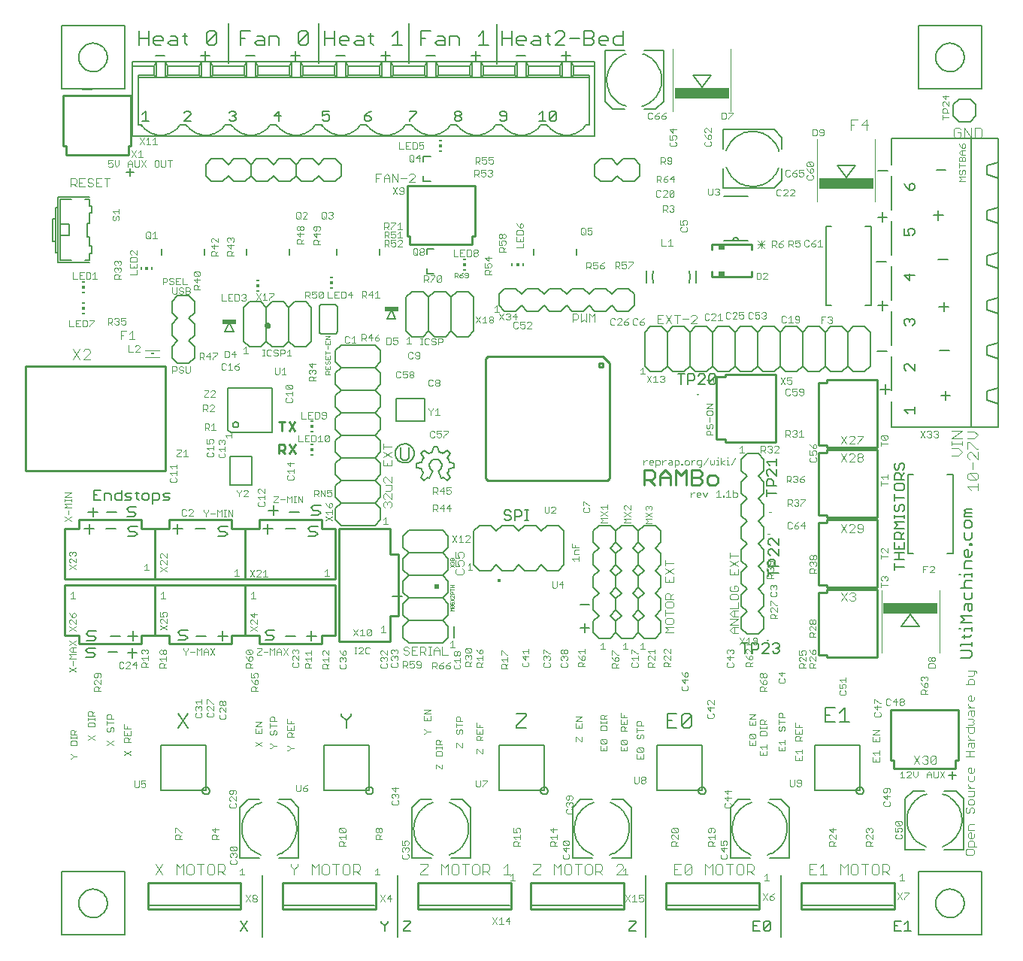
<source format=gto>
G75*
G70*
%OFA0B0*%
%FSLAX24Y24*%
%IPPOS*%
%LPD*%
%AMOC8*
5,1,8,0,0,1.08239X$1,22.5*
%
%ADD10C,0.0120*%
%ADD11C,0.0030*%
%ADD12C,0.0090*%
%ADD13C,0.0070*%
%ADD14C,0.0060*%
%ADD15C,0.0050*%
%ADD16C,0.0040*%
%ADD17C,0.0080*%
%ADD18C,0.0100*%
%ADD19C,0.0020*%
%ADD20R,0.0118X0.0059*%
%ADD21R,0.0118X0.0118*%
%ADD22C,0.0028*%
%ADD23R,0.0157X0.0079*%
%ADD24R,0.0620X0.0240*%
%ADD25C,0.0176*%
%ADD26R,0.0059X0.0118*%
%ADD27C,0.0000*%
%ADD28R,0.0295X0.0197*%
%ADD29C,0.0079*%
%ADD30R,0.2441X0.0492*%
%ADD31C,0.0010*%
%ADD32R,0.0200X0.0200*%
D10*
X016010Y035763D02*
X016012Y035779D01*
X016018Y035795D01*
X016027Y035809D01*
X016039Y035820D01*
X016053Y035828D01*
X016069Y035833D01*
X016085Y035834D01*
X016101Y035831D01*
X016116Y035824D01*
X016130Y035815D01*
X016140Y035802D01*
X016148Y035787D01*
X016152Y035771D01*
X016152Y035755D01*
X016148Y035739D01*
X016140Y035724D01*
X016130Y035711D01*
X016117Y035702D01*
X016101Y035695D01*
X016085Y035692D01*
X016069Y035693D01*
X016053Y035698D01*
X016039Y035706D01*
X016027Y035717D01*
X016018Y035731D01*
X016012Y035747D01*
X016010Y035763D01*
D11*
X015943Y034718D02*
X015846Y034718D01*
X015894Y034718D02*
X015894Y034428D01*
X015846Y034428D02*
X015943Y034428D01*
X016042Y034476D02*
X016042Y034670D01*
X016091Y034718D01*
X016188Y034718D01*
X016236Y034670D01*
X016337Y034670D02*
X016337Y034621D01*
X016385Y034573D01*
X016482Y034573D01*
X016531Y034525D01*
X016531Y034476D01*
X016482Y034428D01*
X016385Y034428D01*
X016337Y034476D01*
X016236Y034476D02*
X016188Y034428D01*
X016091Y034428D01*
X016042Y034476D01*
X016337Y034670D02*
X016385Y034718D01*
X016482Y034718D01*
X016531Y034670D01*
X016632Y034718D02*
X016777Y034718D01*
X016825Y034670D01*
X016825Y034573D01*
X016777Y034525D01*
X016632Y034525D01*
X016632Y034428D02*
X016632Y034718D01*
X016926Y034621D02*
X017023Y034718D01*
X017023Y034428D01*
X016926Y034428D02*
X017120Y034428D01*
X016791Y033905D02*
X016791Y033615D01*
X016887Y033615D02*
X016694Y033615D01*
X016593Y033663D02*
X016593Y033905D01*
X016694Y033808D02*
X016791Y033905D01*
X016593Y033663D02*
X016544Y033615D01*
X016448Y033615D01*
X016399Y033663D01*
X016399Y033905D01*
X016920Y033153D02*
X017114Y032959D01*
X017162Y033007D01*
X017162Y033104D01*
X017114Y033153D01*
X016920Y033153D01*
X016872Y033104D01*
X016872Y033007D01*
X016920Y032959D01*
X017114Y032959D01*
X017162Y032858D02*
X017162Y032664D01*
X017162Y032761D02*
X016872Y032761D01*
X016969Y032664D01*
X016920Y032563D02*
X016872Y032515D01*
X016872Y032418D01*
X016920Y032370D01*
X017114Y032370D01*
X017162Y032418D01*
X017162Y032515D01*
X017114Y032563D01*
X017578Y031943D02*
X017578Y031652D01*
X017771Y031652D01*
X017873Y031652D02*
X018066Y031652D01*
X018167Y031652D02*
X018312Y031652D01*
X018361Y031701D01*
X018361Y031894D01*
X018312Y031943D01*
X018167Y031943D01*
X018167Y031652D01*
X017969Y031798D02*
X017873Y031798D01*
X017873Y031943D02*
X017873Y031652D01*
X017873Y031943D02*
X018066Y031943D01*
X018462Y031894D02*
X018462Y031846D01*
X018510Y031798D01*
X018655Y031798D01*
X018655Y031894D02*
X018607Y031943D01*
X018510Y031943D01*
X018462Y031894D01*
X018462Y031701D02*
X018510Y031652D01*
X018607Y031652D01*
X018655Y031701D01*
X018655Y031894D01*
X018655Y030915D02*
X018752Y030915D01*
X018800Y030867D01*
X018606Y030673D01*
X018655Y030625D01*
X018752Y030625D01*
X018800Y030673D01*
X018800Y030867D01*
X018655Y030915D02*
X018606Y030867D01*
X018606Y030673D01*
X018505Y030625D02*
X018312Y030625D01*
X018409Y030625D02*
X018409Y030915D01*
X018312Y030818D01*
X018211Y030867D02*
X018162Y030915D01*
X018017Y030915D01*
X018017Y030625D01*
X018162Y030625D01*
X018211Y030673D01*
X018211Y030867D01*
X017916Y030915D02*
X017723Y030915D01*
X017723Y030625D01*
X017916Y030625D01*
X017819Y030770D02*
X017723Y030770D01*
X017621Y030625D02*
X017428Y030625D01*
X017428Y030915D01*
X017080Y029718D02*
X017080Y029525D01*
X016935Y029670D01*
X017225Y029670D01*
X017225Y029424D02*
X017225Y029230D01*
X017225Y029327D02*
X016935Y029327D01*
X017032Y029230D01*
X016984Y029129D02*
X016935Y029081D01*
X016935Y028984D01*
X016984Y028935D01*
X017177Y028935D01*
X017225Y028984D01*
X017225Y029081D01*
X017177Y029129D01*
X017129Y028218D02*
X017129Y027928D01*
X017230Y027928D02*
X017327Y027928D01*
X017278Y027928D02*
X017278Y028218D01*
X017230Y028218D02*
X017327Y028218D01*
X017426Y028218D02*
X017620Y027928D01*
X017620Y028218D01*
X017426Y028218D02*
X017426Y027928D01*
X017129Y028218D02*
X017032Y028121D01*
X016935Y028218D01*
X016935Y027928D01*
X016834Y028073D02*
X016641Y028073D01*
X016539Y028170D02*
X016346Y027976D01*
X016346Y027928D01*
X016539Y027928D01*
X016539Y028170D02*
X016539Y028218D01*
X016346Y028218D01*
X015940Y028256D02*
X015940Y028062D01*
X015940Y028159D02*
X015650Y028159D01*
X015747Y028062D01*
X015699Y027961D02*
X015650Y027912D01*
X015650Y027816D01*
X015699Y027767D01*
X015892Y027767D01*
X015940Y027816D01*
X015940Y027912D01*
X015892Y027961D01*
X015940Y028357D02*
X015747Y028550D01*
X015699Y028550D01*
X015650Y028502D01*
X015650Y028405D01*
X015699Y028357D01*
X015940Y028357D02*
X015940Y028550D01*
X015203Y028441D02*
X015154Y028489D01*
X015058Y028489D01*
X015009Y028441D01*
X014908Y028441D02*
X014908Y028489D01*
X014908Y028441D02*
X014811Y028344D01*
X014811Y028199D01*
X014811Y028344D02*
X014714Y028441D01*
X014714Y028489D01*
X015009Y028199D02*
X015203Y028392D01*
X015203Y028441D01*
X015203Y028199D02*
X015009Y028199D01*
X014520Y027593D02*
X014520Y027303D01*
X014326Y027593D01*
X014326Y027303D01*
X014227Y027303D02*
X014130Y027303D01*
X014178Y027303D02*
X014178Y027593D01*
X014130Y027593D02*
X014227Y027593D01*
X014029Y027593D02*
X014029Y027303D01*
X013835Y027303D02*
X013835Y027593D01*
X013932Y027496D01*
X014029Y027593D01*
X013734Y027448D02*
X013541Y027448D01*
X013439Y027545D02*
X013439Y027593D01*
X013439Y027545D02*
X013343Y027448D01*
X013343Y027303D01*
X013343Y027448D02*
X013246Y027545D01*
X013246Y027593D01*
X012756Y027577D02*
X012708Y027625D01*
X012611Y027625D01*
X012563Y027577D01*
X012461Y027577D02*
X012413Y027625D01*
X012316Y027625D01*
X012268Y027577D01*
X012268Y027383D01*
X012316Y027335D01*
X012413Y027335D01*
X012461Y027383D01*
X012563Y027335D02*
X012756Y027528D01*
X012756Y027577D01*
X012756Y027335D02*
X012563Y027335D01*
X011981Y028839D02*
X012030Y028887D01*
X012030Y028984D01*
X011981Y029032D01*
X012030Y029133D02*
X012030Y029327D01*
X012030Y029230D02*
X011740Y029230D01*
X011836Y029133D01*
X011788Y029032D02*
X011740Y028984D01*
X011740Y028887D01*
X011788Y028839D01*
X011981Y028839D01*
X012030Y029428D02*
X012030Y029621D01*
X012030Y029525D02*
X011740Y029525D01*
X011836Y029428D01*
X012049Y029978D02*
X012243Y029978D01*
X012344Y029978D02*
X012537Y029978D01*
X012441Y029978D02*
X012441Y030268D01*
X012344Y030171D01*
X012243Y030220D02*
X012049Y030026D01*
X012049Y029978D01*
X012049Y030268D02*
X012243Y030268D01*
X012243Y030220D01*
X013373Y030109D02*
X013373Y030013D01*
X013421Y029964D01*
X013614Y029964D01*
X013663Y030013D01*
X013663Y030109D01*
X013614Y030158D01*
X013663Y030259D02*
X013663Y030452D01*
X013663Y030356D02*
X013373Y030356D01*
X013469Y030259D01*
X013421Y030158D02*
X013373Y030109D01*
X013373Y030554D02*
X013518Y030554D01*
X013469Y030650D01*
X013469Y030699D01*
X013518Y030747D01*
X013614Y030747D01*
X013663Y030699D01*
X013663Y030602D01*
X013614Y030554D01*
X013373Y030554D02*
X013373Y030747D01*
X013291Y031136D02*
X013291Y031426D01*
X013436Y031426D01*
X013484Y031378D01*
X013484Y031281D01*
X013436Y031233D01*
X013291Y031233D01*
X013388Y031233D02*
X013484Y031136D01*
X013586Y031136D02*
X013779Y031136D01*
X013682Y031136D02*
X013682Y031426D01*
X013586Y031330D01*
X013507Y031972D02*
X013700Y032165D01*
X013700Y032214D01*
X013652Y032262D01*
X013555Y032262D01*
X013507Y032214D01*
X013406Y032214D02*
X013406Y032117D01*
X013357Y032069D01*
X013212Y032069D01*
X013309Y032069D02*
X013406Y031972D01*
X013507Y031972D02*
X013700Y031972D01*
X013406Y032214D02*
X013357Y032262D01*
X013212Y032262D01*
X013212Y031972D01*
X013259Y032611D02*
X013452Y032611D01*
X013554Y032611D02*
X013747Y032805D01*
X013747Y032853D01*
X013699Y032901D01*
X013602Y032901D01*
X013554Y032853D01*
X013452Y032853D02*
X013259Y032659D01*
X013259Y032611D01*
X013259Y032901D02*
X013452Y032901D01*
X013452Y032853D01*
X013554Y032611D02*
X013747Y032611D01*
X014075Y033814D02*
X014172Y033814D01*
X014221Y033862D01*
X014322Y033814D02*
X014515Y033814D01*
X014418Y033814D02*
X014418Y034104D01*
X014322Y034007D01*
X014221Y034055D02*
X014172Y034104D01*
X014075Y034104D01*
X014027Y034055D01*
X014027Y033862D01*
X014075Y033814D01*
X014171Y034365D02*
X014316Y034365D01*
X014364Y034414D01*
X014364Y034607D01*
X014316Y034656D01*
X014171Y034656D01*
X014171Y034365D01*
X014466Y034511D02*
X014659Y034511D01*
X014611Y034656D02*
X014611Y034365D01*
X014466Y034511D02*
X014611Y034656D01*
X014996Y034738D02*
X015092Y034834D01*
X015092Y034544D01*
X014996Y034544D02*
X015189Y034544D01*
X014810Y034104D02*
X014713Y034055D01*
X014616Y033959D01*
X014761Y033959D01*
X014810Y033910D01*
X014810Y033862D01*
X014761Y033814D01*
X014665Y033814D01*
X014616Y033862D01*
X014616Y033959D01*
X013841Y034518D02*
X013841Y034567D01*
X013648Y034567D01*
X013498Y034567D02*
X013353Y034422D01*
X013547Y034422D01*
X013648Y034325D02*
X013648Y034277D01*
X013648Y034325D02*
X013841Y034518D01*
X013498Y034567D02*
X013498Y034277D01*
X013252Y034277D02*
X013155Y034373D01*
X013204Y034373D02*
X013058Y034373D01*
X013058Y034277D02*
X013058Y034567D01*
X013204Y034567D01*
X013252Y034518D01*
X013252Y034422D01*
X013204Y034373D01*
X012629Y033968D02*
X012629Y033726D01*
X012580Y033678D01*
X012484Y033678D01*
X012435Y033726D01*
X012435Y033968D01*
X012334Y033920D02*
X012286Y033968D01*
X012189Y033968D01*
X012141Y033920D01*
X012141Y033871D01*
X012189Y033823D01*
X012286Y033823D01*
X012334Y033775D01*
X012334Y033726D01*
X012286Y033678D01*
X012189Y033678D01*
X012141Y033726D01*
X012039Y033823D02*
X011991Y033775D01*
X011846Y033775D01*
X011846Y033678D02*
X011846Y033968D01*
X011991Y033968D01*
X012039Y033920D01*
X012039Y033823D01*
X010397Y034615D02*
X010203Y034615D01*
X010397Y034809D01*
X010397Y034857D01*
X010348Y034906D01*
X010251Y034906D01*
X010203Y034857D01*
X010102Y034615D02*
X009908Y034615D01*
X009908Y034906D01*
X009931Y035169D02*
X010178Y035169D01*
X010055Y035169D02*
X010055Y035539D01*
X009931Y035416D01*
X009810Y035539D02*
X009563Y035539D01*
X009563Y035169D01*
X009563Y035354D02*
X009686Y035354D01*
X009722Y035824D02*
X009625Y035824D01*
X009577Y035873D01*
X009577Y035969D02*
X009674Y036018D01*
X009722Y036018D01*
X009770Y035969D01*
X009770Y035873D01*
X009722Y035824D01*
X009577Y035969D02*
X009577Y036114D01*
X009770Y036114D01*
X009476Y036066D02*
X009476Y036018D01*
X009427Y035969D01*
X009476Y035921D01*
X009476Y035873D01*
X009427Y035824D01*
X009331Y035824D01*
X009282Y035873D01*
X009181Y035824D02*
X009084Y035921D01*
X009133Y035921D02*
X008988Y035921D01*
X008988Y035824D02*
X008988Y036114D01*
X009133Y036114D01*
X009181Y036066D01*
X009181Y035969D01*
X009133Y035921D01*
X009282Y036066D02*
X009331Y036114D01*
X009427Y036114D01*
X009476Y036066D01*
X009427Y035969D02*
X009379Y035969D01*
X008363Y035975D02*
X008169Y035781D01*
X008169Y035733D01*
X008068Y035781D02*
X008068Y035975D01*
X008020Y036023D01*
X007875Y036023D01*
X007875Y035733D01*
X008020Y035733D01*
X008068Y035781D01*
X008169Y036023D02*
X008363Y036023D01*
X008363Y035975D01*
X007774Y036023D02*
X007580Y036023D01*
X007580Y035733D01*
X007774Y035733D01*
X007677Y035878D02*
X007580Y035878D01*
X007479Y035733D02*
X007285Y035733D01*
X007285Y036023D01*
X007436Y037847D02*
X007629Y037847D01*
X007730Y037847D02*
X007924Y037847D01*
X008025Y037847D02*
X008170Y037847D01*
X008219Y037896D01*
X008219Y038089D01*
X008170Y038138D01*
X008025Y038138D01*
X008025Y037847D01*
X007827Y037992D02*
X007730Y037992D01*
X007730Y037847D02*
X007730Y038138D01*
X007924Y038138D01*
X008320Y038041D02*
X008416Y038138D01*
X008416Y037847D01*
X008320Y037847D02*
X008513Y037847D01*
X009278Y037858D02*
X009278Y038003D01*
X009326Y038051D01*
X009423Y038051D01*
X009471Y038003D01*
X009471Y037858D01*
X009471Y037954D02*
X009568Y038051D01*
X009520Y038152D02*
X009568Y038201D01*
X009568Y038297D01*
X009520Y038346D01*
X009471Y038346D01*
X009423Y038297D01*
X009423Y038249D01*
X009423Y038297D02*
X009374Y038346D01*
X009326Y038346D01*
X009278Y038297D01*
X009278Y038201D01*
X009326Y038152D01*
X009326Y038447D02*
X009278Y038495D01*
X009278Y038592D01*
X009326Y038641D01*
X009374Y038641D01*
X009423Y038592D01*
X009471Y038641D01*
X009520Y038641D01*
X009568Y038592D01*
X009568Y038495D01*
X009520Y038447D01*
X009423Y038544D02*
X009423Y038592D01*
X009979Y038622D02*
X009979Y038767D01*
X010028Y038815D01*
X010221Y038815D01*
X010270Y038767D01*
X010270Y038622D01*
X009979Y038622D01*
X009979Y038520D02*
X009979Y038327D01*
X010270Y038327D01*
X010270Y038520D01*
X010125Y038424D02*
X010125Y038327D01*
X010270Y038226D02*
X010270Y038032D01*
X009979Y038032D01*
X009568Y037858D02*
X009278Y037858D01*
X010028Y038916D02*
X009979Y038965D01*
X009979Y039061D01*
X010028Y039110D01*
X010076Y039110D01*
X010270Y038916D01*
X010270Y039110D01*
X010735Y039643D02*
X010687Y039691D01*
X010687Y039884D01*
X010735Y039933D01*
X010832Y039933D01*
X010880Y039884D01*
X010880Y039691D01*
X010832Y039643D01*
X010735Y039643D01*
X010783Y039739D02*
X010880Y039643D01*
X010981Y039643D02*
X011175Y039643D01*
X011078Y039643D02*
X011078Y039933D01*
X010981Y039836D01*
X009486Y040487D02*
X009438Y040439D01*
X009486Y040487D02*
X009486Y040584D01*
X009438Y040632D01*
X009389Y040632D01*
X009341Y040584D01*
X009341Y040487D01*
X009292Y040439D01*
X009244Y040439D01*
X009196Y040487D01*
X009196Y040584D01*
X009244Y040632D01*
X009292Y040733D02*
X009196Y040830D01*
X009486Y040830D01*
X009486Y040733D02*
X009486Y040927D01*
X009387Y042803D02*
X009484Y042900D01*
X009484Y043093D01*
X009291Y043093D02*
X009291Y042900D01*
X009387Y042803D01*
X009189Y042851D02*
X009189Y042948D01*
X009141Y042996D01*
X009093Y042996D01*
X008996Y042948D01*
X008996Y043093D01*
X009189Y043093D01*
X009189Y042851D02*
X009141Y042803D01*
X009044Y042803D01*
X008996Y042851D01*
X009880Y042803D02*
X009880Y042996D01*
X009977Y043093D01*
X010073Y042996D01*
X010073Y042803D01*
X010175Y042851D02*
X010223Y042803D01*
X010320Y042803D01*
X010368Y042851D01*
X010368Y043093D01*
X010469Y043093D02*
X010663Y042803D01*
X010469Y042803D02*
X010663Y043093D01*
X010522Y043240D02*
X010328Y043240D01*
X010425Y043240D02*
X010425Y043531D01*
X010328Y043434D01*
X010227Y043531D02*
X010033Y043240D01*
X010227Y043240D02*
X010033Y043531D01*
X010396Y043803D02*
X010589Y044093D01*
X010691Y043996D02*
X010787Y044093D01*
X010787Y043803D01*
X010691Y043803D02*
X010884Y043803D01*
X010985Y043803D02*
X011179Y043803D01*
X011082Y043803D02*
X011082Y044093D01*
X010985Y043996D01*
X010589Y043803D02*
X010396Y044093D01*
X010175Y043093D02*
X010175Y042851D01*
X010073Y042948D02*
X009880Y042948D01*
X011059Y042851D02*
X011107Y042803D01*
X011204Y042803D01*
X011252Y042851D01*
X011252Y043045D01*
X011204Y043093D01*
X011107Y043093D01*
X011059Y043045D01*
X011059Y042851D01*
X011353Y042851D02*
X011353Y043093D01*
X011547Y043093D02*
X011547Y042851D01*
X011498Y042803D01*
X011402Y042803D01*
X011353Y042851D01*
X011648Y043093D02*
X011841Y043093D01*
X011745Y043093D02*
X011745Y042803D01*
X013613Y039656D02*
X013565Y039608D01*
X013565Y039511D01*
X013613Y039463D01*
X013710Y039362D02*
X013710Y039168D01*
X013565Y039313D01*
X013855Y039313D01*
X013855Y039463D02*
X013662Y039656D01*
X013613Y039656D01*
X013855Y039656D02*
X013855Y039463D01*
X013855Y039067D02*
X013759Y038970D01*
X013759Y039019D02*
X013759Y038874D01*
X013855Y038874D02*
X013565Y038874D01*
X013565Y039019D01*
X013613Y039067D01*
X013710Y039067D01*
X013759Y039019D01*
X014287Y039036D02*
X014287Y038891D01*
X014577Y038891D01*
X014480Y038891D02*
X014480Y039036D01*
X014432Y039084D01*
X014335Y039084D01*
X014287Y039036D01*
X014480Y038988D02*
X014577Y039084D01*
X014432Y039186D02*
X014432Y039379D01*
X014335Y039480D02*
X014287Y039529D01*
X014287Y039625D01*
X014335Y039674D01*
X014384Y039674D01*
X014432Y039625D01*
X014480Y039674D01*
X014529Y039674D01*
X014577Y039625D01*
X014577Y039529D01*
X014529Y039480D01*
X014432Y039577D02*
X014432Y039625D01*
X014287Y039331D02*
X014432Y039186D01*
X014577Y039331D02*
X014287Y039331D01*
X013078Y038112D02*
X013078Y038016D01*
X013030Y037967D01*
X012837Y038161D01*
X013030Y038161D01*
X013078Y038112D01*
X013030Y037967D02*
X012837Y037967D01*
X012788Y038016D01*
X012788Y038112D01*
X012837Y038161D01*
X012933Y037866D02*
X012933Y037673D01*
X012788Y037818D01*
X013078Y037818D01*
X013078Y037571D02*
X012982Y037475D01*
X012982Y037523D02*
X012982Y037378D01*
X013078Y037378D02*
X012788Y037378D01*
X012788Y037523D01*
X012837Y037571D01*
X012933Y037571D01*
X012982Y037523D01*
X012629Y037420D02*
X012629Y037371D01*
X012580Y037323D01*
X012435Y037323D01*
X012334Y037275D02*
X012334Y037226D01*
X012286Y037178D01*
X012189Y037178D01*
X012141Y037226D01*
X012039Y037226D02*
X012039Y037468D01*
X012141Y037420D02*
X012141Y037371D01*
X012189Y037323D01*
X012286Y037323D01*
X012334Y037275D01*
X012435Y037178D02*
X012580Y037178D01*
X012629Y037226D01*
X012629Y037275D01*
X012580Y037323D01*
X012629Y037420D02*
X012580Y037468D01*
X012435Y037468D01*
X012435Y037178D01*
X012334Y037420D02*
X012286Y037468D01*
X012189Y037468D01*
X012141Y037420D01*
X012208Y037599D02*
X012014Y037599D01*
X012014Y037889D01*
X012208Y037889D01*
X012309Y037889D02*
X012309Y037599D01*
X012502Y037599D01*
X012111Y037744D02*
X012014Y037744D01*
X011913Y037696D02*
X011913Y037648D01*
X011864Y037599D01*
X011768Y037599D01*
X011719Y037648D01*
X011768Y037744D02*
X011864Y037744D01*
X011913Y037696D01*
X011913Y037841D02*
X011864Y037889D01*
X011768Y037889D01*
X011719Y037841D01*
X011719Y037793D01*
X011768Y037744D01*
X011618Y037744D02*
X011570Y037696D01*
X011425Y037696D01*
X011425Y037599D02*
X011425Y037889D01*
X011570Y037889D01*
X011618Y037841D01*
X011618Y037744D01*
X011846Y037468D02*
X011846Y037226D01*
X011894Y037178D01*
X011991Y037178D01*
X012039Y037226D01*
X014029Y037166D02*
X014029Y036876D01*
X014222Y036876D01*
X014323Y036876D02*
X014517Y036876D01*
X014618Y036876D02*
X014618Y037166D01*
X014763Y037166D01*
X014812Y037118D01*
X014812Y036924D01*
X014763Y036876D01*
X014618Y036876D01*
X014420Y037021D02*
X014323Y037021D01*
X014323Y037166D02*
X014323Y036876D01*
X014323Y037166D02*
X014517Y037166D01*
X014913Y037118D02*
X014961Y037166D01*
X015058Y037166D01*
X015106Y037118D01*
X015106Y037070D01*
X015058Y037021D01*
X015106Y036973D01*
X015106Y036924D01*
X015058Y036876D01*
X014961Y036876D01*
X014913Y036924D01*
X015009Y037021D02*
X015058Y037021D01*
X015562Y036911D02*
X015755Y037202D01*
X015856Y037105D02*
X015953Y037202D01*
X015953Y036911D01*
X015856Y036911D02*
X016050Y036911D01*
X016151Y036911D02*
X016151Y036960D01*
X016344Y037153D01*
X016344Y037202D01*
X016151Y037202D01*
X015755Y036911D02*
X015562Y037202D01*
X017744Y037288D02*
X017744Y036998D01*
X017744Y037095D02*
X017889Y037095D01*
X017937Y037143D01*
X017937Y037240D01*
X017889Y037288D01*
X017744Y037288D01*
X017840Y037095D02*
X017937Y036998D01*
X018038Y037046D02*
X018087Y036998D01*
X018183Y036998D01*
X018232Y037046D01*
X018232Y037143D01*
X018183Y037192D01*
X018135Y037192D01*
X018038Y037143D01*
X018038Y037288D01*
X018232Y037288D01*
X018333Y037240D02*
X018381Y037288D01*
X018478Y037288D01*
X018526Y037240D01*
X018333Y037046D01*
X018381Y036998D01*
X018478Y036998D01*
X018526Y037046D01*
X018526Y037240D01*
X018333Y037240D02*
X018333Y037046D01*
X018743Y036998D02*
X018937Y036998D01*
X019038Y036998D02*
X019038Y037288D01*
X019231Y037288D01*
X019332Y037288D02*
X019478Y037288D01*
X019526Y037240D01*
X019526Y037046D01*
X019478Y036998D01*
X019332Y036998D01*
X019332Y037288D01*
X019135Y037143D02*
X019038Y037143D01*
X019038Y036998D02*
X019231Y036998D01*
X019627Y037143D02*
X019821Y037143D01*
X019772Y036998D02*
X019772Y037288D01*
X019627Y037143D01*
X020257Y037103D02*
X020402Y037103D01*
X020451Y037152D01*
X020451Y037248D01*
X020402Y037297D01*
X020257Y037297D01*
X020257Y037006D01*
X020354Y037103D02*
X020451Y037006D01*
X020552Y037152D02*
X020745Y037152D01*
X020846Y037200D02*
X020943Y037297D01*
X020943Y037006D01*
X020846Y037006D02*
X021040Y037006D01*
X020697Y037006D02*
X020697Y037297D01*
X020552Y037152D01*
X020676Y035395D02*
X020531Y035250D01*
X020724Y035250D01*
X020826Y035250D02*
X020971Y035250D01*
X021019Y035201D01*
X021019Y035153D01*
X020971Y035104D01*
X020874Y035104D01*
X020826Y035153D01*
X020826Y035250D01*
X020922Y035346D01*
X021019Y035395D01*
X020676Y035395D02*
X020676Y035104D01*
X020430Y035104D02*
X020333Y035201D01*
X020381Y035201D02*
X020236Y035201D01*
X020236Y035104D02*
X020236Y035395D01*
X020381Y035395D01*
X020430Y035346D01*
X020430Y035250D01*
X020381Y035201D01*
X019987Y035009D02*
X019794Y035009D01*
X019890Y035009D02*
X019890Y035299D01*
X019794Y035202D01*
X019692Y035251D02*
X019644Y035299D01*
X019547Y035299D01*
X019499Y035251D01*
X019499Y035057D01*
X019547Y035009D01*
X019644Y035009D01*
X019692Y035057D01*
X021343Y034955D02*
X021488Y034955D01*
X021536Y035003D01*
X021536Y035197D01*
X021488Y035245D01*
X021343Y035245D01*
X021343Y034955D01*
X021637Y035003D02*
X021686Y034955D01*
X021782Y034955D01*
X021831Y035003D01*
X021831Y035100D01*
X021782Y035148D01*
X021734Y035148D01*
X021637Y035100D01*
X021637Y035245D01*
X021831Y035245D01*
X022240Y035171D02*
X022336Y035267D01*
X022336Y034977D01*
X022240Y034977D02*
X022433Y034977D01*
X022463Y034602D02*
X022366Y034602D01*
X022318Y034554D01*
X022318Y034360D01*
X022366Y034312D01*
X022463Y034312D01*
X022512Y034360D01*
X022613Y034360D02*
X022661Y034312D01*
X022758Y034312D01*
X022806Y034360D01*
X022806Y034554D01*
X022758Y034602D01*
X022661Y034602D01*
X022613Y034554D01*
X022613Y034505D01*
X022661Y034457D01*
X022806Y034457D01*
X022512Y034554D02*
X022463Y034602D01*
X022846Y034928D02*
X022943Y034928D01*
X022894Y034928D02*
X022894Y035218D01*
X022846Y035218D02*
X022943Y035218D01*
X023042Y035170D02*
X023042Y034976D01*
X023091Y034928D01*
X023188Y034928D01*
X023236Y034976D01*
X023337Y034976D02*
X023385Y034928D01*
X023482Y034928D01*
X023531Y034976D01*
X023531Y035025D01*
X023482Y035073D01*
X023385Y035073D01*
X023337Y035121D01*
X023337Y035170D01*
X023385Y035218D01*
X023482Y035218D01*
X023531Y035170D01*
X023632Y035218D02*
X023777Y035218D01*
X023825Y035170D01*
X023825Y035073D01*
X023777Y035025D01*
X023632Y035025D01*
X023632Y034928D02*
X023632Y035218D01*
X023236Y035170D02*
X023188Y035218D01*
X023091Y035218D01*
X023042Y035170D01*
X022505Y033750D02*
X022554Y033702D01*
X022554Y033654D01*
X022505Y033605D01*
X022409Y033605D01*
X022360Y033654D01*
X022360Y033702D01*
X022409Y033750D01*
X022505Y033750D01*
X022505Y033605D02*
X022554Y033557D01*
X022554Y033508D01*
X022505Y033460D01*
X022409Y033460D01*
X022360Y033508D01*
X022360Y033557D01*
X022409Y033605D01*
X022259Y033605D02*
X022259Y033508D01*
X022211Y033460D01*
X022114Y033460D01*
X022066Y033508D01*
X022066Y033605D02*
X022162Y033654D01*
X022211Y033654D01*
X022259Y033605D01*
X022259Y033750D02*
X022066Y033750D01*
X022066Y033605D01*
X021964Y033508D02*
X021916Y033460D01*
X021819Y033460D01*
X021771Y033508D01*
X021771Y033702D01*
X021819Y033750D01*
X021916Y033750D01*
X021964Y033702D01*
X023207Y033340D02*
X023207Y033146D01*
X023255Y033098D01*
X023352Y033098D01*
X023400Y033146D01*
X023502Y033146D02*
X023502Y033195D01*
X023550Y033243D01*
X023647Y033243D01*
X023695Y033195D01*
X023695Y033146D01*
X023647Y033098D01*
X023550Y033098D01*
X023502Y033146D01*
X023550Y033243D02*
X023502Y033291D01*
X023502Y033340D01*
X023550Y033388D01*
X023647Y033388D01*
X023695Y033340D01*
X023695Y033291D01*
X023647Y033243D01*
X023400Y033340D02*
X023352Y033388D01*
X023255Y033388D01*
X023207Y033340D01*
X023216Y032107D02*
X023216Y032059D01*
X023312Y031962D01*
X023312Y031817D01*
X023312Y031962D02*
X023409Y032059D01*
X023409Y032107D01*
X023510Y032010D02*
X023607Y032107D01*
X023607Y031817D01*
X023510Y031817D02*
X023704Y031817D01*
X023767Y031106D02*
X023574Y031106D01*
X023574Y030961D01*
X023670Y031010D01*
X023719Y031010D01*
X023767Y030961D01*
X023767Y030865D01*
X023719Y030816D01*
X023622Y030816D01*
X023574Y030865D01*
X023472Y030865D02*
X023424Y030816D01*
X023327Y030816D01*
X023279Y030865D01*
X023279Y031058D01*
X023327Y031106D01*
X023424Y031106D01*
X023472Y031058D01*
X023868Y031106D02*
X024062Y031106D01*
X024062Y031058D01*
X023868Y030865D01*
X023868Y030816D01*
X023856Y028601D02*
X023711Y028456D01*
X023904Y028456D01*
X024006Y028456D02*
X024102Y028505D01*
X024151Y028505D01*
X024199Y028456D01*
X024199Y028360D01*
X024151Y028311D01*
X024054Y028311D01*
X024006Y028360D01*
X024006Y028456D02*
X024006Y028601D01*
X024199Y028601D01*
X023856Y028601D02*
X023856Y028311D01*
X023610Y028311D02*
X023513Y028408D01*
X023561Y028408D02*
X023416Y028408D01*
X023416Y028311D02*
X023416Y028601D01*
X023561Y028601D01*
X023610Y028553D01*
X023610Y028456D01*
X023561Y028408D01*
X023561Y027827D02*
X023610Y027778D01*
X023610Y027681D01*
X023561Y027633D01*
X023416Y027633D01*
X023416Y027536D02*
X023416Y027827D01*
X023561Y027827D01*
X023513Y027633D02*
X023610Y027536D01*
X023711Y027681D02*
X023904Y027681D01*
X024006Y027681D02*
X024199Y027681D01*
X024151Y027536D02*
X024151Y027827D01*
X024006Y027681D01*
X023856Y027536D02*
X023856Y027827D01*
X023711Y027681D01*
X024260Y026475D02*
X024454Y026185D01*
X024555Y026185D02*
X024748Y026185D01*
X024652Y026185D02*
X024652Y026475D01*
X024555Y026378D01*
X024454Y026475D02*
X024260Y026185D01*
X024396Y025738D02*
X024396Y025491D01*
X024581Y025491D01*
X024519Y025614D01*
X024519Y025676D01*
X024581Y025738D01*
X024704Y025738D01*
X024766Y025676D01*
X024766Y025553D01*
X024704Y025491D01*
X024704Y025369D02*
X024766Y025308D01*
X024766Y025184D01*
X024704Y025122D01*
X024704Y025001D02*
X024766Y024939D01*
X024766Y024816D01*
X024704Y024754D01*
X024457Y024754D01*
X024396Y024816D01*
X024396Y024939D01*
X024457Y025001D01*
X024396Y025122D02*
X024581Y025122D01*
X024519Y025246D01*
X024519Y025308D01*
X024581Y025369D01*
X024704Y025369D01*
X024396Y025369D02*
X024396Y025122D01*
X024956Y025131D02*
X025053Y025228D01*
X025053Y024938D01*
X024956Y024938D02*
X025150Y024938D01*
X025043Y026185D02*
X024850Y026185D01*
X025043Y026378D01*
X025043Y026427D01*
X024995Y026475D01*
X024898Y026475D01*
X024850Y026427D01*
X021410Y026985D02*
X021216Y026985D01*
X021313Y026985D02*
X021313Y027275D01*
X021216Y027179D01*
X021257Y027718D02*
X021196Y027780D01*
X021196Y027903D01*
X021257Y027965D01*
X021319Y027965D01*
X021381Y027903D01*
X021443Y027965D01*
X021504Y027965D01*
X021566Y027903D01*
X021566Y027780D01*
X021504Y027718D01*
X021381Y027841D02*
X021381Y027903D01*
X021257Y028086D02*
X021196Y028148D01*
X021196Y028271D01*
X021257Y028333D01*
X021319Y028333D01*
X021566Y028086D01*
X021566Y028333D01*
X021504Y028455D02*
X021566Y028516D01*
X021566Y028701D01*
X021319Y028701D01*
X021257Y028823D02*
X021196Y028885D01*
X021196Y029008D01*
X021257Y029070D01*
X021319Y029070D01*
X021566Y028823D01*
X021566Y029070D01*
X021566Y029560D02*
X021196Y029560D01*
X021196Y029806D01*
X021196Y029928D02*
X021566Y030175D01*
X021566Y030420D02*
X021196Y030420D01*
X021196Y030543D02*
X021196Y030296D01*
X021196Y030175D02*
X021566Y029928D01*
X021566Y029806D02*
X021566Y029560D01*
X021381Y029560D02*
X021381Y029683D01*
X021319Y028455D02*
X021504Y028455D01*
X018914Y028490D02*
X018720Y028490D01*
X018720Y028345D01*
X018817Y028393D01*
X018865Y028393D01*
X018914Y028345D01*
X018914Y028248D01*
X018865Y028200D01*
X018768Y028200D01*
X018720Y028248D01*
X018619Y028200D02*
X018619Y028490D01*
X018425Y028490D02*
X018619Y028200D01*
X018425Y028200D02*
X018425Y028490D01*
X018324Y028442D02*
X018324Y028345D01*
X018276Y028297D01*
X018131Y028297D01*
X018228Y028297D02*
X018324Y028200D01*
X018131Y028200D02*
X018131Y028490D01*
X018276Y028490D01*
X018324Y028442D01*
X018644Y027908D02*
X018692Y027811D01*
X018789Y027714D01*
X018789Y027859D01*
X018837Y027908D01*
X018886Y027908D01*
X018934Y027859D01*
X018934Y027763D01*
X018886Y027714D01*
X018789Y027714D01*
X018934Y027613D02*
X018934Y027419D01*
X018934Y027516D02*
X018644Y027516D01*
X018741Y027419D01*
X018644Y027318D02*
X018934Y027125D01*
X018934Y027318D02*
X018644Y027125D01*
X018693Y024968D02*
X018693Y024678D01*
X018789Y024678D02*
X018596Y024678D01*
X018596Y024871D02*
X018693Y024968D01*
X016072Y024656D02*
X015878Y024656D01*
X015975Y024656D02*
X015975Y024947D01*
X015878Y024850D01*
X015777Y024850D02*
X015777Y024898D01*
X015729Y024947D01*
X015632Y024947D01*
X015584Y024898D01*
X015482Y024947D02*
X015289Y024656D01*
X015482Y024656D02*
X015289Y024947D01*
X015584Y024656D02*
X015777Y024850D01*
X015777Y024656D02*
X015584Y024656D01*
X015443Y023968D02*
X015443Y023678D01*
X015539Y023678D02*
X015346Y023678D01*
X015346Y023871D02*
X015443Y023968D01*
X014789Y024678D02*
X014596Y024678D01*
X014693Y024678D02*
X014693Y024968D01*
X014596Y024871D01*
X015313Y022991D02*
X015458Y022846D01*
X015458Y023040D01*
X015603Y022991D02*
X015313Y022991D01*
X015361Y022745D02*
X015313Y022697D01*
X015313Y022600D01*
X015361Y022551D01*
X015313Y022450D02*
X015603Y022257D01*
X015603Y022450D02*
X015313Y022257D01*
X015603Y022551D02*
X015410Y022745D01*
X015361Y022745D01*
X015603Y022745D02*
X015603Y022551D01*
X015596Y021468D02*
X015789Y021468D01*
X015789Y021420D01*
X015596Y021226D01*
X015596Y021178D01*
X015789Y021178D01*
X015891Y021323D02*
X016084Y021323D01*
X016185Y021178D02*
X016185Y021468D01*
X016282Y021371D01*
X016379Y021468D01*
X016379Y021178D01*
X016480Y021178D02*
X016480Y021371D01*
X016577Y021468D01*
X016673Y021371D01*
X016673Y021178D01*
X016775Y021178D02*
X016968Y021468D01*
X016775Y021468D02*
X016968Y021178D01*
X017159Y021081D02*
X017159Y020984D01*
X017207Y020936D01*
X017207Y020834D02*
X017159Y020786D01*
X017159Y020689D01*
X017207Y020641D01*
X017401Y020641D01*
X017449Y020689D01*
X017449Y020786D01*
X017401Y020834D01*
X017449Y020936D02*
X017256Y021129D01*
X017207Y021129D01*
X017159Y021081D01*
X017207Y021230D02*
X017159Y021279D01*
X017159Y021375D01*
X017207Y021424D01*
X017256Y021424D01*
X017304Y021375D01*
X017352Y021424D01*
X017401Y021424D01*
X017449Y021375D01*
X017449Y021279D01*
X017401Y021230D01*
X017449Y021129D02*
X017449Y020936D01*
X017727Y020993D02*
X018017Y020993D01*
X018017Y020896D02*
X018017Y021090D01*
X018017Y021191D02*
X018017Y021384D01*
X018017Y021288D02*
X017727Y021288D01*
X017824Y021191D01*
X017727Y020993D02*
X017824Y020896D01*
X017872Y020795D02*
X017920Y020747D01*
X017920Y020602D01*
X017920Y020698D02*
X018017Y020795D01*
X017872Y020795D02*
X017775Y020795D01*
X017727Y020747D01*
X017727Y020602D01*
X018017Y020602D01*
X018495Y020582D02*
X018495Y020727D01*
X018543Y020775D01*
X018640Y020775D01*
X018688Y020727D01*
X018688Y020582D01*
X018688Y020679D02*
X018785Y020775D01*
X018785Y020877D02*
X018785Y021070D01*
X018785Y020973D02*
X018495Y020973D01*
X018591Y020877D01*
X018543Y021171D02*
X018495Y021220D01*
X018495Y021316D01*
X018543Y021365D01*
X018591Y021365D01*
X018785Y021171D01*
X018785Y021365D01*
X019263Y021365D02*
X019311Y021268D01*
X019408Y021171D01*
X019408Y021316D01*
X019457Y021365D01*
X019505Y021365D01*
X019553Y021316D01*
X019553Y021220D01*
X019505Y021171D01*
X019408Y021171D01*
X019360Y021070D02*
X019408Y021022D01*
X019457Y021070D01*
X019505Y021070D01*
X019553Y021022D01*
X019553Y020925D01*
X019505Y020877D01*
X019505Y020775D02*
X019553Y020727D01*
X019553Y020630D01*
X019505Y020582D01*
X019311Y020582D01*
X019263Y020630D01*
X019263Y020727D01*
X019311Y020775D01*
X019311Y020877D02*
X019263Y020925D01*
X019263Y021022D01*
X019311Y021070D01*
X019360Y021070D01*
X019408Y021022D02*
X019408Y020973D01*
X019921Y021228D02*
X020018Y021228D01*
X019969Y021228D02*
X019969Y021518D01*
X019921Y021518D02*
X020018Y021518D01*
X020117Y021470D02*
X020166Y021518D01*
X020263Y021518D01*
X020311Y021470D01*
X020311Y021421D01*
X020117Y021228D01*
X020311Y021228D01*
X020412Y021276D02*
X020460Y021228D01*
X020557Y021228D01*
X020606Y021276D01*
X020606Y021470D02*
X020557Y021518D01*
X020460Y021518D01*
X020412Y021470D01*
X020412Y021276D01*
X020366Y022031D02*
X020172Y022031D01*
X020269Y022031D02*
X020269Y022322D01*
X020172Y022225D01*
X020071Y022322D02*
X019877Y022031D01*
X020071Y022031D02*
X019877Y022322D01*
X020467Y022273D02*
X020467Y022080D01*
X020660Y022273D01*
X020660Y022080D01*
X020612Y022031D01*
X020515Y022031D01*
X020467Y022080D01*
X020467Y022273D02*
X020515Y022322D01*
X020612Y022322D01*
X020660Y022273D01*
X021096Y022178D02*
X021289Y022178D01*
X021193Y022178D02*
X021193Y022468D01*
X021096Y022371D01*
X021128Y021384D02*
X021080Y021336D01*
X021080Y021239D01*
X021128Y021191D01*
X021128Y021090D02*
X021177Y021090D01*
X021225Y021041D01*
X021274Y021090D01*
X021322Y021090D01*
X021370Y021041D01*
X021370Y020945D01*
X021322Y020896D01*
X021322Y020795D02*
X021370Y020747D01*
X021370Y020650D01*
X021322Y020602D01*
X021128Y020602D01*
X021080Y020650D01*
X021080Y020747D01*
X021128Y020795D01*
X021128Y020896D02*
X021080Y020945D01*
X021080Y021041D01*
X021128Y021090D01*
X021225Y021041D02*
X021225Y020993D01*
X021370Y021191D02*
X021177Y021384D01*
X021128Y021384D01*
X021370Y021384D02*
X021370Y021191D01*
X021550Y021279D02*
X021550Y021375D01*
X021598Y021424D01*
X021647Y021424D01*
X021695Y021375D01*
X021744Y021424D01*
X021792Y021424D01*
X021840Y021375D01*
X021840Y021279D01*
X021792Y021230D01*
X021792Y021129D02*
X021840Y021081D01*
X021840Y020984D01*
X021792Y020936D01*
X021792Y020834D02*
X021840Y020786D01*
X021840Y020689D01*
X021792Y020641D01*
X021598Y020641D01*
X021550Y020689D01*
X021550Y020786D01*
X021598Y020834D01*
X021598Y020936D02*
X021550Y020984D01*
X021550Y021081D01*
X021598Y021129D01*
X021647Y021129D01*
X021695Y021081D01*
X021744Y021129D01*
X021792Y021129D01*
X021695Y021081D02*
X021695Y021032D01*
X021598Y021230D02*
X021550Y021279D01*
X021695Y021327D02*
X021695Y021375D01*
X022072Y020893D02*
X022217Y020893D01*
X022265Y020845D01*
X022265Y020748D01*
X022217Y020700D01*
X022072Y020700D01*
X022169Y020700D02*
X022265Y020603D01*
X022366Y020651D02*
X022415Y020603D01*
X022512Y020603D01*
X022560Y020651D01*
X022560Y020748D01*
X022512Y020796D01*
X022463Y020796D01*
X022366Y020748D01*
X022366Y020893D01*
X022560Y020893D01*
X022661Y020845D02*
X022661Y020796D01*
X022709Y020748D01*
X022855Y020748D01*
X022855Y020845D02*
X022806Y020893D01*
X022709Y020893D01*
X022661Y020845D01*
X022855Y020845D02*
X022855Y020651D01*
X022806Y020603D01*
X022709Y020603D01*
X022661Y020651D01*
X022072Y020603D02*
X022072Y020893D01*
X023378Y020856D02*
X023378Y020565D01*
X023378Y020662D02*
X023523Y020662D01*
X023571Y020711D01*
X023571Y020807D01*
X023523Y020856D01*
X023378Y020856D01*
X023475Y020662D02*
X023571Y020565D01*
X023673Y020614D02*
X023721Y020565D01*
X023818Y020565D01*
X023866Y020614D01*
X023866Y020662D01*
X023818Y020711D01*
X023673Y020711D01*
X023673Y020614D01*
X023673Y020711D02*
X023769Y020807D01*
X023866Y020856D01*
X023967Y020711D02*
X024064Y020807D01*
X024161Y020856D01*
X024112Y020711D02*
X023967Y020711D01*
X023967Y020614D01*
X024016Y020565D01*
X024112Y020565D01*
X024161Y020614D01*
X024161Y020662D01*
X024112Y020711D01*
X024330Y020707D02*
X024378Y020756D01*
X024330Y020707D02*
X024330Y020611D01*
X024378Y020562D01*
X024572Y020562D01*
X024620Y020611D01*
X024620Y020707D01*
X024572Y020756D01*
X024620Y020857D02*
X024620Y021050D01*
X024620Y020954D02*
X024330Y020954D01*
X024427Y020857D01*
X024427Y021152D02*
X024378Y021152D01*
X024330Y021200D01*
X024330Y021297D01*
X024378Y021345D01*
X024427Y021345D01*
X024475Y021297D01*
X024475Y021200D01*
X024427Y021152D01*
X024475Y021200D02*
X024524Y021152D01*
X024572Y021152D01*
X024620Y021200D01*
X024620Y021297D01*
X024572Y021345D01*
X024524Y021345D01*
X024475Y021297D01*
X024362Y021513D02*
X024169Y021513D01*
X024266Y021513D02*
X024266Y021803D01*
X024169Y021706D01*
X024830Y021413D02*
X024878Y021462D01*
X025071Y021268D01*
X025120Y021317D01*
X025120Y021413D01*
X025071Y021462D01*
X024878Y021462D01*
X024830Y021413D02*
X024830Y021317D01*
X024878Y021268D01*
X025071Y021268D01*
X025071Y021167D02*
X025120Y021119D01*
X025120Y021022D01*
X025071Y020974D01*
X025120Y020872D02*
X025023Y020776D01*
X025023Y020824D02*
X025023Y020679D01*
X025120Y020679D02*
X024830Y020679D01*
X024830Y020824D01*
X024878Y020872D01*
X024975Y020872D01*
X025023Y020824D01*
X024878Y020974D02*
X024830Y021022D01*
X024830Y021119D01*
X024878Y021167D01*
X024926Y021167D01*
X024975Y021119D01*
X025023Y021167D01*
X025071Y021167D01*
X024975Y021119D02*
X024975Y021070D01*
X025329Y021032D02*
X025619Y021032D01*
X025619Y020936D02*
X025619Y021129D01*
X025571Y021230D02*
X025619Y021279D01*
X025619Y021375D01*
X025571Y021424D01*
X025522Y021424D01*
X025474Y021375D01*
X025474Y021230D01*
X025571Y021230D01*
X025474Y021230D02*
X025377Y021327D01*
X025329Y021424D01*
X025329Y021032D02*
X025426Y020936D01*
X025474Y020834D02*
X025522Y020786D01*
X025522Y020641D01*
X025522Y020738D02*
X025619Y020834D01*
X025474Y020834D02*
X025377Y020834D01*
X025329Y020786D01*
X025329Y020641D01*
X025619Y020641D01*
X026430Y020582D02*
X026430Y020727D01*
X026479Y020775D01*
X026575Y020775D01*
X026624Y020727D01*
X026624Y020582D01*
X026720Y020582D02*
X026430Y020582D01*
X026624Y020679D02*
X026720Y020775D01*
X026720Y020877D02*
X026720Y021070D01*
X026720Y020973D02*
X026430Y020973D01*
X026527Y020877D01*
X026430Y021171D02*
X026430Y021365D01*
X026479Y021365D01*
X026672Y021171D01*
X026720Y021171D01*
X027356Y021100D02*
X027501Y020955D01*
X027501Y021149D01*
X027453Y021250D02*
X027356Y021347D01*
X027646Y021347D01*
X027646Y021443D02*
X027646Y021250D01*
X027646Y021100D02*
X027356Y021100D01*
X027405Y020854D02*
X027356Y020806D01*
X027356Y020709D01*
X027405Y020661D01*
X027598Y020661D01*
X027646Y020709D01*
X027646Y020806D01*
X027598Y020854D01*
X028300Y020786D02*
X028300Y020689D01*
X028348Y020641D01*
X028542Y020641D01*
X028590Y020689D01*
X028590Y020786D01*
X028542Y020834D01*
X028542Y020936D02*
X028590Y020984D01*
X028590Y021081D01*
X028542Y021129D01*
X028494Y021129D01*
X028445Y021081D01*
X028445Y021032D01*
X028445Y021081D02*
X028397Y021129D01*
X028348Y021129D01*
X028300Y021081D01*
X028300Y020984D01*
X028348Y020936D01*
X028348Y020834D02*
X028300Y020786D01*
X028300Y021230D02*
X028300Y021424D01*
X028348Y021424D01*
X028542Y021230D01*
X028590Y021230D01*
X029073Y021279D02*
X029073Y021375D01*
X029122Y021424D01*
X029170Y021424D01*
X029218Y021375D01*
X029218Y021279D01*
X029170Y021230D01*
X029122Y021230D01*
X029073Y021279D01*
X029218Y021279D02*
X029267Y021230D01*
X029315Y021230D01*
X029363Y021279D01*
X029363Y021375D01*
X029315Y021424D01*
X029267Y021424D01*
X029218Y021375D01*
X029170Y021129D02*
X029122Y021129D01*
X029073Y021081D01*
X029073Y020984D01*
X029122Y020936D01*
X029122Y020834D02*
X029073Y020786D01*
X029073Y020689D01*
X029122Y020641D01*
X029315Y020641D01*
X029363Y020689D01*
X029363Y020786D01*
X029315Y020834D01*
X029315Y020936D02*
X029363Y020984D01*
X029363Y021081D01*
X029315Y021129D01*
X029267Y021129D01*
X029218Y021081D01*
X029218Y021032D01*
X029218Y021081D02*
X029170Y021129D01*
X029847Y021149D02*
X029895Y021052D01*
X029992Y020955D01*
X029992Y021100D01*
X030040Y021149D01*
X030089Y021149D01*
X030137Y021100D01*
X030137Y021004D01*
X030089Y020955D01*
X029992Y020955D01*
X029992Y020854D02*
X030040Y020806D01*
X030040Y020661D01*
X030040Y020757D02*
X030137Y020854D01*
X029992Y020854D02*
X029895Y020854D01*
X029847Y020806D01*
X029847Y020661D01*
X030137Y020661D01*
X030137Y021250D02*
X030137Y021443D01*
X030137Y021347D02*
X029847Y021347D01*
X029944Y021250D01*
X030846Y021428D02*
X031039Y021428D01*
X030943Y021428D02*
X030943Y021718D01*
X030846Y021621D01*
X031333Y021384D02*
X031333Y021191D01*
X031333Y021090D02*
X031382Y020993D01*
X031478Y020896D01*
X031478Y021041D01*
X031527Y021090D01*
X031575Y021090D01*
X031623Y021041D01*
X031623Y020945D01*
X031575Y020896D01*
X031478Y020896D01*
X031478Y020795D02*
X031527Y020747D01*
X031527Y020602D01*
X031527Y020698D02*
X031623Y020795D01*
X031478Y020795D02*
X031382Y020795D01*
X031333Y020747D01*
X031333Y020602D01*
X031623Y020602D01*
X032198Y020689D02*
X032198Y020786D01*
X032247Y020834D01*
X032295Y020936D02*
X032198Y021032D01*
X032488Y021032D01*
X032488Y020936D02*
X032488Y021129D01*
X032488Y021230D02*
X032440Y021230D01*
X032247Y021424D01*
X032198Y021424D01*
X032198Y021230D01*
X032039Y021428D02*
X031846Y021428D01*
X031943Y021428D02*
X031943Y021718D01*
X031846Y021621D01*
X031623Y021191D02*
X031575Y021191D01*
X031382Y021384D01*
X031333Y021384D01*
X032198Y020689D02*
X032247Y020641D01*
X032440Y020641D01*
X032488Y020689D01*
X032488Y020786D01*
X032440Y020834D01*
X032938Y020786D02*
X032938Y020641D01*
X033228Y020641D01*
X033131Y020641D02*
X033131Y020786D01*
X033083Y020834D01*
X032986Y020834D01*
X032938Y020786D01*
X032986Y020936D02*
X032938Y020984D01*
X032938Y021081D01*
X032986Y021129D01*
X033034Y021129D01*
X033228Y020936D01*
X033228Y021129D01*
X033228Y021230D02*
X033228Y021424D01*
X033228Y021327D02*
X032938Y021327D01*
X033034Y021230D01*
X032789Y021428D02*
X032596Y021428D01*
X032693Y021428D02*
X032693Y021718D01*
X032596Y021621D01*
X033228Y020834D02*
X033131Y020738D01*
X033640Y020806D02*
X033640Y020661D01*
X033931Y020661D01*
X033834Y020661D02*
X033834Y020806D01*
X033785Y020854D01*
X033689Y020854D01*
X033640Y020806D01*
X033689Y020955D02*
X033640Y021004D01*
X033640Y021100D01*
X033689Y021149D01*
X033737Y021149D01*
X033931Y020955D01*
X033931Y021149D01*
X033931Y021250D02*
X033737Y021443D01*
X033689Y021443D01*
X033640Y021395D01*
X033640Y021298D01*
X033689Y021250D01*
X033931Y021250D02*
X033931Y021443D01*
X033931Y020854D02*
X033834Y020757D01*
X034421Y020404D02*
X034469Y020307D01*
X034566Y020211D01*
X034566Y020356D01*
X034614Y020404D01*
X034662Y020404D01*
X034711Y020356D01*
X034711Y020259D01*
X034662Y020211D01*
X034566Y020211D01*
X034566Y020109D02*
X034566Y019916D01*
X034421Y020061D01*
X034711Y020061D01*
X034662Y019815D02*
X034711Y019766D01*
X034711Y019670D01*
X034662Y019621D01*
X034469Y019621D01*
X034421Y019670D01*
X034421Y019766D01*
X034469Y019815D01*
X035566Y019125D02*
X035566Y019029D01*
X035615Y018980D01*
X035711Y018879D02*
X035711Y018686D01*
X035566Y018831D01*
X035857Y018831D01*
X035857Y018980D02*
X035663Y019174D01*
X035615Y019174D01*
X035566Y019125D01*
X035857Y019174D02*
X035857Y018980D01*
X035808Y018584D02*
X035857Y018536D01*
X035857Y018439D01*
X035808Y018391D01*
X035615Y018391D01*
X035566Y018439D01*
X035566Y018536D01*
X035615Y018584D01*
X037426Y018550D02*
X037716Y018550D01*
X037426Y018357D01*
X037716Y018357D01*
X037716Y018255D02*
X037716Y018062D01*
X037426Y018062D01*
X037426Y018255D01*
X037571Y018159D02*
X037571Y018062D01*
X037901Y018103D02*
X037901Y018248D01*
X037949Y018297D01*
X038046Y018297D01*
X038094Y018248D01*
X038094Y018103D01*
X038094Y018200D02*
X038191Y018297D01*
X038191Y018103D02*
X037901Y018103D01*
X037901Y018003D02*
X037901Y017907D01*
X037901Y017955D02*
X038191Y017955D01*
X038191Y017907D02*
X038191Y018003D01*
X038143Y017805D02*
X037949Y017805D01*
X037901Y017757D01*
X037901Y017612D01*
X038191Y017612D01*
X038191Y017757D01*
X038143Y017805D01*
X037716Y017618D02*
X037716Y017521D01*
X037668Y017473D01*
X037474Y017666D01*
X037668Y017666D01*
X037716Y017618D01*
X037668Y017473D02*
X037474Y017473D01*
X037426Y017521D01*
X037426Y017618D01*
X037474Y017666D01*
X037426Y017371D02*
X037426Y017178D01*
X037716Y017178D01*
X037716Y017371D01*
X037571Y017275D02*
X037571Y017178D01*
X037901Y017119D02*
X038191Y017119D01*
X038191Y017023D02*
X038191Y017216D01*
X037997Y017023D02*
X037901Y017119D01*
X037901Y016921D02*
X037901Y016728D01*
X038191Y016728D01*
X038191Y016921D01*
X038046Y016825D02*
X038046Y016728D01*
X038726Y016928D02*
X039016Y016928D01*
X039016Y017121D01*
X039016Y017223D02*
X039016Y017416D01*
X039016Y017319D02*
X038726Y017319D01*
X038822Y017223D01*
X038726Y017121D02*
X038726Y016928D01*
X038871Y016928D02*
X038871Y017025D01*
X039476Y016894D02*
X039766Y016894D01*
X039766Y016798D02*
X039766Y016991D01*
X039572Y016798D02*
X039476Y016894D01*
X039476Y016696D02*
X039476Y016503D01*
X039766Y016503D01*
X039766Y016696D01*
X039621Y016600D02*
X039621Y016503D01*
X039581Y015648D02*
X039532Y015600D01*
X039532Y015552D01*
X039581Y015503D01*
X039726Y015503D01*
X039726Y015407D02*
X039726Y015600D01*
X039678Y015648D01*
X039581Y015648D01*
X039431Y015648D02*
X039431Y015407D01*
X039383Y015358D01*
X039286Y015358D01*
X039238Y015407D01*
X039238Y015648D01*
X039532Y015407D02*
X039581Y015358D01*
X039678Y015358D01*
X039726Y015407D01*
X039766Y017387D02*
X039476Y017387D01*
X039476Y017532D01*
X039524Y017580D01*
X039621Y017580D01*
X039669Y017532D01*
X039669Y017387D01*
X039669Y017484D02*
X039766Y017580D01*
X039766Y017682D02*
X039766Y017875D01*
X039766Y017976D02*
X039476Y017976D01*
X039476Y018170D01*
X039621Y018073D02*
X039621Y017976D01*
X039476Y017875D02*
X039476Y017682D01*
X039766Y017682D01*
X039621Y017682D02*
X039621Y017778D01*
X039016Y017860D02*
X038968Y017812D01*
X039016Y017860D02*
X039016Y017957D01*
X038968Y018005D01*
X038919Y018005D01*
X038871Y017957D01*
X038871Y017860D01*
X038822Y017812D01*
X038774Y017812D01*
X038726Y017860D01*
X038726Y017957D01*
X038774Y018005D01*
X038726Y018107D02*
X038726Y018300D01*
X038726Y018203D02*
X039016Y018203D01*
X039016Y018401D02*
X038726Y018401D01*
X038726Y018546D01*
X038774Y018595D01*
X038871Y018595D01*
X038919Y018546D01*
X038919Y018401D01*
X038190Y019578D02*
X037900Y019578D01*
X037900Y019723D01*
X037949Y019771D01*
X038045Y019771D01*
X038094Y019723D01*
X038094Y019578D01*
X038094Y019675D02*
X038190Y019771D01*
X038142Y019873D02*
X038190Y019921D01*
X038190Y020018D01*
X038142Y020066D01*
X038094Y020066D01*
X038045Y020018D01*
X038045Y019873D01*
X038142Y019873D01*
X038045Y019873D02*
X037949Y019969D01*
X037900Y020066D01*
X037949Y020167D02*
X037900Y020216D01*
X037900Y020312D01*
X037949Y020361D01*
X037997Y020361D01*
X038045Y020312D01*
X038045Y020216D01*
X037997Y020167D01*
X037949Y020167D01*
X038045Y020216D02*
X038094Y020167D01*
X038142Y020167D01*
X038190Y020216D01*
X038190Y020312D01*
X038142Y020361D01*
X038094Y020361D01*
X038045Y020312D01*
X037576Y020665D02*
X037286Y020665D01*
X037286Y020810D01*
X037334Y020858D01*
X037431Y020858D01*
X037479Y020810D01*
X037479Y020665D01*
X037479Y020761D02*
X037576Y020858D01*
X037528Y020959D02*
X037576Y021008D01*
X037576Y021104D01*
X037528Y021153D01*
X037479Y021153D01*
X037431Y021104D01*
X037431Y020959D01*
X037528Y020959D01*
X037431Y020959D02*
X037334Y021056D01*
X037286Y021153D01*
X037334Y021254D02*
X037286Y021302D01*
X037286Y021399D01*
X037334Y021447D01*
X037383Y021447D01*
X037576Y021254D01*
X037576Y021447D01*
X037639Y021648D02*
X037735Y021648D01*
X037784Y021696D01*
X037784Y021890D01*
X037735Y021938D01*
X037639Y021938D01*
X037590Y021890D01*
X037590Y021841D01*
X037639Y021793D01*
X037784Y021793D01*
X037639Y021648D02*
X037590Y021696D01*
X037489Y021648D02*
X037296Y021648D01*
X037392Y021648D02*
X037392Y021938D01*
X037296Y021841D01*
X037195Y021938D02*
X037001Y021648D01*
X037195Y021648D02*
X037001Y021938D01*
X036941Y022153D02*
X036694Y022153D01*
X036571Y022276D01*
X036694Y022400D01*
X036941Y022400D01*
X036941Y022521D02*
X036571Y022521D01*
X036941Y022768D01*
X036571Y022768D01*
X036694Y022890D02*
X036571Y023013D01*
X036694Y023136D01*
X036941Y023136D01*
X036941Y023258D02*
X036941Y023505D01*
X036879Y023626D02*
X036941Y023688D01*
X036941Y023811D01*
X036879Y023873D01*
X036632Y023873D01*
X036571Y023811D01*
X036571Y023688D01*
X036632Y023626D01*
X036879Y023626D01*
X036879Y023995D02*
X036941Y024056D01*
X036941Y024180D01*
X036879Y024241D01*
X036756Y024241D01*
X036756Y024118D01*
X036879Y023995D02*
X036632Y023995D01*
X036571Y024056D01*
X036571Y024180D01*
X036632Y024241D01*
X036571Y024731D02*
X036941Y024731D01*
X036941Y024978D01*
X036941Y025100D02*
X036571Y025346D01*
X036571Y025468D02*
X036571Y025715D01*
X036571Y025591D02*
X036941Y025591D01*
X036941Y025346D02*
X036571Y025100D01*
X036571Y024978D02*
X036571Y024731D01*
X036756Y024731D02*
X036756Y024855D01*
X038217Y024918D02*
X038217Y025015D01*
X038265Y025063D01*
X038314Y025063D01*
X038362Y025015D01*
X038411Y025063D01*
X038459Y025063D01*
X038507Y025015D01*
X038507Y024918D01*
X038459Y024870D01*
X038507Y024769D02*
X038411Y024672D01*
X038411Y024720D02*
X038411Y024575D01*
X038507Y024575D02*
X038217Y024575D01*
X038217Y024720D01*
X038265Y024769D01*
X038362Y024769D01*
X038411Y024720D01*
X038265Y024870D02*
X038217Y024918D01*
X038362Y024966D02*
X038362Y025015D01*
X038314Y025164D02*
X038362Y025213D01*
X038362Y025358D01*
X038265Y025358D02*
X038217Y025309D01*
X038217Y025213D01*
X038265Y025164D01*
X038314Y025164D01*
X038459Y025164D02*
X038507Y025213D01*
X038507Y025309D01*
X038459Y025358D01*
X038265Y025358D01*
X038408Y024265D02*
X038360Y024217D01*
X038360Y024120D01*
X038408Y024071D01*
X038408Y023970D02*
X038360Y023922D01*
X038360Y023825D01*
X038408Y023777D01*
X038601Y023777D01*
X038650Y023825D01*
X038650Y023922D01*
X038601Y023970D01*
X038601Y024071D02*
X038650Y024120D01*
X038650Y024217D01*
X038601Y024265D01*
X038553Y024265D01*
X038505Y024217D01*
X038505Y024168D01*
X038505Y024217D02*
X038456Y024265D01*
X038408Y024265D01*
X038413Y023575D02*
X038365Y023575D01*
X038365Y023382D01*
X038413Y023281D02*
X038365Y023232D01*
X038365Y023136D01*
X038413Y023087D01*
X038413Y022986D02*
X038510Y022986D01*
X038558Y022938D01*
X038558Y022793D01*
X038558Y022889D02*
X038655Y022986D01*
X038655Y023087D02*
X038461Y023281D01*
X038413Y023281D01*
X038607Y023382D02*
X038655Y023382D01*
X038607Y023382D02*
X038413Y023575D01*
X038655Y023281D02*
X038655Y023087D01*
X038413Y022986D02*
X038365Y022938D01*
X038365Y022793D01*
X038655Y022793D01*
X040093Y022702D02*
X040141Y022751D01*
X040190Y022751D01*
X040238Y022702D01*
X040238Y022605D01*
X040190Y022557D01*
X040141Y022557D01*
X040093Y022605D01*
X040093Y022702D01*
X040238Y022702D02*
X040287Y022751D01*
X040335Y022751D01*
X040383Y022702D01*
X040383Y022605D01*
X040335Y022557D01*
X040287Y022557D01*
X040238Y022605D01*
X040190Y022456D02*
X040141Y022456D01*
X040093Y022408D01*
X040093Y022311D01*
X040141Y022262D01*
X040141Y022161D02*
X040238Y022161D01*
X040287Y022113D01*
X040287Y021968D01*
X040383Y021968D02*
X040093Y021968D01*
X040093Y022113D01*
X040141Y022161D01*
X040287Y022065D02*
X040383Y022161D01*
X040383Y022262D02*
X040190Y022456D01*
X040383Y022456D02*
X040383Y022262D01*
X040331Y021404D02*
X040283Y021404D01*
X040234Y021356D01*
X040234Y021211D01*
X040331Y021211D01*
X040379Y021259D01*
X040379Y021356D01*
X040331Y021404D01*
X040137Y021307D02*
X040234Y021211D01*
X040186Y021109D02*
X040137Y021109D01*
X040089Y021061D01*
X040089Y020964D01*
X040137Y020916D01*
X040137Y020815D02*
X040234Y020815D01*
X040283Y020766D01*
X040283Y020621D01*
X040379Y020621D02*
X040089Y020621D01*
X040089Y020766D01*
X040137Y020815D01*
X040283Y020718D02*
X040379Y020815D01*
X040379Y020916D02*
X040186Y021109D01*
X040379Y021109D02*
X040379Y020916D01*
X039936Y020896D02*
X039743Y021090D01*
X039695Y021090D01*
X039646Y021041D01*
X039646Y020945D01*
X039695Y020896D01*
X039695Y020795D02*
X039791Y020795D01*
X039840Y020747D01*
X039840Y020602D01*
X039840Y020698D02*
X039936Y020795D01*
X039936Y020896D02*
X039936Y021090D01*
X039888Y021191D02*
X039936Y021239D01*
X039936Y021336D01*
X039888Y021384D01*
X039791Y021384D01*
X039743Y021336D01*
X039743Y021288D01*
X039791Y021191D01*
X039646Y021191D01*
X039646Y021384D01*
X040089Y021404D02*
X040137Y021307D01*
X039695Y020795D02*
X039646Y020747D01*
X039646Y020602D01*
X039936Y020602D01*
X039016Y020372D02*
X038726Y020372D01*
X038871Y020227D01*
X038871Y020420D01*
X038968Y020126D02*
X039016Y020077D01*
X039016Y019981D01*
X038968Y019932D01*
X038774Y019932D01*
X038726Y019981D01*
X038726Y020077D01*
X038774Y020126D01*
X036722Y020689D02*
X036722Y020786D01*
X036674Y020834D01*
X036577Y020936D02*
X036577Y021129D01*
X036480Y021230D02*
X036432Y021279D01*
X036432Y021375D01*
X036480Y021424D01*
X036529Y021424D01*
X036577Y021375D01*
X036625Y021424D01*
X036674Y021424D01*
X036722Y021375D01*
X036722Y021279D01*
X036674Y021230D01*
X036577Y021327D02*
X036577Y021375D01*
X036432Y021081D02*
X036577Y020936D01*
X036480Y020834D02*
X036432Y020786D01*
X036432Y020689D01*
X036480Y020641D01*
X036674Y020641D01*
X036722Y020689D01*
X036722Y021081D02*
X036432Y021081D01*
X036756Y022153D02*
X036756Y022400D01*
X036756Y022890D02*
X036756Y023136D01*
X036571Y023258D02*
X036941Y023258D01*
X036941Y022890D02*
X036694Y022890D01*
X040113Y024819D02*
X040113Y024964D01*
X040161Y025013D01*
X040258Y025013D01*
X040306Y024964D01*
X040306Y024819D01*
X040306Y024916D02*
X040403Y025013D01*
X040355Y025114D02*
X040403Y025162D01*
X040403Y025259D01*
X040355Y025307D01*
X040306Y025307D01*
X040258Y025259D01*
X040258Y025211D01*
X040258Y025259D02*
X040209Y025307D01*
X040161Y025307D01*
X040113Y025259D01*
X040113Y025162D01*
X040161Y025114D01*
X040161Y025408D02*
X040209Y025408D01*
X040258Y025457D01*
X040258Y025554D01*
X040306Y025602D01*
X040355Y025602D01*
X040403Y025554D01*
X040403Y025457D01*
X040355Y025408D01*
X040306Y025408D01*
X040258Y025457D01*
X040258Y025554D02*
X040209Y025602D01*
X040161Y025602D01*
X040113Y025554D01*
X040113Y025457D01*
X040161Y025408D01*
X040113Y024819D02*
X040403Y024819D01*
X039863Y026775D02*
X039863Y027065D01*
X039718Y026920D01*
X039912Y026920D01*
X039617Y026872D02*
X039569Y026920D01*
X039423Y026920D01*
X039423Y026824D01*
X039472Y026775D01*
X039569Y026775D01*
X039617Y026824D01*
X039617Y026872D01*
X039520Y027017D02*
X039423Y026920D01*
X039520Y027017D02*
X039617Y027065D01*
X039322Y027017D02*
X039274Y027065D01*
X039177Y027065D01*
X039129Y027017D01*
X039129Y026824D01*
X039177Y026775D01*
X039274Y026775D01*
X039322Y026824D01*
X039322Y027786D02*
X039226Y027883D01*
X039274Y027883D02*
X039129Y027883D01*
X039129Y027786D02*
X039129Y028076D01*
X039274Y028076D01*
X039322Y028028D01*
X039322Y027931D01*
X039274Y027883D01*
X039423Y027834D02*
X039472Y027786D01*
X039569Y027786D01*
X039617Y027834D01*
X039617Y027883D01*
X039569Y027931D01*
X039520Y027931D01*
X039569Y027931D02*
X039617Y027979D01*
X039617Y028028D01*
X039569Y028076D01*
X039472Y028076D01*
X039423Y028028D01*
X039718Y028076D02*
X039912Y028076D01*
X039912Y028028D01*
X039718Y027834D01*
X039718Y027786D01*
X039727Y028825D02*
X039824Y028825D01*
X039872Y028874D01*
X039872Y028922D01*
X039824Y028970D01*
X039679Y028970D01*
X039679Y028874D01*
X039727Y028825D01*
X039679Y028970D02*
X039776Y029067D01*
X039872Y029115D01*
X039578Y029067D02*
X039578Y029019D01*
X039529Y028970D01*
X039578Y028922D01*
X039578Y028874D01*
X039529Y028825D01*
X039433Y028825D01*
X039384Y028874D01*
X039283Y028825D02*
X039186Y028922D01*
X039235Y028922D02*
X039089Y028922D01*
X039089Y028825D02*
X039089Y029115D01*
X039235Y029115D01*
X039283Y029067D01*
X039283Y028970D01*
X039235Y028922D01*
X039384Y029067D02*
X039433Y029115D01*
X039529Y029115D01*
X039578Y029067D01*
X039529Y028970D02*
X039481Y028970D01*
X040162Y029740D02*
X040355Y029740D01*
X040404Y029789D01*
X040404Y029886D01*
X040355Y029934D01*
X040355Y030035D02*
X040404Y030083D01*
X040404Y030180D01*
X040355Y030229D01*
X040259Y030229D01*
X040210Y030180D01*
X040210Y030132D01*
X040259Y030035D01*
X040114Y030035D01*
X040114Y030229D01*
X040259Y030330D02*
X040259Y030475D01*
X040307Y030523D01*
X040355Y030523D01*
X040404Y030475D01*
X040404Y030378D01*
X040355Y030330D01*
X040259Y030330D01*
X040162Y030426D01*
X040114Y030523D01*
X039833Y030841D02*
X039639Y030841D01*
X039736Y030841D02*
X039736Y031131D01*
X039639Y031034D01*
X039538Y031034D02*
X039490Y030986D01*
X039538Y030938D01*
X039538Y030889D01*
X039490Y030841D01*
X039393Y030841D01*
X039345Y030889D01*
X039244Y030841D02*
X039147Y030938D01*
X039195Y030938D02*
X039050Y030938D01*
X039050Y030841D02*
X039050Y031131D01*
X039195Y031131D01*
X039244Y031083D01*
X039244Y030986D01*
X039195Y030938D01*
X039345Y031083D02*
X039393Y031131D01*
X039490Y031131D01*
X039538Y031083D01*
X039538Y031034D01*
X039490Y030986D02*
X039442Y030986D01*
X038731Y030398D02*
X038682Y030446D01*
X038585Y030446D01*
X038537Y030398D01*
X038436Y030398D02*
X038436Y030349D01*
X038388Y030301D01*
X038436Y030253D01*
X038436Y030204D01*
X038388Y030156D01*
X038291Y030156D01*
X038242Y030204D01*
X038141Y030156D02*
X038044Y030253D01*
X038093Y030253D02*
X037948Y030253D01*
X037948Y030156D02*
X037948Y030446D01*
X038093Y030446D01*
X038141Y030398D01*
X038141Y030301D01*
X038093Y030253D01*
X038242Y030398D02*
X038291Y030446D01*
X038388Y030446D01*
X038436Y030398D01*
X038388Y030301D02*
X038339Y030301D01*
X038537Y030156D02*
X038731Y030349D01*
X038731Y030398D01*
X038731Y030156D02*
X038537Y030156D01*
X037211Y030155D02*
X037017Y030155D01*
X037114Y030155D02*
X037114Y030445D01*
X037017Y030348D01*
X036819Y029893D02*
X036626Y029603D01*
X036526Y029603D02*
X036429Y029603D01*
X036477Y029603D02*
X036477Y029796D01*
X036429Y029796D01*
X036329Y029796D02*
X036184Y029700D01*
X036329Y029603D01*
X036184Y029603D02*
X036184Y029893D01*
X036036Y029893D02*
X036036Y029942D01*
X036036Y029796D02*
X036036Y029603D01*
X036084Y029603D02*
X035987Y029603D01*
X035886Y029651D02*
X035886Y029796D01*
X035987Y029796D02*
X036036Y029796D01*
X035886Y029651D02*
X035838Y029603D01*
X035789Y029651D01*
X035741Y029603D01*
X035692Y029651D01*
X035692Y029796D01*
X035591Y029893D02*
X035398Y029603D01*
X035297Y029603D02*
X035152Y029603D01*
X035103Y029651D01*
X035103Y029748D01*
X035152Y029796D01*
X035297Y029796D01*
X035297Y029555D01*
X035248Y029506D01*
X035200Y029506D01*
X035003Y029796D02*
X034954Y029796D01*
X034858Y029700D01*
X034858Y029796D02*
X034858Y029603D01*
X034756Y029651D02*
X034708Y029603D01*
X034611Y029603D01*
X034563Y029651D01*
X034563Y029748D01*
X034611Y029796D01*
X034708Y029796D01*
X034756Y029748D01*
X034756Y029651D01*
X034464Y029651D02*
X034464Y029603D01*
X034416Y029603D01*
X034416Y029651D01*
X034464Y029651D01*
X034315Y029651D02*
X034266Y029603D01*
X034121Y029603D01*
X034121Y029506D02*
X034121Y029796D01*
X034266Y029796D01*
X034315Y029748D01*
X034315Y029651D01*
X034020Y029603D02*
X033875Y029603D01*
X033826Y029651D01*
X033875Y029700D01*
X034020Y029700D01*
X034020Y029748D02*
X034020Y029603D01*
X034020Y029748D02*
X033971Y029796D01*
X033875Y029796D01*
X033726Y029796D02*
X033678Y029796D01*
X033581Y029700D01*
X033581Y029796D02*
X033581Y029603D01*
X033480Y029651D02*
X033431Y029603D01*
X033286Y029603D01*
X033286Y029506D02*
X033286Y029796D01*
X033431Y029796D01*
X033480Y029748D01*
X033480Y029651D01*
X033185Y029700D02*
X032992Y029700D01*
X032992Y029748D02*
X033040Y029796D01*
X033137Y029796D01*
X033185Y029748D01*
X033185Y029700D01*
X033137Y029603D02*
X033040Y029603D01*
X032992Y029651D01*
X032992Y029748D01*
X032891Y029796D02*
X032843Y029796D01*
X032746Y029700D01*
X032746Y029796D02*
X032746Y029603D01*
X032874Y027786D02*
X032922Y027786D01*
X032971Y027737D01*
X033019Y027786D01*
X033068Y027786D01*
X033116Y027737D01*
X033116Y027641D01*
X033068Y027592D01*
X033116Y027491D02*
X032826Y027298D01*
X032826Y027196D02*
X033116Y027196D01*
X033116Y027298D02*
X032826Y027491D01*
X032874Y027592D02*
X032826Y027641D01*
X032826Y027737D01*
X032874Y027786D01*
X032971Y027737D02*
X032971Y027689D01*
X032826Y027196D02*
X032922Y027100D01*
X032826Y027003D01*
X033116Y027003D01*
X032166Y027028D02*
X031876Y027028D01*
X031972Y027125D01*
X031876Y027221D01*
X032166Y027221D01*
X032166Y027323D02*
X031876Y027516D01*
X031924Y027617D02*
X031876Y027666D01*
X031876Y027762D01*
X031924Y027811D01*
X031972Y027811D01*
X032166Y027617D01*
X032166Y027811D01*
X032166Y027516D02*
X031876Y027323D01*
X031141Y027348D02*
X030851Y027541D01*
X030947Y027642D02*
X030851Y027739D01*
X031141Y027739D01*
X031141Y027642D02*
X031141Y027836D01*
X031141Y027541D02*
X030851Y027348D01*
X030851Y027246D02*
X031141Y027246D01*
X031141Y027053D02*
X030851Y027053D01*
X030947Y027150D01*
X030851Y027246D01*
X030345Y027546D02*
X030345Y027643D01*
X030297Y027692D01*
X030297Y027793D02*
X030345Y027793D01*
X030297Y027793D02*
X030103Y027986D01*
X030055Y027986D01*
X030055Y027793D01*
X030103Y027692D02*
X030055Y027643D01*
X030055Y027546D01*
X030103Y027498D01*
X030297Y027498D01*
X030345Y027546D01*
X028846Y027463D02*
X028653Y027463D01*
X028846Y027657D01*
X028846Y027705D01*
X028798Y027753D01*
X028701Y027753D01*
X028653Y027705D01*
X028551Y027753D02*
X028551Y027512D01*
X028503Y027463D01*
X028406Y027463D01*
X028358Y027512D01*
X028358Y027753D01*
X029573Y026122D02*
X029573Y025929D01*
X029863Y025929D01*
X029863Y025827D02*
X029718Y025827D01*
X029670Y025779D01*
X029670Y025634D01*
X029863Y025634D01*
X029863Y025533D02*
X029863Y025339D01*
X029863Y025436D02*
X029573Y025436D01*
X029670Y025339D01*
X029718Y025929D02*
X029718Y026025D01*
X029136Y024441D02*
X028991Y024296D01*
X029185Y024296D01*
X029136Y024441D02*
X029136Y024150D01*
X028890Y024199D02*
X028841Y024150D01*
X028745Y024150D01*
X028696Y024199D01*
X028696Y024441D01*
X028890Y024441D02*
X028890Y024199D01*
X029726Y018430D02*
X030016Y018430D01*
X029726Y018237D01*
X030016Y018237D01*
X030016Y018136D02*
X030016Y017942D01*
X029726Y017942D01*
X029726Y018136D01*
X029871Y018039D02*
X029871Y017942D01*
X029774Y017546D02*
X029968Y017353D01*
X030016Y017353D01*
X030016Y017546D01*
X029774Y017546D02*
X029726Y017546D01*
X029726Y017353D01*
X030826Y017393D02*
X030874Y017441D01*
X031068Y017248D01*
X031116Y017296D01*
X031116Y017393D01*
X031068Y017441D01*
X030874Y017441D01*
X030826Y017393D02*
X030826Y017296D01*
X030874Y017248D01*
X031068Y017248D01*
X031116Y017146D02*
X031116Y016953D01*
X030826Y016953D01*
X030826Y017146D01*
X030971Y017050D02*
X030971Y016953D01*
X031726Y016928D02*
X032016Y016928D01*
X032016Y017121D01*
X031968Y017223D02*
X031774Y017416D01*
X031968Y017416D01*
X032016Y017368D01*
X032016Y017271D01*
X031968Y017223D01*
X031774Y017223D01*
X031726Y017271D01*
X031726Y017368D01*
X031774Y017416D01*
X031726Y017121D02*
X031726Y016928D01*
X031871Y016928D02*
X031871Y017025D01*
X032451Y017018D02*
X032499Y017066D01*
X032693Y016873D01*
X032741Y016921D01*
X032741Y017018D01*
X032693Y017066D01*
X032499Y017066D01*
X032451Y017018D02*
X032451Y016921D01*
X032499Y016873D01*
X032693Y016873D01*
X032741Y016771D02*
X032741Y016578D01*
X032451Y016578D01*
X032451Y016771D01*
X032596Y016675D02*
X032596Y016578D01*
X032531Y015773D02*
X032531Y015532D01*
X032483Y015483D01*
X032386Y015483D01*
X032338Y015532D01*
X032338Y015773D01*
X032632Y015725D02*
X032632Y015677D01*
X032681Y015628D01*
X032778Y015628D01*
X032826Y015580D01*
X032826Y015532D01*
X032778Y015483D01*
X032681Y015483D01*
X032632Y015532D01*
X032632Y015580D01*
X032681Y015628D01*
X032778Y015628D02*
X032826Y015677D01*
X032826Y015725D01*
X032778Y015773D01*
X032681Y015773D01*
X032632Y015725D01*
X032693Y017462D02*
X032741Y017510D01*
X032741Y017607D01*
X032693Y017655D01*
X032644Y017655D01*
X032596Y017607D01*
X032596Y017510D01*
X032547Y017462D01*
X032499Y017462D01*
X032451Y017510D01*
X032451Y017607D01*
X032499Y017655D01*
X032451Y017757D02*
X032451Y017950D01*
X032451Y017853D02*
X032741Y017853D01*
X032741Y018051D02*
X032451Y018051D01*
X032451Y018196D01*
X032499Y018245D01*
X032596Y018245D01*
X032644Y018196D01*
X032644Y018051D01*
X032016Y018005D02*
X031919Y017909D01*
X031919Y017957D02*
X031919Y017812D01*
X032016Y017812D02*
X031726Y017812D01*
X031726Y017957D01*
X031774Y018005D01*
X031871Y018005D01*
X031919Y017957D01*
X031871Y018107D02*
X031871Y018203D01*
X032016Y018107D02*
X032016Y018300D01*
X032016Y018401D02*
X031726Y018401D01*
X031726Y018595D01*
X031871Y018498D02*
X031871Y018401D01*
X031726Y018300D02*
X031726Y018107D01*
X032016Y018107D01*
X031116Y018132D02*
X031116Y018228D01*
X031116Y018180D02*
X030826Y018180D01*
X030826Y018132D02*
X030826Y018228D01*
X030826Y018328D02*
X030826Y018473D01*
X030874Y018522D01*
X030971Y018522D01*
X031019Y018473D01*
X031019Y018328D01*
X031019Y018425D02*
X031116Y018522D01*
X031116Y018328D02*
X030826Y018328D01*
X030874Y018030D02*
X030826Y017982D01*
X030826Y017837D01*
X031116Y017837D01*
X031116Y017982D01*
X031068Y018030D01*
X030874Y018030D01*
X029550Y014939D02*
X029357Y014939D01*
X029308Y014891D01*
X029308Y014794D01*
X029357Y014746D01*
X029405Y014746D01*
X029453Y014794D01*
X029453Y014939D01*
X029550Y014939D02*
X029598Y014891D01*
X029598Y014794D01*
X029550Y014746D01*
X029550Y014645D02*
X029598Y014596D01*
X029598Y014500D01*
X029550Y014451D01*
X029550Y014350D02*
X029598Y014302D01*
X029598Y014205D01*
X029550Y014157D01*
X029357Y014157D01*
X029308Y014205D01*
X029308Y014302D01*
X029357Y014350D01*
X029357Y014451D02*
X029308Y014500D01*
X029308Y014596D01*
X029357Y014645D01*
X029405Y014645D01*
X029453Y014596D01*
X029502Y014645D01*
X029550Y014645D01*
X029453Y014596D02*
X029453Y014548D01*
X028898Y013453D02*
X028608Y013453D01*
X028753Y013308D01*
X028753Y013502D01*
X028898Y013207D02*
X028898Y013014D01*
X028898Y013110D02*
X028608Y013110D01*
X028705Y013014D01*
X028753Y012913D02*
X028802Y012864D01*
X028802Y012719D01*
X028898Y012719D02*
X028608Y012719D01*
X028608Y012864D01*
X028657Y012913D01*
X028753Y012913D01*
X028802Y012816D02*
X028898Y012913D01*
X029159Y012890D02*
X029207Y012939D01*
X029401Y012745D01*
X029449Y012794D01*
X029449Y012890D01*
X029401Y012939D01*
X029207Y012939D01*
X029159Y012890D02*
X029159Y012794D01*
X029207Y012745D01*
X029401Y012745D01*
X029304Y012644D02*
X029304Y012450D01*
X029159Y012596D01*
X029449Y012596D01*
X029401Y012349D02*
X029449Y012301D01*
X029449Y012204D01*
X029401Y012156D01*
X029207Y012156D01*
X029159Y012204D01*
X029159Y012301D01*
X029207Y012349D01*
X027273Y012719D02*
X026983Y012719D01*
X026983Y012864D01*
X027032Y012913D01*
X027128Y012913D01*
X027177Y012864D01*
X027177Y012719D01*
X027177Y012816D02*
X027273Y012913D01*
X027273Y013014D02*
X027273Y013207D01*
X027273Y013110D02*
X026983Y013110D01*
X027080Y013014D01*
X027128Y013308D02*
X027080Y013405D01*
X027080Y013453D01*
X027128Y013502D01*
X027225Y013502D01*
X027273Y013453D01*
X027273Y013357D01*
X027225Y013308D01*
X027128Y013308D02*
X026983Y013308D01*
X026983Y013502D01*
X026943Y011468D02*
X026943Y011178D01*
X027039Y011178D02*
X026846Y011178D01*
X026846Y011371D02*
X026943Y011468D01*
X026770Y009528D02*
X026625Y009383D01*
X026818Y009383D01*
X026770Y009238D02*
X026770Y009528D01*
X026427Y009528D02*
X026427Y009238D01*
X026330Y009238D02*
X026524Y009238D01*
X026330Y009431D02*
X026427Y009528D01*
X026229Y009528D02*
X026035Y009238D01*
X026229Y009238D02*
X026035Y009528D01*
X022324Y012204D02*
X022324Y012301D01*
X022276Y012349D01*
X022276Y012450D02*
X022324Y012499D01*
X022324Y012596D01*
X022276Y012644D01*
X022228Y012644D01*
X022179Y012596D01*
X022179Y012547D01*
X022179Y012596D02*
X022131Y012644D01*
X022082Y012644D01*
X022034Y012596D01*
X022034Y012499D01*
X022082Y012450D01*
X022082Y012349D02*
X022034Y012301D01*
X022034Y012204D01*
X022082Y012156D01*
X022276Y012156D01*
X022324Y012204D01*
X022276Y012745D02*
X022324Y012794D01*
X022324Y012890D01*
X022276Y012939D01*
X022179Y012939D01*
X022131Y012890D01*
X022131Y012842D01*
X022179Y012745D01*
X022034Y012745D01*
X022034Y012939D01*
X021148Y013014D02*
X020858Y013014D01*
X020858Y013159D01*
X020907Y013207D01*
X021003Y013207D01*
X021052Y013159D01*
X021052Y013014D01*
X021052Y013110D02*
X021148Y013207D01*
X021100Y013308D02*
X021052Y013308D01*
X021003Y013357D01*
X021003Y013453D01*
X021052Y013502D01*
X021100Y013502D01*
X021148Y013453D01*
X021148Y013357D01*
X021100Y013308D01*
X021003Y013357D02*
X020955Y013308D01*
X020907Y013308D01*
X020858Y013357D01*
X020858Y013453D01*
X020907Y013502D01*
X020955Y013502D01*
X021003Y013453D01*
X021632Y014532D02*
X021825Y014532D01*
X021873Y014580D01*
X021873Y014677D01*
X021825Y014725D01*
X021825Y014826D02*
X021873Y014875D01*
X021873Y014971D01*
X021825Y015020D01*
X021777Y015020D01*
X021728Y014971D01*
X021728Y014923D01*
X021728Y014971D02*
X021680Y015020D01*
X021632Y015020D01*
X021583Y014971D01*
X021583Y014875D01*
X021632Y014826D01*
X021632Y014725D02*
X021583Y014677D01*
X021583Y014580D01*
X021632Y014532D01*
X021728Y015121D02*
X021728Y015314D01*
X021583Y015266D02*
X021728Y015121D01*
X021873Y015266D02*
X021583Y015266D01*
X023526Y016128D02*
X023526Y016321D01*
X023574Y016321D01*
X023768Y016128D01*
X023816Y016128D01*
X023816Y016321D01*
X023816Y016717D02*
X023816Y016862D01*
X023768Y016911D01*
X023574Y016911D01*
X023526Y016862D01*
X023526Y016717D01*
X023816Y016717D01*
X023816Y017012D02*
X023816Y017109D01*
X023816Y017060D02*
X023526Y017060D01*
X023526Y017012D02*
X023526Y017109D01*
X023526Y017208D02*
X023526Y017354D01*
X023574Y017402D01*
X023671Y017402D01*
X023719Y017354D01*
X023719Y017208D01*
X023816Y017208D02*
X023526Y017208D01*
X023719Y017305D02*
X023816Y017402D01*
X023291Y017775D02*
X023146Y017775D01*
X023049Y017871D01*
X023001Y017871D01*
X023146Y017775D02*
X023049Y017678D01*
X023001Y017678D01*
X023001Y018267D02*
X023291Y018267D01*
X023291Y018461D01*
X023291Y018562D02*
X023001Y018562D01*
X023291Y018755D01*
X023001Y018755D01*
X023001Y018461D02*
X023001Y018267D01*
X023146Y018267D02*
X023146Y018364D01*
X024426Y018402D02*
X024426Y018257D01*
X024716Y018257D01*
X024619Y018257D02*
X024619Y018402D01*
X024571Y018450D01*
X024474Y018450D01*
X024426Y018402D01*
X024426Y018155D02*
X024426Y017962D01*
X024426Y018059D02*
X024716Y018059D01*
X024668Y017861D02*
X024716Y017812D01*
X024716Y017716D01*
X024668Y017667D01*
X024571Y017716D02*
X024571Y017812D01*
X024619Y017861D01*
X024668Y017861D01*
X024571Y017716D02*
X024522Y017667D01*
X024474Y017667D01*
X024426Y017716D01*
X024426Y017812D01*
X024474Y017861D01*
X024474Y017271D02*
X024668Y017078D01*
X024716Y017078D01*
X024716Y017271D01*
X024474Y017271D02*
X024426Y017271D01*
X024426Y017078D01*
X025326Y016996D02*
X025374Y016996D01*
X025568Y016803D01*
X025616Y016803D01*
X025616Y016996D01*
X025326Y016996D02*
X025326Y016803D01*
X025326Y017392D02*
X025326Y017537D01*
X025374Y017586D01*
X025471Y017586D01*
X025519Y017537D01*
X025519Y017392D01*
X025616Y017392D02*
X025326Y017392D01*
X025519Y017489D02*
X025616Y017586D01*
X025616Y017687D02*
X025616Y017880D01*
X025616Y017982D02*
X025326Y017982D01*
X025326Y018175D01*
X025471Y018078D02*
X025471Y017982D01*
X025326Y017880D02*
X025326Y017687D01*
X025616Y017687D01*
X025471Y017687D02*
X025471Y017784D01*
X025506Y015623D02*
X025506Y015382D01*
X025458Y015333D01*
X025361Y015333D01*
X025313Y015382D01*
X025313Y015623D01*
X025607Y015623D02*
X025801Y015623D01*
X025801Y015575D01*
X025607Y015382D01*
X025607Y015333D01*
X020943Y011718D02*
X020943Y011428D01*
X021039Y011428D02*
X020846Y011428D01*
X020846Y011621D02*
X020943Y011718D01*
X021080Y010528D02*
X021274Y010238D01*
X021375Y010383D02*
X021568Y010383D01*
X021520Y010238D02*
X021520Y010528D01*
X021375Y010383D01*
X021274Y010528D02*
X021080Y010238D01*
X019523Y012719D02*
X019233Y012719D01*
X019233Y012864D01*
X019282Y012913D01*
X019378Y012913D01*
X019427Y012864D01*
X019427Y012719D01*
X019427Y012816D02*
X019523Y012913D01*
X019523Y013014D02*
X019523Y013207D01*
X019523Y013110D02*
X019233Y013110D01*
X019330Y013014D01*
X019282Y013308D02*
X019233Y013357D01*
X019233Y013453D01*
X019282Y013502D01*
X019475Y013308D01*
X019523Y013357D01*
X019523Y013453D01*
X019475Y013502D01*
X019282Y013502D01*
X019282Y013308D02*
X019475Y013308D01*
X017778Y015133D02*
X017826Y015182D01*
X017826Y015230D01*
X017778Y015278D01*
X017632Y015278D01*
X017632Y015182D01*
X017681Y015133D01*
X017778Y015133D01*
X017632Y015278D02*
X017729Y015375D01*
X017826Y015423D01*
X017531Y015423D02*
X017531Y015182D01*
X017483Y015133D01*
X017386Y015133D01*
X017338Y015182D01*
X017338Y015423D01*
X016999Y016953D02*
X017096Y017050D01*
X017241Y017050D01*
X017096Y017050D02*
X016999Y017146D01*
X016951Y017146D01*
X016951Y016953D02*
X016999Y016953D01*
X016466Y017150D02*
X016321Y017150D01*
X016224Y017246D01*
X016176Y017246D01*
X016321Y017150D02*
X016224Y017053D01*
X016176Y017053D01*
X015816Y017128D02*
X015526Y017321D01*
X015526Y017128D02*
X015816Y017321D01*
X015816Y017717D02*
X015816Y017911D01*
X015816Y018012D02*
X015526Y018012D01*
X015816Y018205D01*
X015526Y018205D01*
X015526Y017911D02*
X015526Y017717D01*
X015816Y017717D01*
X015671Y017717D02*
X015671Y017814D01*
X016176Y017787D02*
X016176Y017691D01*
X016224Y017642D01*
X016272Y017642D01*
X016321Y017691D01*
X016321Y017787D01*
X016369Y017836D01*
X016418Y017836D01*
X016466Y017787D01*
X016466Y017691D01*
X016418Y017642D01*
X016224Y017836D02*
X016176Y017787D01*
X016176Y017937D02*
X016176Y018130D01*
X016176Y018034D02*
X016466Y018034D01*
X016466Y018232D02*
X016176Y018232D01*
X016176Y018377D01*
X016224Y018425D01*
X016321Y018425D01*
X016369Y018377D01*
X016369Y018232D01*
X016951Y018325D02*
X016951Y018132D01*
X017241Y018132D01*
X017241Y018030D02*
X017241Y017837D01*
X016951Y017837D01*
X016951Y018030D01*
X017096Y017934D02*
X017096Y017837D01*
X017096Y017736D02*
X016999Y017736D01*
X016951Y017687D01*
X016951Y017542D01*
X017241Y017542D01*
X017144Y017542D02*
X017144Y017687D01*
X017096Y017736D01*
X017144Y017639D02*
X017241Y017736D01*
X017096Y018132D02*
X017096Y018228D01*
X015637Y019578D02*
X015347Y019578D01*
X015347Y019723D01*
X015395Y019771D01*
X015492Y019771D01*
X015540Y019723D01*
X015540Y019578D01*
X015540Y019675D02*
X015637Y019771D01*
X015589Y019873D02*
X015637Y019921D01*
X015637Y020018D01*
X015589Y020066D01*
X015540Y020066D01*
X015492Y020018D01*
X015492Y019873D01*
X015589Y019873D01*
X015492Y019873D02*
X015395Y019969D01*
X015347Y020066D01*
X015347Y020167D02*
X015492Y020167D01*
X015444Y020264D01*
X015444Y020312D01*
X015492Y020361D01*
X015589Y020361D01*
X015637Y020312D01*
X015637Y020216D01*
X015589Y020167D01*
X015347Y020167D02*
X015347Y020361D01*
X015302Y020621D02*
X015302Y020766D01*
X015254Y020815D01*
X015157Y020815D01*
X015109Y020766D01*
X015109Y020621D01*
X015399Y020621D01*
X015302Y020718D02*
X015399Y020815D01*
X015351Y020916D02*
X015399Y020964D01*
X015399Y021061D01*
X015351Y021109D01*
X015302Y021109D01*
X015254Y021061D01*
X015254Y020916D01*
X015351Y020916D01*
X015254Y020916D02*
X015157Y021013D01*
X015109Y021109D01*
X015157Y021211D02*
X015109Y021259D01*
X015109Y021356D01*
X015157Y021404D01*
X015351Y021211D01*
X015399Y021259D01*
X015399Y021356D01*
X015351Y021404D01*
X015157Y021404D01*
X015157Y021211D02*
X015351Y021211D01*
X016480Y021323D02*
X016673Y021323D01*
X017304Y021327D02*
X017304Y021375D01*
X018495Y020582D02*
X018785Y020582D01*
X014218Y019085D02*
X014218Y018988D01*
X014170Y018940D01*
X014121Y018940D01*
X014073Y018988D01*
X014073Y019085D01*
X014121Y019134D01*
X014170Y019134D01*
X014218Y019085D01*
X014073Y019085D02*
X014024Y019134D01*
X013976Y019134D01*
X013928Y019085D01*
X013928Y018988D01*
X013976Y018940D01*
X014024Y018940D01*
X014073Y018988D01*
X014024Y018839D02*
X013976Y018839D01*
X013928Y018791D01*
X013928Y018694D01*
X013976Y018645D01*
X013976Y018544D02*
X013928Y018496D01*
X013928Y018399D01*
X013976Y018351D01*
X014170Y018351D01*
X014218Y018399D01*
X014218Y018496D01*
X014170Y018544D01*
X014218Y018645D02*
X014024Y018839D01*
X014218Y018839D02*
X014218Y018645D01*
X013678Y018575D02*
X013629Y018623D01*
X013678Y018575D02*
X013678Y018478D01*
X013629Y018429D01*
X013436Y018429D01*
X013387Y018478D01*
X013387Y018575D01*
X013436Y018623D01*
X013436Y018724D02*
X013387Y018772D01*
X013387Y018869D01*
X013436Y018918D01*
X013484Y018918D01*
X013678Y018724D01*
X013678Y018918D01*
X013678Y019019D02*
X013629Y019019D01*
X013436Y019212D01*
X013387Y019212D01*
X013387Y019019D01*
X013147Y018999D02*
X013147Y019193D01*
X013147Y019096D02*
X012856Y019096D01*
X012953Y018999D01*
X012953Y018898D02*
X013001Y018850D01*
X013050Y018898D01*
X013098Y018898D01*
X013147Y018850D01*
X013147Y018753D01*
X013098Y018704D01*
X013098Y018603D02*
X013147Y018555D01*
X013147Y018458D01*
X013098Y018410D01*
X012905Y018410D01*
X012856Y018458D01*
X012856Y018555D01*
X012905Y018603D01*
X012905Y018704D02*
X012856Y018753D01*
X012856Y018850D01*
X012905Y018898D01*
X012953Y018898D01*
X013001Y018850D02*
X013001Y018801D01*
X011572Y020621D02*
X011282Y020621D01*
X011282Y020766D01*
X011330Y020815D01*
X011427Y020815D01*
X011476Y020766D01*
X011476Y020621D01*
X011476Y020718D02*
X011572Y020815D01*
X011572Y020916D02*
X011572Y021109D01*
X011572Y021013D02*
X011282Y021013D01*
X011379Y020916D01*
X011379Y021211D02*
X011330Y021211D01*
X011282Y021259D01*
X011282Y021356D01*
X011330Y021404D01*
X011379Y021404D01*
X011427Y021356D01*
X011427Y021259D01*
X011379Y021211D01*
X011427Y021259D02*
X011476Y021211D01*
X011524Y021211D01*
X011572Y021259D01*
X011572Y021356D01*
X011524Y021404D01*
X011476Y021404D01*
X011427Y021356D01*
X010767Y021375D02*
X010767Y021279D01*
X010719Y021230D01*
X010767Y021129D02*
X010767Y020936D01*
X010767Y021032D02*
X010477Y021032D01*
X010574Y020936D01*
X010622Y020834D02*
X010670Y020786D01*
X010670Y020641D01*
X010670Y020738D02*
X010767Y020834D01*
X010622Y020834D02*
X010525Y020834D01*
X010477Y020786D01*
X010477Y020641D01*
X010767Y020641D01*
X010275Y020726D02*
X010082Y020726D01*
X010227Y020871D01*
X010227Y020581D01*
X009981Y020581D02*
X009787Y020581D01*
X009981Y020774D01*
X009981Y020823D01*
X009932Y020871D01*
X009836Y020871D01*
X009787Y020823D01*
X009686Y020823D02*
X009638Y020871D01*
X009541Y020871D01*
X009493Y020823D01*
X009493Y020629D01*
X009541Y020581D01*
X009638Y020581D01*
X009686Y020629D01*
X010477Y021279D02*
X010477Y021375D01*
X010525Y021424D01*
X010574Y021424D01*
X010622Y021375D01*
X010670Y021424D01*
X010719Y021424D01*
X010767Y021375D01*
X010622Y021375D02*
X010622Y021327D01*
X010525Y021230D02*
X010477Y021279D01*
X011313Y022296D02*
X011603Y022490D01*
X011603Y022591D02*
X011410Y022784D01*
X011361Y022784D01*
X011313Y022736D01*
X011313Y022639D01*
X011361Y022591D01*
X011313Y022490D02*
X011603Y022296D01*
X011603Y022591D02*
X011603Y022784D01*
X011555Y022885D02*
X011603Y022934D01*
X011603Y023031D01*
X011555Y023079D01*
X011458Y023079D01*
X011410Y023031D01*
X011410Y022982D01*
X011458Y022885D01*
X011313Y022885D01*
X011313Y023079D01*
X011346Y023678D02*
X011539Y023678D01*
X011443Y023678D02*
X011443Y023968D01*
X011346Y023871D01*
X011305Y024891D02*
X011595Y025084D01*
X011595Y025185D02*
X011402Y025379D01*
X011354Y025379D01*
X011305Y025330D01*
X011305Y025234D01*
X011354Y025185D01*
X011305Y025084D02*
X011595Y024891D01*
X011595Y025185D02*
X011595Y025379D01*
X011595Y025480D02*
X011402Y025673D01*
X011354Y025673D01*
X011305Y025625D01*
X011305Y025528D01*
X011354Y025480D01*
X011595Y025480D02*
X011595Y025673D01*
X010693Y025218D02*
X010693Y024928D01*
X010789Y024928D02*
X010596Y024928D01*
X010596Y025121D02*
X010693Y025218D01*
X007564Y025264D02*
X007371Y025457D01*
X007322Y025457D01*
X007274Y025409D01*
X007274Y025312D01*
X007322Y025264D01*
X007274Y025163D02*
X007564Y024969D01*
X007564Y025163D02*
X007274Y024969D01*
X007564Y025264D02*
X007564Y025457D01*
X007516Y025559D02*
X007564Y025607D01*
X007564Y025704D01*
X007516Y025752D01*
X007467Y025752D01*
X007419Y025704D01*
X007419Y025655D01*
X007419Y025704D02*
X007371Y025752D01*
X007322Y025752D01*
X007274Y025704D01*
X007274Y025607D01*
X007322Y025559D01*
X007366Y027103D02*
X007076Y027296D01*
X007221Y027398D02*
X007221Y027591D01*
X007366Y027692D02*
X007076Y027692D01*
X007172Y027789D01*
X007076Y027886D01*
X007366Y027886D01*
X007366Y027987D02*
X007366Y028084D01*
X007366Y028035D02*
X007076Y028035D01*
X007076Y027987D02*
X007076Y028084D01*
X007076Y028183D02*
X007366Y028377D01*
X007076Y028377D01*
X007076Y028183D02*
X007366Y028183D01*
X007366Y027296D02*
X007076Y027103D01*
X007443Y023968D02*
X007443Y023678D01*
X007539Y023678D02*
X007346Y023678D01*
X007346Y023871D02*
X007443Y023968D01*
X007467Y023040D02*
X007419Y022991D01*
X007419Y022846D01*
X007516Y022846D01*
X007564Y022894D01*
X007564Y022991D01*
X007516Y023040D01*
X007467Y023040D01*
X007322Y022943D02*
X007419Y022846D01*
X007371Y022745D02*
X007322Y022745D01*
X007274Y022697D01*
X007274Y022600D01*
X007322Y022551D01*
X007274Y022450D02*
X007564Y022257D01*
X007564Y022450D02*
X007274Y022257D01*
X007564Y022551D02*
X007371Y022745D01*
X007564Y022745D02*
X007564Y022551D01*
X007322Y022943D02*
X007274Y023040D01*
X007276Y021800D02*
X007566Y021607D01*
X007566Y021505D02*
X007372Y021505D01*
X007276Y021409D01*
X007372Y021312D01*
X007566Y021312D01*
X007566Y021211D02*
X007276Y021211D01*
X007372Y021114D01*
X007276Y021017D01*
X007566Y021017D01*
X007421Y020916D02*
X007421Y020723D01*
X007566Y020621D02*
X007276Y020428D01*
X007276Y020621D02*
X007566Y020428D01*
X008386Y020312D02*
X008386Y020216D01*
X008435Y020167D01*
X008483Y020167D01*
X008531Y020216D01*
X008531Y020361D01*
X008435Y020361D02*
X008386Y020312D01*
X008435Y020361D02*
X008628Y020361D01*
X008677Y020312D01*
X008677Y020216D01*
X008628Y020167D01*
X008677Y020066D02*
X008677Y019873D01*
X008483Y020066D01*
X008435Y020066D01*
X008386Y020018D01*
X008386Y019921D01*
X008435Y019873D01*
X008435Y019771D02*
X008531Y019771D01*
X008580Y019723D01*
X008580Y019578D01*
X008677Y019578D02*
X008386Y019578D01*
X008386Y019723D01*
X008435Y019771D01*
X008580Y019675D02*
X008677Y019771D01*
X008391Y018677D02*
X008294Y018580D01*
X008294Y018629D02*
X008294Y018483D01*
X008391Y018483D02*
X008101Y018483D01*
X008101Y018629D01*
X008149Y018677D01*
X008246Y018677D01*
X008294Y018629D01*
X008391Y018384D02*
X008391Y018287D01*
X008391Y018335D02*
X008101Y018335D01*
X008101Y018287D02*
X008101Y018384D01*
X008149Y018186D02*
X008101Y018137D01*
X008101Y017992D01*
X008391Y017992D01*
X008391Y018137D01*
X008343Y018186D01*
X008149Y018186D01*
X008101Y017596D02*
X008391Y017403D01*
X008391Y017596D02*
X008101Y017403D01*
X007616Y017462D02*
X007616Y017559D01*
X007616Y017510D02*
X007326Y017510D01*
X007326Y017462D02*
X007326Y017559D01*
X007326Y017658D02*
X007326Y017804D01*
X007374Y017852D01*
X007471Y017852D01*
X007519Y017804D01*
X007519Y017658D01*
X007616Y017658D02*
X007326Y017658D01*
X007519Y017755D02*
X007616Y017852D01*
X007568Y017361D02*
X007374Y017361D01*
X007326Y017312D01*
X007326Y017167D01*
X007616Y017167D01*
X007616Y017312D01*
X007568Y017361D01*
X007374Y016771D02*
X007326Y016771D01*
X007374Y016771D02*
X007471Y016675D01*
X007616Y016675D01*
X007471Y016675D02*
X007374Y016578D01*
X007326Y016578D01*
X008951Y017178D02*
X009241Y017371D01*
X009241Y017178D02*
X008951Y017371D01*
X008999Y017767D02*
X009047Y017767D01*
X009096Y017816D01*
X009096Y017912D01*
X009144Y017961D01*
X009193Y017961D01*
X009241Y017912D01*
X009241Y017816D01*
X009193Y017767D01*
X008999Y017767D02*
X008951Y017816D01*
X008951Y017912D01*
X008999Y017961D01*
X008951Y018062D02*
X008951Y018255D01*
X008951Y018159D02*
X009241Y018159D01*
X009241Y018357D02*
X008951Y018357D01*
X008951Y018502D01*
X008999Y018550D01*
X009096Y018550D01*
X009144Y018502D01*
X009144Y018357D01*
X009701Y018100D02*
X009701Y017907D01*
X009991Y017907D01*
X009991Y017805D02*
X009991Y017612D01*
X009701Y017612D01*
X009701Y017805D01*
X009846Y017709D02*
X009846Y017612D01*
X009846Y017511D02*
X009894Y017462D01*
X009894Y017317D01*
X009991Y017317D02*
X009701Y017317D01*
X009701Y017462D01*
X009749Y017511D01*
X009846Y017511D01*
X009894Y017414D02*
X009991Y017511D01*
X009846Y017907D02*
X009846Y018003D01*
X009991Y016921D02*
X009701Y016728D01*
X009701Y016921D02*
X009991Y016728D01*
X010163Y015598D02*
X010163Y015357D01*
X010211Y015308D01*
X010308Y015308D01*
X010356Y015357D01*
X010356Y015598D01*
X010457Y015598D02*
X010457Y015453D01*
X010554Y015502D01*
X010603Y015502D01*
X010651Y015453D01*
X010651Y015357D01*
X010603Y015308D01*
X010506Y015308D01*
X010457Y015357D01*
X010457Y015598D02*
X010651Y015598D01*
X011983Y013502D02*
X012032Y013502D01*
X012225Y013308D01*
X012273Y013308D01*
X012273Y013207D02*
X012177Y013110D01*
X012177Y013159D02*
X012177Y013014D01*
X012273Y013014D02*
X011983Y013014D01*
X011983Y013159D01*
X012032Y013207D01*
X012128Y013207D01*
X012177Y013159D01*
X011983Y013308D02*
X011983Y013502D01*
X013608Y013453D02*
X013753Y013308D01*
X013753Y013502D01*
X013898Y013453D02*
X013608Y013453D01*
X013657Y013207D02*
X013608Y013159D01*
X013608Y013014D01*
X013898Y013014D01*
X013802Y013014D02*
X013802Y013159D01*
X013753Y013207D01*
X013657Y013207D01*
X013802Y013110D02*
X013898Y013207D01*
X014457Y012689D02*
X014651Y012495D01*
X014699Y012544D01*
X014699Y012640D01*
X014651Y012689D01*
X014457Y012689D01*
X014409Y012640D01*
X014409Y012544D01*
X014457Y012495D01*
X014651Y012495D01*
X014651Y012394D02*
X014699Y012346D01*
X014699Y012249D01*
X014651Y012200D01*
X014651Y012099D02*
X014699Y012051D01*
X014699Y011954D01*
X014651Y011906D01*
X014457Y011906D01*
X014409Y011954D01*
X014409Y012051D01*
X014457Y012099D01*
X014457Y012200D02*
X014409Y012249D01*
X014409Y012346D01*
X014457Y012394D01*
X014506Y012394D01*
X014554Y012346D01*
X014603Y012394D01*
X014651Y012394D01*
X014554Y012346D02*
X014554Y012297D01*
X014943Y011718D02*
X014943Y011428D01*
X015039Y011428D02*
X014846Y011428D01*
X014846Y011621D02*
X014943Y011718D01*
X015107Y010528D02*
X015300Y010238D01*
X015401Y010286D02*
X015401Y010335D01*
X015450Y010383D01*
X015546Y010383D01*
X015595Y010335D01*
X015595Y010286D01*
X015546Y010238D01*
X015450Y010238D01*
X015401Y010286D01*
X015450Y010383D02*
X015401Y010431D01*
X015401Y010480D01*
X015450Y010528D01*
X015546Y010528D01*
X015595Y010480D01*
X015595Y010431D01*
X015546Y010383D01*
X015300Y010528D02*
X015107Y010238D01*
X014625Y014407D02*
X014432Y014407D01*
X014383Y014455D01*
X014383Y014552D01*
X014432Y014600D01*
X014432Y014701D02*
X014383Y014750D01*
X014383Y014846D01*
X014432Y014895D01*
X014480Y014895D01*
X014673Y014701D01*
X014673Y014895D01*
X014625Y014996D02*
X014673Y015044D01*
X014673Y015141D01*
X014625Y015189D01*
X014432Y015189D01*
X014383Y015141D01*
X014383Y015044D01*
X014432Y014996D01*
X014480Y014996D01*
X014528Y015044D01*
X014528Y015189D01*
X014625Y014600D02*
X014673Y014552D01*
X014673Y014455D01*
X014625Y014407D01*
X013718Y021178D02*
X013525Y021468D01*
X013423Y021371D02*
X013423Y021178D01*
X013525Y021178D02*
X013718Y021468D01*
X013423Y021371D02*
X013327Y021468D01*
X013230Y021371D01*
X013230Y021178D01*
X013129Y021178D02*
X013129Y021468D01*
X013032Y021371D01*
X012935Y021468D01*
X012935Y021178D01*
X012834Y021323D02*
X012641Y021323D01*
X012539Y021420D02*
X012539Y021468D01*
X012539Y021420D02*
X012443Y021323D01*
X012443Y021178D01*
X012443Y021323D02*
X012346Y021420D01*
X012346Y021468D01*
X013230Y021323D02*
X013423Y021323D01*
X007566Y021800D02*
X007276Y021607D01*
X007421Y021505D02*
X007421Y021312D01*
X013942Y029925D02*
X014136Y029925D01*
X014184Y029973D01*
X014184Y030070D01*
X014136Y030118D01*
X014184Y030219D02*
X014184Y030413D01*
X014184Y030316D02*
X013894Y030316D01*
X013991Y030219D01*
X013942Y030118D02*
X013894Y030070D01*
X013894Y029973D01*
X013942Y029925D01*
X013942Y030514D02*
X013894Y030563D01*
X013894Y030659D01*
X013942Y030708D01*
X013991Y030708D01*
X014039Y030659D01*
X014087Y030708D01*
X014136Y030708D01*
X014184Y030659D01*
X014184Y030563D01*
X014136Y030514D01*
X014039Y030611D02*
X014039Y030659D01*
X014188Y030904D02*
X014479Y030904D01*
X014479Y030808D02*
X014479Y031001D01*
X014285Y030808D02*
X014188Y030904D01*
X017908Y033330D02*
X017908Y033475D01*
X017956Y033524D01*
X018053Y033524D01*
X018101Y033475D01*
X018101Y033330D01*
X018198Y033330D02*
X017908Y033330D01*
X018101Y033427D02*
X018198Y033524D01*
X018149Y033625D02*
X018198Y033673D01*
X018198Y033770D01*
X018149Y033819D01*
X018101Y033819D01*
X018053Y033770D01*
X018053Y033722D01*
X018053Y033770D02*
X018004Y033819D01*
X017956Y033819D01*
X017908Y033770D01*
X017908Y033673D01*
X017956Y033625D01*
X018053Y033920D02*
X017908Y034065D01*
X018198Y034065D01*
X018053Y034113D02*
X018053Y033920D01*
X018743Y036998D02*
X018743Y037288D01*
X018399Y039391D02*
X018109Y039391D01*
X018109Y039536D01*
X018157Y039584D01*
X018254Y039584D01*
X018302Y039536D01*
X018302Y039391D01*
X018302Y039488D02*
X018399Y039584D01*
X018254Y039686D02*
X018254Y039879D01*
X018206Y039980D02*
X018254Y040029D01*
X018254Y040174D01*
X018351Y040174D02*
X018157Y040174D01*
X018109Y040125D01*
X018109Y040029D01*
X018157Y039980D01*
X018206Y039980D01*
X018351Y039980D02*
X018399Y040029D01*
X018399Y040125D01*
X018351Y040174D01*
X018399Y039831D02*
X018109Y039831D01*
X018254Y039686D01*
X017656Y039600D02*
X017559Y039503D01*
X017559Y039552D02*
X017559Y039407D01*
X017656Y039407D02*
X017366Y039407D01*
X017366Y039552D01*
X017414Y039600D01*
X017511Y039600D01*
X017559Y039552D01*
X017511Y039701D02*
X017511Y039895D01*
X017559Y039996D02*
X017511Y040044D01*
X017511Y040141D01*
X017559Y040189D01*
X017608Y040189D01*
X017656Y040141D01*
X017656Y040044D01*
X017608Y039996D01*
X017559Y039996D01*
X017511Y040044D02*
X017462Y039996D01*
X017414Y039996D01*
X017366Y040044D01*
X017366Y040141D01*
X017414Y040189D01*
X017462Y040189D01*
X017511Y040141D01*
X017656Y039846D02*
X017366Y039846D01*
X017511Y039701D01*
X017526Y040520D02*
X017429Y040617D01*
X017526Y040568D02*
X017477Y040520D01*
X017381Y040520D01*
X017332Y040568D01*
X017332Y040762D01*
X017381Y040810D01*
X017477Y040810D01*
X017526Y040762D01*
X017526Y040568D01*
X017627Y040520D02*
X017820Y040714D01*
X017820Y040762D01*
X017772Y040810D01*
X017675Y040810D01*
X017627Y040762D01*
X017627Y040520D02*
X017820Y040520D01*
X018467Y040571D02*
X018515Y040523D01*
X018612Y040523D01*
X018660Y040571D01*
X018660Y040765D01*
X018612Y040813D01*
X018515Y040813D01*
X018467Y040765D01*
X018467Y040571D01*
X018563Y040619D02*
X018660Y040523D01*
X018761Y040571D02*
X018810Y040523D01*
X018906Y040523D01*
X018955Y040571D01*
X018955Y040619D01*
X018906Y040668D01*
X018858Y040668D01*
X018906Y040668D02*
X018955Y040716D01*
X018955Y040765D01*
X018906Y040813D01*
X018810Y040813D01*
X018761Y040765D01*
X020871Y042128D02*
X020871Y042498D01*
X021118Y042498D01*
X021239Y042375D02*
X021363Y042498D01*
X021486Y042375D01*
X021486Y042128D01*
X021608Y042128D02*
X021608Y042498D01*
X021854Y042128D01*
X021854Y042498D01*
X021976Y042313D02*
X022223Y042313D01*
X022344Y042437D02*
X022406Y042498D01*
X022529Y042498D01*
X022591Y042437D01*
X022591Y042375D01*
X022344Y042128D01*
X022591Y042128D01*
X022109Y041845D02*
X022061Y041893D01*
X021964Y041893D01*
X021916Y041845D01*
X021916Y041796D01*
X021964Y041748D01*
X022109Y041748D01*
X022109Y041651D02*
X022109Y041845D01*
X022109Y041651D02*
X022061Y041603D01*
X021964Y041603D01*
X021916Y041651D01*
X021814Y041603D02*
X021621Y041893D01*
X021814Y041893D02*
X021621Y041603D01*
X021239Y042128D02*
X021239Y042375D01*
X021239Y042313D02*
X021486Y042313D01*
X020994Y042313D02*
X020871Y042313D01*
X021908Y043609D02*
X022101Y043609D01*
X022202Y043609D02*
X022396Y043609D01*
X022497Y043609D02*
X022642Y043609D01*
X022690Y043658D01*
X022690Y043851D01*
X022642Y043899D01*
X022497Y043899D01*
X022497Y043609D01*
X022299Y043754D02*
X022202Y043754D01*
X022202Y043899D02*
X022202Y043609D01*
X022202Y043899D02*
X022396Y043899D01*
X022791Y043899D02*
X022791Y043754D01*
X022888Y043803D01*
X022937Y043803D01*
X022985Y043754D01*
X022985Y043658D01*
X022937Y043609D01*
X022840Y043609D01*
X022791Y043658D01*
X022791Y043899D02*
X022985Y043899D01*
X022796Y043348D02*
X022651Y043203D01*
X022845Y043203D01*
X022796Y043058D02*
X022796Y043348D01*
X022550Y043300D02*
X022550Y043106D01*
X022502Y043058D01*
X022405Y043058D01*
X022357Y043106D01*
X022357Y043300D01*
X022405Y043348D01*
X022502Y043348D01*
X022550Y043300D01*
X022453Y043155D02*
X022550Y043058D01*
X021908Y043609D02*
X021908Y043899D01*
X025245Y042681D02*
X025245Y042391D01*
X025245Y042488D02*
X025390Y042488D01*
X025438Y042536D01*
X025438Y042633D01*
X025390Y042681D01*
X025245Y042681D01*
X025341Y042488D02*
X025438Y042391D01*
X025539Y042440D02*
X025588Y042391D01*
X025684Y042391D01*
X025733Y042440D01*
X025733Y042536D01*
X025684Y042585D01*
X025636Y042585D01*
X025539Y042536D01*
X025539Y042681D01*
X025733Y042681D01*
X025834Y042633D02*
X025882Y042681D01*
X025979Y042681D01*
X026027Y042633D01*
X026027Y042585D01*
X025979Y042536D01*
X026027Y042488D01*
X026027Y042440D01*
X025979Y042391D01*
X025882Y042391D01*
X025834Y042440D01*
X025931Y042536D02*
X025979Y042536D01*
X026025Y042950D02*
X025928Y042950D01*
X025880Y042998D01*
X025880Y043095D02*
X025976Y043143D01*
X026025Y043143D01*
X026073Y043095D01*
X026073Y042998D01*
X026025Y042950D01*
X025880Y043095D02*
X025880Y043240D01*
X026073Y043240D01*
X025778Y043240D02*
X025585Y043240D01*
X025585Y043095D01*
X025682Y043143D01*
X025730Y043143D01*
X025778Y043095D01*
X025778Y042998D01*
X025730Y042950D01*
X025633Y042950D01*
X025585Y042998D01*
X025484Y042950D02*
X025387Y043046D01*
X025435Y043046D02*
X025290Y043046D01*
X025290Y042950D02*
X025290Y043240D01*
X025435Y043240D01*
X025484Y043192D01*
X025484Y043095D01*
X025435Y043046D01*
X027113Y040305D02*
X027161Y040208D01*
X027258Y040111D01*
X027258Y040256D01*
X027306Y040305D01*
X027354Y040305D01*
X027403Y040256D01*
X027403Y040160D01*
X027354Y040111D01*
X027258Y040111D01*
X027354Y040010D02*
X027161Y040010D01*
X027113Y039962D01*
X027113Y039817D01*
X027403Y039817D01*
X027403Y039962D01*
X027354Y040010D01*
X027403Y039715D02*
X027403Y039522D01*
X027113Y039522D01*
X027113Y039715D01*
X027258Y039619D02*
X027258Y039522D01*
X027403Y039421D02*
X027403Y039227D01*
X027113Y039227D01*
X026628Y039249D02*
X026531Y039152D01*
X026531Y039200D02*
X026531Y039055D01*
X026628Y039055D02*
X026338Y039055D01*
X026338Y039200D01*
X026386Y039249D01*
X026483Y039249D01*
X026531Y039200D01*
X026483Y039350D02*
X026434Y039447D01*
X026434Y039495D01*
X026483Y039544D01*
X026579Y039544D01*
X026628Y039495D01*
X026628Y039398D01*
X026579Y039350D01*
X026483Y039350D02*
X026338Y039350D01*
X026338Y039544D01*
X026386Y039645D02*
X026434Y039645D01*
X026483Y039693D01*
X026483Y039790D01*
X026531Y039838D01*
X026579Y039838D01*
X026628Y039790D01*
X026628Y039693D01*
X026579Y039645D01*
X026531Y039645D01*
X026483Y039693D01*
X026483Y039790D02*
X026434Y039838D01*
X026386Y039838D01*
X026338Y039790D01*
X026338Y039693D01*
X026386Y039645D01*
X026003Y038786D02*
X025713Y038786D01*
X025858Y038641D01*
X025858Y038834D01*
X025858Y038540D02*
X025954Y038540D01*
X026003Y038491D01*
X026003Y038395D01*
X025954Y038346D01*
X025858Y038346D02*
X025809Y038443D01*
X025809Y038491D01*
X025858Y038540D01*
X025713Y038540D02*
X025713Y038346D01*
X025858Y038346D01*
X025858Y038245D02*
X025906Y038197D01*
X025906Y038052D01*
X025906Y038148D02*
X026003Y038245D01*
X025858Y038245D02*
X025761Y038245D01*
X025713Y038197D01*
X025713Y038052D01*
X026003Y038052D01*
X025350Y038853D02*
X025253Y038853D01*
X025205Y038901D01*
X025205Y038950D01*
X025253Y038998D01*
X025350Y038998D01*
X025398Y038950D01*
X025398Y038901D01*
X025350Y038853D01*
X025350Y038998D02*
X025398Y039046D01*
X025398Y039095D01*
X025350Y039143D01*
X025253Y039143D01*
X025205Y039095D01*
X025205Y039046D01*
X025253Y038998D01*
X025104Y038901D02*
X025104Y039095D01*
X025055Y039143D01*
X024910Y039143D01*
X024910Y038853D01*
X025055Y038853D01*
X025104Y038901D01*
X024809Y038853D02*
X024616Y038853D01*
X024616Y039143D01*
X024809Y039143D01*
X024712Y038998D02*
X024616Y038998D01*
X024514Y038853D02*
X024321Y038853D01*
X024321Y039143D01*
X023730Y037993D02*
X023779Y037945D01*
X023585Y037751D01*
X023634Y037703D01*
X023730Y037703D01*
X023779Y037751D01*
X023779Y037945D01*
X023730Y037993D02*
X023634Y037993D01*
X023585Y037945D01*
X023585Y037751D01*
X023484Y037945D02*
X023291Y037751D01*
X023291Y037703D01*
X023189Y037703D02*
X023093Y037800D01*
X023141Y037800D02*
X022996Y037800D01*
X022996Y037703D02*
X022996Y037993D01*
X023141Y037993D01*
X023189Y037945D01*
X023189Y037848D01*
X023141Y037800D01*
X023291Y037993D02*
X023484Y037993D01*
X023484Y037945D01*
X022961Y038903D02*
X022864Y038903D01*
X022816Y038951D01*
X022816Y039000D01*
X022864Y039048D01*
X022961Y039048D01*
X023009Y039000D01*
X023009Y038951D01*
X022961Y038903D01*
X022961Y039048D02*
X023009Y039096D01*
X023009Y039145D01*
X022961Y039193D01*
X022864Y039193D01*
X022816Y039145D01*
X022816Y039096D01*
X022864Y039048D01*
X022714Y038951D02*
X022666Y038903D01*
X022569Y038903D01*
X022521Y038951D01*
X022521Y039145D01*
X022569Y039193D01*
X022666Y039193D01*
X022714Y039145D01*
X022714Y038951D01*
X022714Y038903D02*
X022618Y039000D01*
X022042Y039277D02*
X021848Y039277D01*
X022042Y039470D01*
X022042Y039519D01*
X021993Y039567D01*
X021897Y039567D01*
X021848Y039519D01*
X021747Y039567D02*
X021554Y039567D01*
X021554Y039422D01*
X021650Y039470D01*
X021699Y039470D01*
X021747Y039422D01*
X021747Y039325D01*
X021699Y039277D01*
X021602Y039277D01*
X021554Y039325D01*
X021452Y039277D02*
X021356Y039374D01*
X021404Y039374D02*
X021259Y039374D01*
X021259Y039277D02*
X021259Y039567D01*
X021404Y039567D01*
X021452Y039519D01*
X021452Y039422D01*
X021404Y039374D01*
X021452Y039662D02*
X021356Y039759D01*
X021404Y039759D02*
X021259Y039759D01*
X021259Y039662D02*
X021259Y039952D01*
X021404Y039952D01*
X021452Y039904D01*
X021452Y039807D01*
X021404Y039759D01*
X021554Y039807D02*
X021650Y039855D01*
X021699Y039855D01*
X021747Y039807D01*
X021747Y039710D01*
X021699Y039662D01*
X021602Y039662D01*
X021554Y039710D01*
X021554Y039807D02*
X021554Y039952D01*
X021747Y039952D01*
X021835Y040053D02*
X022029Y040053D01*
X021932Y040053D02*
X021932Y040343D01*
X021835Y040246D01*
X021734Y040295D02*
X021541Y040101D01*
X021541Y040053D01*
X021439Y040053D02*
X021343Y040150D01*
X021391Y040150D02*
X021246Y040150D01*
X021246Y040053D02*
X021246Y040343D01*
X021391Y040343D01*
X021439Y040295D01*
X021439Y040198D01*
X021391Y040150D01*
X021541Y040343D02*
X021734Y040343D01*
X021734Y040295D01*
X021945Y039952D02*
X021848Y039855D01*
X021945Y039952D02*
X021945Y039662D01*
X021848Y039662D02*
X022042Y039662D01*
X026130Y036577D02*
X026227Y036674D01*
X026227Y036383D01*
X026130Y036383D02*
X026324Y036383D01*
X026352Y036324D02*
X026546Y036034D01*
X026647Y036082D02*
X026695Y036034D01*
X026792Y036034D01*
X026840Y036082D01*
X026840Y036131D01*
X026792Y036179D01*
X026744Y036179D01*
X026792Y036179D02*
X026840Y036227D01*
X026840Y036276D01*
X026792Y036324D01*
X026695Y036324D01*
X026647Y036276D01*
X026546Y036324D02*
X026352Y036034D01*
X026941Y036179D02*
X027135Y036179D01*
X027087Y036324D02*
X026941Y036179D01*
X027087Y036034D02*
X027087Y036324D01*
X027132Y035948D02*
X027035Y035948D01*
X026987Y035900D01*
X026987Y035706D01*
X027035Y035658D01*
X027132Y035658D01*
X027181Y035706D01*
X027282Y035706D02*
X027330Y035658D01*
X027427Y035658D01*
X027475Y035706D01*
X027475Y035803D01*
X027427Y035851D01*
X027378Y035851D01*
X027282Y035803D01*
X027282Y035948D01*
X027475Y035948D01*
X027576Y035900D02*
X027625Y035948D01*
X027721Y035948D01*
X027770Y035900D01*
X027770Y035851D01*
X027576Y035658D01*
X027770Y035658D01*
X027181Y035900D02*
X027132Y035948D01*
X029596Y035928D02*
X029596Y036298D01*
X029781Y036298D01*
X029843Y036237D01*
X029843Y036113D01*
X029781Y036051D01*
X029596Y036051D01*
X029964Y035928D02*
X030088Y036051D01*
X030211Y035928D01*
X030211Y036298D01*
X030333Y036298D02*
X030456Y036175D01*
X030579Y036298D01*
X030579Y035928D01*
X030333Y035928D02*
X030333Y036298D01*
X029964Y036298D02*
X029964Y035928D01*
X031285Y035851D02*
X031334Y035803D01*
X031430Y035803D01*
X031479Y035851D01*
X031580Y035803D02*
X031773Y035996D01*
X031773Y036045D01*
X031725Y036093D01*
X031628Y036093D01*
X031580Y036045D01*
X031479Y036045D02*
X031430Y036093D01*
X031334Y036093D01*
X031285Y036045D01*
X031285Y035851D01*
X031580Y035803D02*
X031773Y035803D01*
X031875Y035851D02*
X031923Y035803D01*
X032020Y035803D01*
X032068Y035851D01*
X032068Y035900D01*
X032020Y035948D01*
X031875Y035948D01*
X031875Y035851D01*
X031875Y035948D02*
X031971Y036045D01*
X032068Y036093D01*
X032285Y036050D02*
X032285Y035857D01*
X032334Y035809D01*
X032430Y035809D01*
X032479Y035857D01*
X032580Y035857D02*
X032628Y035809D01*
X032725Y035809D01*
X032773Y035857D01*
X032773Y035905D01*
X032725Y035954D01*
X032580Y035954D01*
X032580Y035857D01*
X032580Y035954D02*
X032677Y036050D01*
X032773Y036099D01*
X032479Y036050D02*
X032430Y036099D01*
X032334Y036099D01*
X032285Y036050D01*
X032078Y038303D02*
X032078Y038351D01*
X032272Y038545D01*
X032272Y038593D01*
X032078Y038593D01*
X031977Y038593D02*
X031784Y038593D01*
X031784Y038448D01*
X031880Y038496D01*
X031929Y038496D01*
X031977Y038448D01*
X031977Y038351D01*
X031929Y038303D01*
X031832Y038303D01*
X031784Y038351D01*
X031683Y038303D02*
X031586Y038400D01*
X031634Y038400D02*
X031489Y038400D01*
X031489Y038303D02*
X031489Y038593D01*
X031634Y038593D01*
X031683Y038545D01*
X031683Y038448D01*
X031634Y038400D01*
X031003Y038389D02*
X030954Y038437D01*
X030809Y038437D01*
X030809Y038340D01*
X030858Y038292D01*
X030954Y038292D01*
X031003Y038340D01*
X031003Y038389D01*
X030906Y038534D02*
X030809Y038437D01*
X030708Y038437D02*
X030708Y038340D01*
X030660Y038292D01*
X030563Y038292D01*
X030515Y038340D01*
X030515Y038437D02*
X030611Y038485D01*
X030660Y038485D01*
X030708Y038437D01*
X030708Y038582D02*
X030515Y038582D01*
X030515Y038437D01*
X030413Y038437D02*
X030365Y038389D01*
X030220Y038389D01*
X030317Y038389D02*
X030413Y038292D01*
X030413Y038437D02*
X030413Y038534D01*
X030365Y038582D01*
X030220Y038582D01*
X030220Y038292D01*
X030906Y038534D02*
X031003Y038582D01*
X030404Y039814D02*
X030308Y039814D01*
X030259Y039863D01*
X030259Y039960D02*
X030356Y040008D01*
X030404Y040008D01*
X030453Y039960D01*
X030453Y039863D01*
X030404Y039814D01*
X030259Y039960D02*
X030259Y040105D01*
X030453Y040105D01*
X030158Y040056D02*
X030158Y039863D01*
X030110Y039814D01*
X030013Y039814D01*
X029965Y039863D01*
X029965Y040056D01*
X030013Y040105D01*
X030110Y040105D01*
X030158Y040056D01*
X030061Y039911D02*
X030158Y039814D01*
X033302Y041538D02*
X033350Y041490D01*
X033447Y041490D01*
X033496Y041538D01*
X033597Y041490D02*
X033790Y041683D01*
X033790Y041732D01*
X033742Y041780D01*
X033645Y041780D01*
X033597Y041732D01*
X033496Y041732D02*
X033447Y041780D01*
X033350Y041780D01*
X033302Y041732D01*
X033302Y041538D01*
X033597Y041490D02*
X033790Y041490D01*
X033891Y041538D02*
X034085Y041732D01*
X034085Y041538D01*
X034037Y041490D01*
X033940Y041490D01*
X033891Y041538D01*
X033891Y041732D01*
X033940Y041780D01*
X034037Y041780D01*
X034085Y041732D01*
X034060Y042129D02*
X034060Y042419D01*
X033915Y042274D01*
X034109Y042274D01*
X033814Y042225D02*
X033766Y042274D01*
X033621Y042274D01*
X033621Y042177D01*
X033669Y042129D01*
X033766Y042129D01*
X033814Y042177D01*
X033814Y042225D01*
X033717Y042370D02*
X033621Y042274D01*
X033519Y042274D02*
X033471Y042225D01*
X033326Y042225D01*
X033326Y042129D02*
X033326Y042419D01*
X033471Y042419D01*
X033519Y042370D01*
X033519Y042274D01*
X033423Y042225D02*
X033519Y042129D01*
X033717Y042370D02*
X033814Y042419D01*
X033842Y042945D02*
X033939Y042945D01*
X033987Y042994D01*
X033987Y043187D01*
X033939Y043236D01*
X033842Y043236D01*
X033794Y043187D01*
X033794Y043139D01*
X033842Y043091D01*
X033987Y043091D01*
X033842Y042945D02*
X033794Y042994D01*
X033693Y042945D02*
X033596Y043042D01*
X033644Y043042D02*
X033499Y043042D01*
X033499Y042945D02*
X033499Y043236D01*
X033644Y043236D01*
X033693Y043187D01*
X033693Y043091D01*
X033644Y043042D01*
X033949Y043728D02*
X034143Y043728D01*
X034191Y043776D01*
X034191Y043873D01*
X034143Y043921D01*
X034143Y044023D02*
X034191Y044071D01*
X034191Y044168D01*
X034143Y044216D01*
X034046Y044216D01*
X033997Y044168D01*
X033997Y044119D01*
X034046Y044023D01*
X033901Y044023D01*
X033901Y044216D01*
X034046Y044317D02*
X033901Y044462D01*
X034191Y044462D01*
X034046Y044511D02*
X034046Y044317D01*
X033949Y043921D02*
X033901Y043873D01*
X033901Y043776D01*
X033949Y043728D01*
X033675Y044932D02*
X033724Y044981D01*
X033724Y045029D01*
X033675Y045077D01*
X033530Y045077D01*
X033530Y044981D01*
X033579Y044932D01*
X033675Y044932D01*
X033530Y045077D02*
X033627Y045174D01*
X033724Y045223D01*
X033429Y045223D02*
X033332Y045174D01*
X033236Y045077D01*
X033381Y045077D01*
X033429Y045029D01*
X033429Y044981D01*
X033381Y044932D01*
X033284Y044932D01*
X033236Y044981D01*
X033236Y045077D01*
X033134Y044981D02*
X033086Y044932D01*
X032989Y044932D01*
X032941Y044981D01*
X032941Y045174D01*
X032989Y045223D01*
X033086Y045223D01*
X033134Y045174D01*
X035446Y044478D02*
X035446Y044382D01*
X035494Y044333D01*
X035446Y044232D02*
X035494Y044135D01*
X035591Y044039D01*
X035591Y044184D01*
X035639Y044232D01*
X035688Y044232D01*
X035736Y044184D01*
X035736Y044087D01*
X035688Y044039D01*
X035591Y044039D01*
X035688Y043938D02*
X035736Y043889D01*
X035736Y043792D01*
X035688Y043744D01*
X035494Y043744D01*
X035446Y043792D01*
X035446Y043889D01*
X035494Y043938D01*
X035736Y044333D02*
X035542Y044527D01*
X035494Y044527D01*
X035446Y044478D01*
X035736Y044527D02*
X035736Y044333D01*
X036209Y044925D02*
X036354Y044925D01*
X036403Y044974D01*
X036403Y045167D01*
X036354Y045216D01*
X036209Y045216D01*
X036209Y044925D01*
X036504Y044925D02*
X036504Y044974D01*
X036697Y045167D01*
X036697Y045216D01*
X036504Y045216D01*
X039050Y042632D02*
X039050Y042438D01*
X039098Y042390D01*
X039195Y042390D01*
X039243Y042438D01*
X039344Y042438D02*
X039393Y042390D01*
X039489Y042390D01*
X039538Y042438D01*
X039538Y042487D01*
X039489Y042535D01*
X039344Y042535D01*
X039344Y042438D01*
X039344Y042535D02*
X039441Y042632D01*
X039538Y042680D01*
X039639Y042680D02*
X039639Y042535D01*
X039736Y042583D01*
X039784Y042583D01*
X039833Y042535D01*
X039833Y042438D01*
X039784Y042390D01*
X039687Y042390D01*
X039639Y042438D01*
X039639Y042680D02*
X039833Y042680D01*
X039976Y042741D02*
X040024Y042644D01*
X040121Y042548D01*
X040121Y042693D01*
X040169Y042741D01*
X040218Y042741D01*
X040266Y042693D01*
X040266Y042596D01*
X040218Y042548D01*
X040121Y042548D01*
X040218Y042446D02*
X040266Y042398D01*
X040266Y042301D01*
X040218Y042253D01*
X040024Y042253D01*
X039976Y042301D01*
X039976Y042398D01*
X040024Y042446D01*
X040024Y042842D02*
X039976Y042891D01*
X039976Y042987D01*
X040024Y043036D01*
X040218Y042842D01*
X040266Y042891D01*
X040266Y042987D01*
X040218Y043036D01*
X040024Y043036D01*
X040024Y042842D02*
X040218Y042842D01*
X039243Y042632D02*
X039195Y042680D01*
X039098Y042680D01*
X039050Y042632D01*
X039088Y041818D02*
X038991Y041818D01*
X038943Y041770D01*
X038842Y041770D02*
X038793Y041818D01*
X038697Y041818D01*
X038648Y041770D01*
X038648Y041576D01*
X038697Y041528D01*
X038793Y041528D01*
X038842Y041576D01*
X038943Y041528D02*
X039136Y041721D01*
X039136Y041770D01*
X039088Y041818D01*
X039238Y041770D02*
X039286Y041818D01*
X039383Y041818D01*
X039431Y041770D01*
X039431Y041721D01*
X039238Y041528D01*
X039431Y041528D01*
X039136Y041528D02*
X038943Y041528D01*
X038921Y039546D02*
X038825Y039498D01*
X038728Y039401D01*
X038873Y039401D01*
X038921Y039353D01*
X038921Y039305D01*
X038873Y039256D01*
X038776Y039256D01*
X038728Y039305D01*
X038728Y039401D01*
X038627Y039401D02*
X038578Y039353D01*
X038433Y039353D01*
X038433Y039256D02*
X038433Y039546D01*
X038578Y039546D01*
X038627Y039498D01*
X038627Y039401D01*
X038530Y039353D02*
X038627Y039256D01*
X038116Y039211D02*
X037802Y039525D01*
X037959Y039525D02*
X037959Y039211D01*
X037802Y039211D02*
X038116Y039525D01*
X038116Y039368D02*
X037802Y039368D01*
X037755Y038123D02*
X037900Y038123D01*
X037948Y038074D01*
X037948Y037881D01*
X037900Y037833D01*
X037755Y037833D01*
X037755Y038123D01*
X038049Y038074D02*
X038098Y038123D01*
X038194Y038123D01*
X038243Y038074D01*
X038243Y038026D01*
X038049Y037833D01*
X038243Y037833D01*
X038130Y036368D02*
X038179Y036320D01*
X038179Y036271D01*
X038130Y036223D01*
X038179Y036175D01*
X038179Y036126D01*
X038130Y036078D01*
X038034Y036078D01*
X037985Y036126D01*
X037884Y036126D02*
X037836Y036078D01*
X037739Y036078D01*
X037691Y036126D01*
X037691Y036223D02*
X037787Y036271D01*
X037836Y036271D01*
X037884Y036223D01*
X037884Y036126D01*
X037691Y036223D02*
X037691Y036368D01*
X037884Y036368D01*
X037985Y036320D02*
X038034Y036368D01*
X038130Y036368D01*
X038130Y036223D02*
X038082Y036223D01*
X037589Y036126D02*
X037541Y036078D01*
X037444Y036078D01*
X037396Y036126D01*
X037396Y036320D01*
X037444Y036368D01*
X037541Y036368D01*
X037589Y036320D01*
X037179Y036368D02*
X036985Y036368D01*
X036985Y036223D01*
X037082Y036271D01*
X037130Y036271D01*
X037179Y036223D01*
X037179Y036126D01*
X037130Y036078D01*
X037034Y036078D01*
X036985Y036126D01*
X036884Y036078D02*
X036691Y036078D01*
X036884Y036271D01*
X036884Y036320D01*
X036836Y036368D01*
X036739Y036368D01*
X036691Y036320D01*
X036589Y036320D02*
X036541Y036368D01*
X036444Y036368D01*
X036396Y036320D01*
X036396Y036126D01*
X036444Y036078D01*
X036541Y036078D01*
X036589Y036126D01*
X036239Y036017D02*
X036045Y036017D01*
X036142Y036017D02*
X036142Y036308D01*
X036045Y036211D01*
X035944Y036211D02*
X035750Y036017D01*
X035944Y036017D01*
X035944Y036211D02*
X035944Y036259D01*
X035895Y036308D01*
X035799Y036308D01*
X035750Y036259D01*
X035649Y036259D02*
X035601Y036308D01*
X035504Y036308D01*
X035456Y036259D01*
X035456Y036066D01*
X035504Y036017D01*
X035601Y036017D01*
X035649Y036066D01*
X035832Y033479D02*
X035832Y033286D01*
X035832Y033383D02*
X035541Y033383D01*
X035638Y033286D01*
X035526Y032300D02*
X035816Y032300D01*
X035526Y032107D01*
X035816Y032107D01*
X035768Y032005D02*
X035574Y032005D01*
X035526Y031957D01*
X035526Y031860D01*
X035574Y031812D01*
X035768Y031812D01*
X035816Y031860D01*
X035816Y031957D01*
X035768Y032005D01*
X035671Y031711D02*
X035671Y031517D01*
X035719Y031416D02*
X035768Y031416D01*
X035816Y031368D01*
X035816Y031271D01*
X035768Y031223D01*
X035671Y031271D02*
X035671Y031368D01*
X035719Y031416D01*
X035574Y031416D02*
X035526Y031368D01*
X035526Y031271D01*
X035574Y031223D01*
X035622Y031223D01*
X035671Y031271D01*
X035671Y031121D02*
X035719Y031073D01*
X035719Y030928D01*
X035816Y030928D02*
X035526Y030928D01*
X035526Y031073D01*
X035574Y031121D01*
X035671Y031121D01*
X036477Y029942D02*
X036477Y029893D01*
X036514Y028468D02*
X036417Y028371D01*
X036514Y028468D02*
X036514Y028178D01*
X036417Y028178D02*
X036611Y028178D01*
X036712Y028178D02*
X036857Y028178D01*
X036906Y028226D01*
X036906Y028323D01*
X036857Y028371D01*
X036712Y028371D01*
X036712Y028468D02*
X036712Y028178D01*
X036318Y028178D02*
X036270Y028178D01*
X036270Y028226D01*
X036318Y028226D01*
X036318Y028178D01*
X036169Y028178D02*
X035975Y028178D01*
X036072Y028178D02*
X036072Y028468D01*
X035975Y028371D01*
X035580Y028371D02*
X035483Y028178D01*
X035386Y028371D01*
X035285Y028323D02*
X035285Y028275D01*
X035092Y028275D01*
X035092Y028323D02*
X035140Y028371D01*
X035237Y028371D01*
X035285Y028323D01*
X035237Y028178D02*
X035140Y028178D01*
X035092Y028226D01*
X035092Y028323D01*
X034991Y028371D02*
X034943Y028371D01*
X034846Y028275D01*
X034846Y028371D02*
X034846Y028178D01*
X039098Y032690D02*
X039195Y032690D01*
X039244Y032738D01*
X039345Y032738D02*
X039393Y032690D01*
X039490Y032690D01*
X039538Y032738D01*
X039538Y032835D01*
X039490Y032883D01*
X039442Y032883D01*
X039345Y032835D01*
X039345Y032980D01*
X039538Y032980D01*
X039639Y032931D02*
X039639Y032883D01*
X039688Y032835D01*
X039833Y032835D01*
X039833Y032931D02*
X039785Y032980D01*
X039688Y032980D01*
X039639Y032931D01*
X039639Y032738D02*
X039688Y032690D01*
X039785Y032690D01*
X039833Y032738D01*
X039833Y032931D01*
X039244Y032931D02*
X039195Y032980D01*
X039098Y032980D01*
X039050Y032931D01*
X039050Y032738D01*
X039098Y032690D01*
X039168Y033185D02*
X039119Y033233D01*
X039168Y033185D02*
X039264Y033185D01*
X039313Y033233D01*
X039313Y033330D01*
X039264Y033378D01*
X039216Y033378D01*
X039119Y033330D01*
X039119Y033475D01*
X039313Y033475D01*
X039018Y033475D02*
X038825Y033185D01*
X039018Y033185D02*
X038825Y033475D01*
X038917Y035902D02*
X038869Y035950D01*
X038869Y036144D01*
X038917Y036192D01*
X039014Y036192D01*
X039062Y036144D01*
X039163Y036095D02*
X039260Y036192D01*
X039260Y035902D01*
X039163Y035902D02*
X039357Y035902D01*
X039458Y035950D02*
X039506Y035902D01*
X039603Y035902D01*
X039651Y035950D01*
X039651Y036144D01*
X039603Y036192D01*
X039506Y036192D01*
X039458Y036144D01*
X039458Y036095D01*
X039506Y036047D01*
X039651Y036047D01*
X039062Y035950D02*
X039014Y035902D01*
X038917Y035902D01*
X040621Y035886D02*
X040621Y036176D01*
X040814Y036176D01*
X040915Y036128D02*
X040964Y036176D01*
X041060Y036176D01*
X041109Y036128D01*
X041109Y036079D01*
X041060Y036031D01*
X041109Y035982D01*
X041109Y035934D01*
X041060Y035886D01*
X040964Y035886D01*
X040915Y035934D01*
X041012Y036031D02*
X041060Y036031D01*
X040717Y036031D02*
X040621Y036031D01*
X040669Y039278D02*
X040476Y039278D01*
X040572Y039278D02*
X040572Y039568D01*
X040476Y039471D01*
X040374Y039375D02*
X040326Y039423D01*
X040181Y039423D01*
X040181Y039326D01*
X040229Y039278D01*
X040326Y039278D01*
X040374Y039326D01*
X040374Y039375D01*
X040278Y039520D02*
X040181Y039423D01*
X040278Y039520D02*
X040374Y039568D01*
X040080Y039520D02*
X040031Y039568D01*
X039935Y039568D01*
X039886Y039520D01*
X039886Y039326D01*
X039935Y039278D01*
X040031Y039278D01*
X040080Y039326D01*
X039669Y039314D02*
X039621Y039265D01*
X039524Y039265D01*
X039476Y039314D01*
X039476Y039411D02*
X039573Y039459D01*
X039621Y039459D01*
X039669Y039411D01*
X039669Y039314D01*
X039476Y039411D02*
X039476Y039556D01*
X039669Y039556D01*
X039375Y039507D02*
X039375Y039411D01*
X039326Y039362D01*
X039181Y039362D01*
X039181Y039265D02*
X039181Y039556D01*
X039326Y039556D01*
X039375Y039507D01*
X039278Y039362D02*
X039375Y039265D01*
X036090Y041616D02*
X036042Y041568D01*
X035945Y041568D01*
X035897Y041616D01*
X035795Y041616D02*
X035795Y041858D01*
X035897Y041810D02*
X035945Y041858D01*
X036042Y041858D01*
X036090Y041810D01*
X036090Y041761D01*
X036042Y041713D01*
X036090Y041665D01*
X036090Y041616D01*
X036042Y041713D02*
X035993Y041713D01*
X035795Y041616D02*
X035747Y041568D01*
X035650Y041568D01*
X035602Y041616D01*
X035602Y041858D01*
X034085Y041059D02*
X034085Y041010D01*
X034037Y040962D01*
X034085Y040914D01*
X034085Y040865D01*
X034037Y040817D01*
X033940Y040817D01*
X033891Y040865D01*
X033790Y040817D02*
X033693Y040914D01*
X033742Y040914D02*
X033597Y040914D01*
X033597Y040817D02*
X033597Y041107D01*
X033742Y041107D01*
X033790Y041059D01*
X033790Y040962D01*
X033742Y040914D01*
X033891Y041059D02*
X033940Y041107D01*
X034037Y041107D01*
X034085Y041059D01*
X034037Y040962D02*
X033988Y040962D01*
X034383Y040444D02*
X034383Y040251D01*
X034528Y040251D01*
X034480Y040347D01*
X034480Y040396D01*
X034528Y040444D01*
X034625Y040444D01*
X034673Y040396D01*
X034673Y040299D01*
X034625Y040251D01*
X034625Y040150D02*
X034673Y040101D01*
X034673Y040004D01*
X034625Y039956D01*
X034431Y039956D01*
X034383Y040004D01*
X034383Y040101D01*
X034431Y040150D01*
X033938Y039614D02*
X033938Y039324D01*
X033841Y039324D02*
X034035Y039324D01*
X033841Y039517D02*
X033938Y039614D01*
X033740Y039324D02*
X033547Y039324D01*
X033547Y039614D01*
X032693Y033918D02*
X032693Y033628D01*
X032789Y033628D02*
X032596Y033628D01*
X032596Y033821D02*
X032693Y033918D01*
X032892Y033558D02*
X033086Y033267D01*
X033187Y033267D02*
X033380Y033267D01*
X033284Y033267D02*
X033284Y033558D01*
X033187Y033461D01*
X033086Y033558D02*
X032892Y033267D01*
X033482Y033316D02*
X033530Y033267D01*
X033627Y033267D01*
X033675Y033316D01*
X033675Y033364D01*
X033627Y033412D01*
X033578Y033412D01*
X033627Y033412D02*
X033675Y033461D01*
X033675Y033509D01*
X033627Y033558D01*
X033530Y033558D01*
X033482Y033509D01*
X040114Y029886D02*
X040114Y029789D01*
X040162Y029740D01*
X040114Y029886D02*
X040162Y029934D01*
X043276Y030428D02*
X043276Y030621D01*
X043276Y030525D02*
X043566Y030525D01*
X043518Y030723D02*
X043324Y030916D01*
X043518Y030916D01*
X043566Y030868D01*
X043566Y030771D01*
X043518Y030723D01*
X043324Y030723D01*
X043276Y030771D01*
X043276Y030868D01*
X043324Y030916D01*
X045021Y030819D02*
X045214Y031109D01*
X045315Y031060D02*
X045364Y031109D01*
X045460Y031109D01*
X045509Y031060D01*
X045509Y031012D01*
X045460Y030964D01*
X045509Y030915D01*
X045509Y030867D01*
X045460Y030819D01*
X045364Y030819D01*
X045315Y030867D01*
X045214Y030819D02*
X045021Y031109D01*
X045412Y030964D02*
X045460Y030964D01*
X045610Y031060D02*
X045658Y031109D01*
X045755Y031109D01*
X045803Y031060D01*
X045803Y031012D01*
X045755Y030964D01*
X045803Y030915D01*
X045803Y030867D01*
X045755Y030819D01*
X045658Y030819D01*
X045610Y030867D01*
X045707Y030964D02*
X045755Y030964D01*
X043566Y029166D02*
X043566Y028973D01*
X043566Y029069D02*
X043276Y029069D01*
X043372Y028973D01*
X043276Y028871D02*
X043276Y028678D01*
X043276Y028775D02*
X043566Y028775D01*
X043566Y025916D02*
X043566Y025723D01*
X043372Y025916D01*
X043324Y025916D01*
X043276Y025868D01*
X043276Y025771D01*
X043324Y025723D01*
X043276Y025621D02*
X043276Y025428D01*
X043276Y025525D02*
X043566Y025525D01*
X043518Y024666D02*
X043566Y024618D01*
X043566Y024521D01*
X043518Y024473D01*
X043421Y024569D02*
X043421Y024618D01*
X043469Y024666D01*
X043518Y024666D01*
X043421Y024618D02*
X043372Y024666D01*
X043324Y024666D01*
X043276Y024618D01*
X043276Y024521D01*
X043324Y024473D01*
X043276Y024371D02*
X043276Y024178D01*
X043276Y024275D02*
X043566Y024275D01*
X045137Y024827D02*
X045137Y025117D01*
X045331Y025117D01*
X045432Y025068D02*
X045480Y025117D01*
X045577Y025117D01*
X045625Y025068D01*
X045625Y025020D01*
X045432Y024827D01*
X045625Y024827D01*
X045234Y024972D02*
X045137Y024972D01*
X045415Y021088D02*
X045463Y021088D01*
X045512Y021039D01*
X045512Y020943D01*
X045463Y020894D01*
X045415Y020894D01*
X045367Y020943D01*
X045367Y021039D01*
X045415Y021088D01*
X045512Y021039D02*
X045560Y021088D01*
X045609Y021088D01*
X045657Y021039D01*
X045657Y020943D01*
X045609Y020894D01*
X045560Y020894D01*
X045512Y020943D01*
X045609Y020793D02*
X045415Y020793D01*
X045367Y020745D01*
X045367Y020600D01*
X045657Y020600D01*
X045657Y020745D01*
X045609Y020793D01*
X045290Y020223D02*
X045339Y020175D01*
X045339Y020078D01*
X045290Y020029D01*
X045290Y019928D02*
X045242Y019928D01*
X045193Y019880D01*
X045193Y019735D01*
X045290Y019735D01*
X045339Y019783D01*
X045339Y019880D01*
X045290Y019928D01*
X045097Y019831D02*
X045193Y019735D01*
X045193Y019634D02*
X045242Y019585D01*
X045242Y019440D01*
X045339Y019440D02*
X045048Y019440D01*
X045048Y019585D01*
X045097Y019634D01*
X045193Y019634D01*
X045242Y019537D02*
X045339Y019634D01*
X045097Y019831D02*
X045048Y019928D01*
X045097Y020029D02*
X045048Y020078D01*
X045048Y020175D01*
X045097Y020223D01*
X045145Y020223D01*
X045193Y020175D01*
X045242Y020223D01*
X045290Y020223D01*
X045193Y020175D02*
X045193Y020126D01*
X044288Y019189D02*
X044288Y019141D01*
X044239Y019093D01*
X044142Y019093D01*
X044094Y019141D01*
X044094Y019189D01*
X044142Y019238D01*
X044239Y019238D01*
X044288Y019189D01*
X044239Y019093D02*
X044288Y019044D01*
X044288Y018996D01*
X044239Y018947D01*
X044142Y018947D01*
X044094Y018996D01*
X044094Y019044D01*
X044142Y019093D01*
X043993Y019093D02*
X043799Y019093D01*
X043945Y019238D01*
X043945Y018947D01*
X043698Y018996D02*
X043650Y018947D01*
X043553Y018947D01*
X043505Y018996D01*
X043505Y019189D01*
X043553Y019238D01*
X043650Y019238D01*
X043698Y019189D01*
X043260Y019029D02*
X043212Y019029D01*
X043018Y019223D01*
X042970Y019223D01*
X042970Y019029D01*
X042970Y018880D02*
X043115Y018735D01*
X043115Y018928D01*
X043260Y018880D02*
X042970Y018880D01*
X043018Y018634D02*
X042970Y018585D01*
X042970Y018488D01*
X043018Y018440D01*
X043212Y018440D01*
X043260Y018488D01*
X043260Y018585D01*
X043212Y018634D01*
X043191Y017825D02*
X042901Y017825D01*
X042901Y017632D02*
X043191Y017825D01*
X043191Y017632D02*
X042901Y017632D01*
X042901Y017530D02*
X042901Y017337D01*
X043191Y017337D01*
X043191Y017530D01*
X043046Y017434D02*
X043046Y017337D01*
X043191Y016941D02*
X043191Y016748D01*
X043191Y016844D02*
X042901Y016844D01*
X042997Y016748D01*
X042901Y016646D02*
X042901Y016453D01*
X043191Y016453D01*
X043191Y016646D01*
X043046Y016550D02*
X043046Y016453D01*
X044121Y015921D02*
X044218Y016018D01*
X044218Y015728D01*
X044314Y015728D02*
X044121Y015728D01*
X044416Y015728D02*
X044609Y015921D01*
X044609Y015970D01*
X044561Y016018D01*
X044464Y016018D01*
X044416Y015970D01*
X044416Y015728D02*
X044609Y015728D01*
X044710Y015825D02*
X044807Y015728D01*
X044904Y015825D01*
X044904Y016018D01*
X044710Y016018D02*
X044710Y015825D01*
X045300Y015873D02*
X045493Y015873D01*
X045493Y015921D02*
X045493Y015728D01*
X045594Y015776D02*
X045643Y015728D01*
X045739Y015728D01*
X045788Y015776D01*
X045788Y016018D01*
X045889Y016018D02*
X046082Y015728D01*
X045889Y015728D02*
X046082Y016018D01*
X045594Y016018D02*
X045594Y015776D01*
X045493Y015921D02*
X045396Y016018D01*
X045300Y015921D01*
X045300Y015728D01*
X047148Y015818D02*
X047148Y015633D01*
X047210Y015571D01*
X047333Y015571D01*
X047395Y015633D01*
X047395Y015818D01*
X047333Y015940D02*
X047210Y015940D01*
X047148Y016001D01*
X047148Y016125D01*
X047210Y016186D01*
X047271Y016186D01*
X047271Y015940D01*
X047333Y015940D02*
X047395Y016001D01*
X047395Y016125D01*
X047395Y016676D02*
X047024Y016676D01*
X047210Y016676D02*
X047210Y016923D01*
X047333Y017044D02*
X047271Y017106D01*
X047271Y017291D01*
X047210Y017291D02*
X047395Y017291D01*
X047395Y017106D01*
X047333Y017044D01*
X047395Y016923D02*
X047024Y016923D01*
X047148Y017106D02*
X047148Y017230D01*
X047210Y017291D01*
X047271Y017413D02*
X047148Y017536D01*
X047148Y017598D01*
X047210Y017720D02*
X047148Y017781D01*
X047148Y017967D01*
X047148Y018088D02*
X047333Y018088D01*
X047395Y018150D01*
X047333Y018211D01*
X047395Y018273D01*
X047333Y018335D01*
X047148Y018335D01*
X047148Y018518D02*
X047148Y018641D01*
X047210Y018703D01*
X047395Y018703D01*
X047395Y018518D01*
X047333Y018456D01*
X047271Y018518D01*
X047271Y018703D01*
X047271Y018825D02*
X047148Y018948D01*
X047148Y019010D01*
X047210Y019132D02*
X047148Y019193D01*
X047148Y019317D01*
X047210Y019378D01*
X047271Y019378D01*
X047271Y019132D01*
X047210Y019132D02*
X047333Y019132D01*
X047395Y019193D01*
X047395Y019317D01*
X047395Y018825D02*
X047148Y018825D01*
X047024Y017967D02*
X047395Y017967D01*
X047395Y017781D01*
X047333Y017720D01*
X047210Y017720D01*
X047148Y017413D02*
X047395Y017413D01*
X047148Y015449D02*
X047148Y015388D01*
X047271Y015264D01*
X047148Y015264D02*
X047395Y015264D01*
X047395Y015143D02*
X047148Y015143D01*
X047395Y015143D02*
X047395Y014958D01*
X047333Y014896D01*
X047148Y014896D01*
X047210Y014775D02*
X047148Y014713D01*
X047148Y014589D01*
X047210Y014528D01*
X047333Y014528D01*
X047395Y014589D01*
X047395Y014713D01*
X047333Y014775D01*
X047210Y014775D01*
X047271Y014406D02*
X047333Y014406D01*
X047395Y014344D01*
X047395Y014221D01*
X047333Y014159D01*
X047210Y014221D02*
X047210Y014344D01*
X047271Y014406D01*
X047086Y014406D02*
X047024Y014344D01*
X047024Y014221D01*
X047086Y014159D01*
X047148Y014159D01*
X047210Y014221D01*
X047210Y013670D02*
X047148Y013608D01*
X047148Y013423D01*
X047395Y013423D01*
X047271Y013301D02*
X047271Y013054D01*
X047210Y013054D02*
X047148Y013116D01*
X047148Y013240D01*
X047210Y013301D01*
X047271Y013301D01*
X047395Y013240D02*
X047395Y013116D01*
X047333Y013054D01*
X047210Y013054D01*
X047210Y012933D02*
X047333Y012933D01*
X047395Y012871D01*
X047395Y012686D01*
X047518Y012686D02*
X047148Y012686D01*
X047148Y012871D01*
X047210Y012933D01*
X047333Y012565D02*
X047086Y012565D01*
X047024Y012503D01*
X047024Y012379D01*
X047086Y012318D01*
X047333Y012318D01*
X047395Y012379D01*
X047395Y012503D01*
X047333Y012565D01*
X047395Y013670D02*
X047210Y013670D01*
X044289Y011178D02*
X044096Y011178D01*
X044193Y011178D02*
X044193Y011468D01*
X044096Y011371D01*
X043999Y010644D02*
X044193Y010354D01*
X044294Y010354D02*
X044294Y010403D01*
X044488Y010596D01*
X044488Y010644D01*
X044294Y010644D01*
X044193Y010644D02*
X043999Y010354D01*
X042898Y012719D02*
X042608Y012719D01*
X042608Y012864D01*
X042657Y012913D01*
X042753Y012913D01*
X042802Y012864D01*
X042802Y012719D01*
X042802Y012816D02*
X042898Y012913D01*
X042898Y013014D02*
X042705Y013207D01*
X042657Y013207D01*
X042608Y013159D01*
X042608Y013062D01*
X042657Y013014D01*
X042898Y013014D02*
X042898Y013207D01*
X042850Y013308D02*
X042898Y013357D01*
X042898Y013453D01*
X042850Y013502D01*
X042802Y013502D01*
X042753Y013453D01*
X042753Y013405D01*
X042753Y013453D02*
X042705Y013502D01*
X042657Y013502D01*
X042608Y013453D01*
X042608Y013357D01*
X042657Y013308D01*
X043909Y013325D02*
X044054Y013325D01*
X044006Y013422D01*
X044006Y013471D01*
X044054Y013519D01*
X044151Y013519D01*
X044199Y013471D01*
X044199Y013374D01*
X044151Y013325D01*
X044151Y013224D02*
X044199Y013176D01*
X044199Y013079D01*
X044151Y013031D01*
X043957Y013031D01*
X043909Y013079D01*
X043909Y013176D01*
X043957Y013224D01*
X043909Y013325D02*
X043909Y013519D01*
X043957Y013620D02*
X043909Y013669D01*
X043909Y013765D01*
X043957Y013814D01*
X044151Y013620D01*
X044199Y013669D01*
X044199Y013765D01*
X044151Y013814D01*
X043957Y013814D01*
X043957Y013620D02*
X044151Y013620D01*
X043625Y014482D02*
X043673Y014530D01*
X043673Y014627D01*
X043625Y014675D01*
X043528Y014776D02*
X043528Y014970D01*
X043480Y015071D02*
X043528Y015119D01*
X043528Y015264D01*
X043432Y015264D02*
X043383Y015216D01*
X043383Y015119D01*
X043432Y015071D01*
X043480Y015071D01*
X043625Y015071D02*
X043673Y015119D01*
X043673Y015216D01*
X043625Y015264D01*
X043432Y015264D01*
X043383Y014921D02*
X043528Y014776D01*
X043432Y014675D02*
X043383Y014627D01*
X043383Y014530D01*
X043432Y014482D01*
X043625Y014482D01*
X043673Y014921D02*
X043383Y014921D01*
X041273Y013453D02*
X040983Y013453D01*
X041128Y013308D01*
X041128Y013502D01*
X041080Y013207D02*
X041032Y013207D01*
X040983Y013159D01*
X040983Y013062D01*
X041032Y013014D01*
X041032Y012913D02*
X041128Y012913D01*
X041177Y012864D01*
X041177Y012719D01*
X041273Y012719D02*
X040983Y012719D01*
X040983Y012864D01*
X041032Y012913D01*
X041177Y012816D02*
X041273Y012913D01*
X041273Y013014D02*
X041080Y013207D01*
X041273Y013207D02*
X041273Y013014D01*
X038527Y010605D02*
X038430Y010557D01*
X038333Y010460D01*
X038479Y010460D01*
X038527Y010412D01*
X038527Y010363D01*
X038479Y010315D01*
X038382Y010315D01*
X038333Y010363D01*
X038333Y010460D01*
X038232Y010605D02*
X038039Y010315D01*
X038232Y010315D02*
X038039Y010605D01*
X038096Y011178D02*
X038289Y011178D01*
X038193Y011178D02*
X038193Y011468D01*
X038096Y011371D01*
X036449Y012204D02*
X036449Y012301D01*
X036401Y012349D01*
X036304Y012450D02*
X036304Y012644D01*
X036304Y012745D02*
X036256Y012842D01*
X036256Y012890D01*
X036304Y012939D01*
X036401Y012939D01*
X036449Y012890D01*
X036449Y012794D01*
X036401Y012745D01*
X036304Y012745D02*
X036159Y012745D01*
X036159Y012939D01*
X035898Y012913D02*
X035802Y012816D01*
X035802Y012864D02*
X035802Y012719D01*
X035898Y012719D02*
X035608Y012719D01*
X035608Y012864D01*
X035657Y012913D01*
X035753Y012913D01*
X035802Y012864D01*
X035898Y013014D02*
X035898Y013207D01*
X035898Y013110D02*
X035608Y013110D01*
X035705Y013014D01*
X035705Y013308D02*
X035753Y013357D01*
X035753Y013502D01*
X035657Y013502D02*
X035608Y013453D01*
X035608Y013357D01*
X035657Y013308D01*
X035705Y013308D01*
X035850Y013308D02*
X035898Y013357D01*
X035898Y013453D01*
X035850Y013502D01*
X035657Y013502D01*
X036159Y012596D02*
X036304Y012450D01*
X036207Y012349D02*
X036159Y012301D01*
X036159Y012204D01*
X036207Y012156D01*
X036401Y012156D01*
X036449Y012204D01*
X036449Y012596D02*
X036159Y012596D01*
X036382Y014407D02*
X036575Y014407D01*
X036623Y014455D01*
X036623Y014552D01*
X036575Y014600D01*
X036478Y014701D02*
X036478Y014895D01*
X036478Y014996D02*
X036478Y015189D01*
X036333Y015141D02*
X036478Y014996D01*
X036623Y015141D02*
X036333Y015141D01*
X036333Y014846D02*
X036478Y014701D01*
X036382Y014600D02*
X036333Y014552D01*
X036333Y014455D01*
X036382Y014407D01*
X036333Y014846D02*
X036623Y014846D01*
X034273Y013453D02*
X034273Y013357D01*
X034225Y013308D01*
X034032Y013502D01*
X034225Y013502D01*
X034273Y013453D01*
X034225Y013308D02*
X034032Y013308D01*
X033983Y013357D01*
X033983Y013453D01*
X034032Y013502D01*
X034032Y013207D02*
X033983Y013159D01*
X033983Y013062D01*
X034032Y013014D01*
X034032Y012913D02*
X034128Y012913D01*
X034177Y012864D01*
X034177Y012719D01*
X034273Y012719D02*
X033983Y012719D01*
X033983Y012864D01*
X034032Y012913D01*
X034177Y012816D02*
X034273Y012913D01*
X034273Y013014D02*
X034080Y013207D01*
X034032Y013207D01*
X034273Y013207D02*
X034273Y013014D01*
X031943Y011718D02*
X031943Y011428D01*
X032039Y011428D02*
X031846Y011428D01*
X031846Y011621D02*
X031943Y011718D01*
X031941Y010526D02*
X032134Y010236D01*
X032236Y010236D02*
X032429Y010236D01*
X032332Y010236D02*
X032332Y010526D01*
X032236Y010430D01*
X032134Y010526D02*
X031941Y010236D01*
X032530Y010284D02*
X032579Y010236D01*
X032675Y010236D01*
X032724Y010284D01*
X032724Y010381D01*
X032675Y010430D01*
X032627Y010430D01*
X032530Y010381D01*
X032530Y010526D01*
X032724Y010526D01*
X041473Y019401D02*
X041666Y019401D01*
X041715Y019449D01*
X041715Y019546D01*
X041666Y019594D01*
X041666Y019695D02*
X041715Y019744D01*
X041715Y019841D01*
X041666Y019889D01*
X041570Y019889D01*
X041521Y019841D01*
X041521Y019792D01*
X041570Y019695D01*
X041425Y019695D01*
X041425Y019889D01*
X041521Y019990D02*
X041425Y020087D01*
X041715Y020087D01*
X041715Y019990D02*
X041715Y020184D01*
X041473Y019594D02*
X041425Y019546D01*
X041425Y019449D01*
X041473Y019401D01*
X047024Y019868D02*
X047395Y019868D01*
X047395Y020053D01*
X047333Y020115D01*
X047210Y020115D01*
X047148Y020053D01*
X047148Y019868D01*
X047148Y020237D02*
X047333Y020237D01*
X047395Y020298D01*
X047395Y020483D01*
X047456Y020483D02*
X047518Y020422D01*
X047518Y020360D01*
X047456Y020483D02*
X047148Y020483D01*
X047016Y042178D02*
X046726Y042178D01*
X046822Y042275D01*
X046726Y042371D01*
X047016Y042371D01*
X046968Y042473D02*
X047016Y042521D01*
X047016Y042618D01*
X046968Y042666D01*
X046919Y042666D01*
X046871Y042618D01*
X046871Y042521D01*
X046822Y042473D01*
X046774Y042473D01*
X046726Y042521D01*
X046726Y042618D01*
X046774Y042666D01*
X046726Y042767D02*
X046726Y042961D01*
X046726Y042864D02*
X047016Y042864D01*
X047016Y043062D02*
X047016Y043207D01*
X046968Y043255D01*
X046919Y043255D01*
X046871Y043207D01*
X046871Y043062D01*
X047016Y043062D02*
X046726Y043062D01*
X046726Y043207D01*
X046774Y043255D01*
X046822Y043255D01*
X046871Y043207D01*
X046871Y043357D02*
X046871Y043550D01*
X046822Y043550D02*
X047016Y043550D01*
X046968Y043651D02*
X047016Y043700D01*
X047016Y043796D01*
X046968Y043845D01*
X046919Y043845D01*
X046871Y043796D01*
X046871Y043651D01*
X046968Y043651D01*
X046871Y043651D02*
X046774Y043748D01*
X046726Y043845D01*
X046822Y043550D02*
X046726Y043453D01*
X046822Y043357D01*
X047016Y043357D01*
X045997Y044910D02*
X045997Y045103D01*
X045997Y045007D02*
X046287Y045007D01*
X046287Y045204D02*
X045997Y045204D01*
X045997Y045350D01*
X046045Y045398D01*
X046142Y045398D01*
X046190Y045350D01*
X046190Y045204D01*
X046287Y045499D02*
X046093Y045693D01*
X046045Y045693D01*
X045997Y045644D01*
X045997Y045547D01*
X046045Y045499D01*
X046287Y045499D02*
X046287Y045693D01*
X046142Y045794D02*
X046142Y045987D01*
X046287Y045939D02*
X045997Y045939D01*
X046142Y045794D01*
X040721Y044440D02*
X040721Y044246D01*
X040673Y044198D01*
X040576Y044198D01*
X040527Y044246D01*
X040426Y044246D02*
X040426Y044440D01*
X040378Y044488D01*
X040233Y044488D01*
X040233Y044198D01*
X040378Y044198D01*
X040426Y044246D01*
X040527Y044391D02*
X040576Y044343D01*
X040721Y044343D01*
X040721Y044440D02*
X040673Y044488D01*
X040576Y044488D01*
X040527Y044440D01*
X040527Y044391D01*
X007436Y038138D02*
X007436Y037847D01*
D12*
X032776Y029379D02*
X032776Y028708D01*
X032776Y028932D02*
X033111Y028932D01*
X033223Y029043D01*
X033223Y029267D01*
X033111Y029379D01*
X032776Y029379D01*
X032999Y028932D02*
X033223Y028708D01*
X033476Y028708D02*
X033476Y029155D01*
X033699Y029379D01*
X033923Y029155D01*
X033923Y028708D01*
X034176Y028708D02*
X034176Y029379D01*
X034399Y029155D01*
X034623Y029379D01*
X034623Y028708D01*
X034875Y028708D02*
X035211Y028708D01*
X035322Y028820D01*
X035322Y028932D01*
X035211Y029043D01*
X034875Y029043D01*
X034875Y028708D02*
X034875Y029379D01*
X035211Y029379D01*
X035322Y029267D01*
X035322Y029155D01*
X035211Y029043D01*
X035575Y029043D02*
X035687Y029155D01*
X035910Y029155D01*
X036022Y029043D01*
X036022Y028820D01*
X035910Y028708D01*
X035687Y028708D01*
X035575Y028820D01*
X035575Y029043D01*
X033923Y029043D02*
X033476Y029043D01*
D13*
X030331Y023403D02*
X029937Y023403D01*
X030134Y022576D02*
X030134Y022182D01*
X029937Y022379D02*
X030331Y022379D01*
X045921Y032675D02*
X046341Y032675D01*
X046131Y032885D02*
X046131Y032464D01*
X046305Y034683D02*
X045885Y034683D01*
X046056Y036402D02*
X046056Y036822D01*
X046266Y036612D02*
X045845Y036612D01*
X045806Y038698D02*
X046226Y038698D01*
X045816Y040457D02*
X045816Y040877D01*
X045606Y040667D02*
X046026Y040667D01*
X046148Y042675D02*
X045727Y042675D01*
X047051Y027647D02*
X047296Y027647D01*
X047296Y027484D02*
X047051Y027484D01*
X046969Y027566D01*
X047051Y027647D01*
X047051Y027484D02*
X046969Y027402D01*
X046969Y027320D01*
X047296Y027320D01*
X047214Y027132D02*
X047051Y027132D01*
X046969Y027050D01*
X046969Y026886D01*
X047051Y026805D01*
X047214Y026805D01*
X047296Y026886D01*
X047296Y027050D01*
X047214Y027132D01*
X047296Y026616D02*
X047296Y026371D01*
X047214Y026289D01*
X047051Y026289D01*
X046969Y026371D01*
X046969Y026616D01*
X047214Y026113D02*
X047296Y026113D01*
X047296Y026031D01*
X047214Y026031D01*
X047214Y026113D01*
X047132Y025843D02*
X047132Y025516D01*
X047051Y025516D02*
X046969Y025597D01*
X046969Y025761D01*
X047051Y025843D01*
X047132Y025843D01*
X047296Y025761D02*
X047296Y025597D01*
X047214Y025516D01*
X047051Y025516D01*
X047051Y025327D02*
X047296Y025327D01*
X047051Y025327D02*
X046969Y025245D01*
X046969Y025000D01*
X047296Y025000D01*
X047296Y024820D02*
X047296Y024656D01*
X047296Y024738D02*
X046969Y024738D01*
X046969Y024656D01*
X046806Y024738D02*
X046724Y024738D01*
X047051Y024467D02*
X047296Y024467D01*
X047051Y024467D02*
X046969Y024386D01*
X046969Y024222D01*
X047051Y024141D01*
X046969Y023952D02*
X046969Y023707D01*
X047051Y023625D01*
X047214Y023625D01*
X047296Y023707D01*
X047296Y023952D01*
X047296Y024141D02*
X046806Y024141D01*
X047051Y023436D02*
X047296Y023436D01*
X047296Y023191D01*
X047214Y023109D01*
X047132Y023191D01*
X047132Y023436D01*
X047051Y023436D02*
X046969Y023354D01*
X046969Y023191D01*
X046806Y022921D02*
X047296Y022921D01*
X047296Y022594D02*
X046806Y022594D01*
X046969Y022757D01*
X046806Y022921D01*
X046806Y022332D02*
X046724Y022332D01*
X046969Y022332D02*
X047296Y022332D01*
X047296Y022413D02*
X047296Y022250D01*
X047296Y022070D02*
X047214Y021988D01*
X046887Y021988D01*
X046969Y021906D02*
X046969Y022070D01*
X046969Y022250D02*
X046969Y022332D01*
X047296Y021726D02*
X047296Y021562D01*
X047296Y021644D02*
X046806Y021644D01*
X046806Y021562D01*
X046806Y021374D02*
X047214Y021374D01*
X047296Y021292D01*
X047296Y021128D01*
X047214Y021047D01*
X046806Y021047D01*
X029313Y047546D02*
X029313Y047940D01*
X029116Y047743D02*
X029510Y047743D01*
X027510Y047743D02*
X027116Y047743D01*
X025510Y047743D02*
X025116Y047743D01*
X025313Y047940D02*
X025313Y047546D01*
X023510Y047743D02*
X023116Y047743D01*
X021510Y047743D02*
X021116Y047743D01*
X021313Y047940D02*
X021313Y047546D01*
X019510Y047743D02*
X019116Y047743D01*
X017510Y047743D02*
X017116Y047743D01*
X017313Y047940D02*
X017313Y047546D01*
X015510Y047743D02*
X015116Y047743D01*
X013510Y047743D02*
X013116Y047743D01*
X013313Y047940D02*
X013313Y047546D01*
X011510Y047743D02*
X011116Y047743D01*
X008260Y046243D02*
X007866Y046243D01*
X008326Y027723D02*
X008326Y027303D01*
X008116Y027513D02*
X008536Y027513D01*
X008953Y027519D02*
X009373Y027519D01*
X009829Y027629D02*
X009934Y027734D01*
X010249Y027734D01*
X010144Y027524D02*
X009934Y027524D01*
X009829Y027629D01*
X009829Y027314D02*
X010144Y027314D01*
X010249Y027419D01*
X010144Y027524D01*
X010076Y021473D02*
X010076Y021053D01*
X009866Y021263D02*
X010286Y021263D01*
X009418Y021305D02*
X008998Y021305D01*
X008428Y021165D02*
X008323Y021270D01*
X008113Y021270D01*
X008008Y021375D01*
X008113Y021481D01*
X008428Y021481D01*
X008428Y021165D02*
X008323Y021060D01*
X008008Y021060D01*
D14*
X006931Y011563D02*
X006931Y008763D01*
X009731Y008763D01*
X009731Y011563D01*
X006931Y011563D01*
X010823Y010060D02*
X014839Y010060D01*
X016797Y010060D02*
X020812Y010060D01*
X022797Y010060D02*
X026812Y010060D01*
X027797Y010060D02*
X031812Y010060D01*
X033797Y010060D02*
X037812Y010060D01*
X039797Y010060D02*
X043812Y010060D01*
X044931Y008763D02*
X044931Y011563D01*
X047731Y011563D01*
X047731Y008763D01*
X044931Y008763D01*
X042173Y015159D02*
X042175Y015184D01*
X042181Y015208D01*
X042190Y015231D01*
X042202Y015252D01*
X042218Y015271D01*
X042237Y015288D01*
X042258Y015301D01*
X042280Y015311D01*
X042304Y015318D01*
X042329Y015321D01*
X042354Y015320D01*
X042378Y015315D01*
X042401Y015307D01*
X042423Y015295D01*
X042443Y015280D01*
X042460Y015262D01*
X042474Y015242D01*
X042485Y015220D01*
X042493Y015196D01*
X042497Y015171D01*
X042497Y015147D01*
X042493Y015122D01*
X042485Y015098D01*
X042474Y015076D01*
X042460Y015056D01*
X042443Y015038D01*
X042423Y015023D01*
X042401Y015011D01*
X042378Y015003D01*
X042354Y014998D01*
X042329Y014997D01*
X042304Y015000D01*
X042280Y015007D01*
X042258Y015017D01*
X042237Y015030D01*
X042218Y015047D01*
X042202Y015066D01*
X042190Y015087D01*
X042181Y015110D01*
X042175Y015134D01*
X042173Y015159D01*
X041870Y018195D02*
X041443Y018195D01*
X041656Y018195D02*
X041656Y018836D01*
X041443Y018622D01*
X041225Y018836D02*
X040798Y018836D01*
X040798Y018195D01*
X041225Y018195D01*
X041011Y018515D02*
X040798Y018515D01*
X035173Y015159D02*
X035175Y015184D01*
X035181Y015208D01*
X035190Y015231D01*
X035202Y015252D01*
X035218Y015271D01*
X035237Y015288D01*
X035258Y015301D01*
X035280Y015311D01*
X035304Y015318D01*
X035329Y015321D01*
X035354Y015320D01*
X035378Y015315D01*
X035401Y015307D01*
X035423Y015295D01*
X035443Y015280D01*
X035460Y015262D01*
X035474Y015242D01*
X035485Y015220D01*
X035493Y015196D01*
X035497Y015171D01*
X035497Y015147D01*
X035493Y015122D01*
X035485Y015098D01*
X035474Y015076D01*
X035460Y015056D01*
X035443Y015038D01*
X035423Y015023D01*
X035401Y015011D01*
X035378Y015003D01*
X035354Y014998D01*
X035329Y014997D01*
X035304Y015000D01*
X035280Y015007D01*
X035258Y015017D01*
X035237Y015030D01*
X035218Y015047D01*
X035202Y015066D01*
X035190Y015087D01*
X035181Y015110D01*
X035175Y015134D01*
X035173Y015159D01*
X034755Y017945D02*
X034541Y017945D01*
X034435Y018052D01*
X034862Y018479D01*
X034862Y018052D01*
X034755Y017945D01*
X034435Y018052D02*
X034435Y018479D01*
X034541Y018586D01*
X034755Y018586D01*
X034862Y018479D01*
X034217Y018586D02*
X033790Y018586D01*
X033790Y017945D01*
X034217Y017945D01*
X034004Y018265D02*
X033790Y018265D01*
X028173Y015159D02*
X028175Y015184D01*
X028181Y015208D01*
X028190Y015231D01*
X028202Y015252D01*
X028218Y015271D01*
X028237Y015288D01*
X028258Y015301D01*
X028280Y015311D01*
X028304Y015318D01*
X028329Y015321D01*
X028354Y015320D01*
X028378Y015315D01*
X028401Y015307D01*
X028423Y015295D01*
X028443Y015280D01*
X028460Y015262D01*
X028474Y015242D01*
X028485Y015220D01*
X028493Y015196D01*
X028497Y015171D01*
X028497Y015147D01*
X028493Y015122D01*
X028485Y015098D01*
X028474Y015076D01*
X028460Y015056D01*
X028443Y015038D01*
X028423Y015023D01*
X028401Y015011D01*
X028378Y015003D01*
X028354Y014998D01*
X028329Y014997D01*
X028304Y015000D01*
X028280Y015007D01*
X028258Y015017D01*
X028237Y015030D01*
X028218Y015047D01*
X028202Y015066D01*
X028190Y015087D01*
X028181Y015110D01*
X028175Y015134D01*
X028173Y015159D01*
X027524Y017945D02*
X027097Y017945D01*
X027097Y018052D01*
X027524Y018479D01*
X027524Y018586D01*
X027097Y018586D01*
X023831Y021702D02*
X022331Y021702D01*
X022081Y021952D01*
X022081Y022452D01*
X022331Y022702D01*
X023831Y022702D01*
X024081Y022952D01*
X024081Y023452D01*
X023831Y023702D01*
X022331Y023702D01*
X022081Y023952D01*
X022081Y024452D01*
X022331Y024702D01*
X023831Y024702D01*
X024081Y024952D01*
X024081Y025452D01*
X023831Y025702D01*
X024081Y025952D01*
X024081Y026452D01*
X023831Y026702D01*
X022331Y026702D01*
X022081Y026452D01*
X022081Y025952D01*
X022331Y025702D01*
X023831Y025702D01*
X023831Y024702D02*
X024081Y024452D01*
X024081Y023952D01*
X023831Y023702D01*
X025206Y025163D02*
X025206Y026663D01*
X025456Y026913D01*
X025956Y026913D01*
X026206Y026663D01*
X026456Y026913D01*
X026956Y026913D01*
X027206Y026663D01*
X027456Y026913D01*
X027956Y026913D01*
X028206Y026663D01*
X028456Y026913D01*
X028956Y026913D01*
X029206Y026663D01*
X029206Y025163D01*
X028956Y024913D01*
X028456Y024913D01*
X028206Y025163D01*
X027956Y024913D01*
X027456Y024913D01*
X027206Y025163D01*
X026956Y024913D01*
X026456Y024913D01*
X026206Y025163D01*
X025956Y024913D01*
X025456Y024913D01*
X025206Y025163D01*
X023831Y022702D02*
X024081Y022452D01*
X024081Y021952D01*
X023831Y021702D01*
X022331Y022702D02*
X022081Y022952D01*
X022081Y023452D01*
X022331Y023702D01*
X022038Y023763D02*
X021611Y023763D01*
X022331Y024702D02*
X022081Y024952D01*
X022081Y025452D01*
X022331Y025702D01*
X021081Y027163D02*
X021081Y027663D01*
X020831Y027913D01*
X019331Y027913D01*
X019081Y028163D01*
X019081Y028663D01*
X019331Y028913D01*
X020831Y028913D01*
X021081Y029163D01*
X021081Y029663D01*
X020831Y029913D01*
X019331Y029913D01*
X019081Y030163D01*
X019081Y030663D01*
X019331Y030913D01*
X020831Y030913D01*
X021081Y031163D01*
X021081Y031663D01*
X020831Y031913D01*
X019331Y031913D01*
X019081Y032163D01*
X019081Y032663D01*
X019331Y032913D01*
X020831Y032913D01*
X021081Y033163D01*
X021081Y033663D01*
X020831Y033913D01*
X019331Y033913D01*
X019081Y034163D01*
X019081Y034663D01*
X019331Y034913D01*
X020831Y034913D01*
X021081Y034663D01*
X021081Y034163D01*
X020831Y033913D01*
X020831Y032913D02*
X021081Y032663D01*
X021081Y032163D01*
X020831Y031913D01*
X020831Y030913D02*
X021081Y030663D01*
X021081Y030163D01*
X020831Y029913D01*
X020831Y028913D02*
X021081Y028663D01*
X021081Y028163D01*
X020831Y027913D01*
X021081Y027163D02*
X020831Y026913D01*
X019331Y026913D01*
X019081Y027163D01*
X019081Y027663D01*
X019331Y027913D01*
X018422Y027803D02*
X018102Y027803D01*
X017995Y027696D01*
X018102Y027590D01*
X018315Y027590D01*
X018422Y027483D01*
X018315Y027376D01*
X017995Y027376D01*
X017968Y026870D02*
X018288Y026870D01*
X018181Y026657D02*
X017968Y026657D01*
X017861Y026763D01*
X017968Y026870D01*
X018181Y026657D02*
X018288Y026550D01*
X018181Y026443D01*
X017861Y026443D01*
X017288Y026763D02*
X016861Y026763D01*
X016288Y026763D02*
X015861Y026763D01*
X016074Y026977D02*
X016074Y026550D01*
X016323Y027365D02*
X016323Y027792D01*
X016536Y027578D02*
X016109Y027578D01*
X017032Y027511D02*
X017459Y027511D01*
X019081Y029163D02*
X019081Y029663D01*
X019331Y029913D01*
X019081Y029163D02*
X019331Y028913D01*
X019331Y030913D02*
X019081Y031163D01*
X019081Y031663D01*
X019331Y031913D01*
X019331Y032913D02*
X019081Y033163D01*
X019081Y033663D01*
X019331Y033913D01*
X019056Y035413D02*
X018456Y035413D01*
X018439Y035415D01*
X018422Y035419D01*
X018406Y035426D01*
X018392Y035436D01*
X018379Y035449D01*
X018369Y035463D01*
X018362Y035479D01*
X018358Y035496D01*
X018356Y035513D01*
X018356Y036613D01*
X018358Y036630D01*
X018362Y036647D01*
X018369Y036663D01*
X018379Y036677D01*
X018392Y036690D01*
X018406Y036700D01*
X018422Y036707D01*
X018439Y036711D01*
X018456Y036713D01*
X019056Y036713D01*
X019073Y036711D01*
X019090Y036707D01*
X019106Y036700D01*
X019120Y036690D01*
X019133Y036677D01*
X019143Y036663D01*
X019150Y036647D01*
X019154Y036630D01*
X019156Y036613D01*
X019156Y035513D01*
X019154Y035496D01*
X019150Y035479D01*
X019143Y035463D01*
X019133Y035449D01*
X019120Y035436D01*
X019106Y035426D01*
X019090Y035419D01*
X019073Y035415D01*
X019056Y035413D01*
X018006Y035088D02*
X018006Y036588D01*
X017756Y036838D01*
X017256Y036838D01*
X017006Y036588D01*
X017006Y035088D01*
X017256Y034838D01*
X017756Y034838D01*
X018006Y035088D01*
X017006Y035088D02*
X016756Y034838D01*
X016256Y034838D01*
X016006Y035088D01*
X016006Y036588D01*
X016256Y036838D01*
X016756Y036838D01*
X017006Y036588D01*
X016006Y036588D02*
X015756Y036838D01*
X015256Y036838D01*
X015006Y036588D01*
X015006Y035088D01*
X015256Y034838D01*
X015756Y034838D01*
X016006Y035088D01*
X022206Y035538D02*
X022206Y037038D01*
X022456Y037288D01*
X022956Y037288D01*
X023206Y037038D01*
X023206Y035538D01*
X023456Y035288D01*
X023956Y035288D01*
X024206Y035538D01*
X024456Y035288D01*
X024956Y035288D01*
X025206Y035538D01*
X025206Y037038D01*
X024956Y037288D01*
X024456Y037288D01*
X024206Y037038D01*
X024206Y035538D01*
X023206Y035538D02*
X022956Y035288D01*
X022456Y035288D01*
X022206Y035538D01*
X023206Y037038D02*
X023456Y037288D01*
X023956Y037288D01*
X024206Y037038D01*
X030581Y044163D02*
X030581Y047263D01*
X029631Y047263D01*
X029531Y047463D01*
X029531Y046763D01*
X029631Y046863D01*
X029631Y047263D01*
X029531Y047463D02*
X029131Y047463D01*
X029031Y047263D01*
X029031Y046863D01*
X029131Y046763D01*
X029131Y047463D01*
X027531Y047463D01*
X027631Y047263D01*
X027631Y046863D01*
X027531Y046763D01*
X027531Y047463D01*
X027131Y047463D01*
X027031Y047263D01*
X027031Y046863D01*
X027131Y046763D01*
X027131Y047463D01*
X025531Y047463D01*
X025631Y047263D01*
X025631Y046863D01*
X025531Y046763D01*
X025531Y047463D01*
X025131Y047463D01*
X025031Y047263D01*
X025031Y046863D01*
X025131Y046763D01*
X025131Y047463D01*
X023531Y047463D01*
X023631Y047263D01*
X023631Y046863D01*
X025031Y046863D01*
X025131Y046763D02*
X025531Y046763D01*
X027131Y046763D01*
X027531Y046763D01*
X029131Y046763D01*
X029531Y046763D01*
X030331Y046763D01*
X030331Y044663D01*
X030161Y044663D01*
X030581Y044163D02*
X010081Y044163D01*
X010081Y047263D01*
X011031Y047263D01*
X011131Y047463D01*
X011131Y046763D01*
X011031Y046863D01*
X011031Y047263D01*
X011131Y047463D02*
X011531Y047463D01*
X011631Y047263D01*
X011631Y046863D01*
X011531Y046763D01*
X011531Y047463D01*
X013131Y047463D01*
X013031Y047263D01*
X013031Y046863D01*
X013131Y046763D01*
X013131Y047463D01*
X013531Y047463D01*
X013631Y047263D01*
X013631Y046863D01*
X013531Y046763D01*
X013531Y047463D01*
X015131Y047463D01*
X015031Y047263D01*
X015031Y046863D01*
X013631Y046863D01*
X013531Y046763D02*
X015131Y046763D01*
X015031Y046863D01*
X015131Y046763D02*
X015131Y047463D01*
X015531Y047463D01*
X015631Y047263D01*
X015631Y046863D01*
X017031Y046863D01*
X017131Y046763D01*
X017131Y047463D01*
X017031Y047263D01*
X017031Y046863D01*
X017131Y046763D02*
X017531Y046763D01*
X019131Y046763D01*
X019031Y046863D01*
X019031Y047263D01*
X019131Y047463D01*
X019131Y046763D01*
X019531Y046763D01*
X019631Y046863D01*
X019631Y047263D01*
X019531Y047463D01*
X019531Y046763D01*
X021131Y046763D01*
X021031Y046863D01*
X021031Y047263D01*
X021131Y047463D01*
X021131Y046763D01*
X021531Y046763D01*
X021631Y046863D01*
X021631Y047263D01*
X021531Y047463D01*
X021531Y046763D01*
X023131Y046763D01*
X023031Y046863D01*
X021631Y046863D01*
X021631Y047263D02*
X023031Y047263D01*
X023031Y046863D01*
X023131Y046763D02*
X023131Y047463D01*
X023031Y047263D01*
X023131Y047463D02*
X023531Y047463D01*
X023531Y046763D01*
X023631Y046863D01*
X023531Y046763D02*
X025131Y046763D01*
X025631Y046863D02*
X027031Y046863D01*
X027031Y047263D02*
X025631Y047263D01*
X025031Y047263D02*
X023631Y047263D01*
X023531Y046763D02*
X023131Y046763D01*
X023131Y047463D02*
X021531Y047463D01*
X021131Y047463D01*
X019531Y047463D01*
X019131Y047463D01*
X017531Y047463D01*
X017631Y047263D01*
X019031Y047263D01*
X019031Y046863D02*
X017631Y046863D01*
X017531Y046763D01*
X017531Y047463D01*
X017131Y047463D01*
X015531Y047463D01*
X015531Y046763D01*
X015631Y046863D01*
X015531Y046763D02*
X017131Y046763D01*
X017631Y046863D02*
X017631Y047263D01*
X017031Y047263D02*
X015631Y047263D01*
X015531Y046763D02*
X015131Y046763D01*
X015031Y047263D02*
X013631Y047263D01*
X013531Y046763D02*
X013131Y046763D01*
X011531Y046763D01*
X011131Y046763D01*
X010331Y046763D01*
X010331Y046863D01*
X011031Y046863D01*
X011631Y046863D02*
X013031Y046863D01*
X013031Y047263D02*
X011631Y047263D01*
X011131Y047463D02*
X010081Y047463D01*
X010081Y047263D01*
X010331Y046763D02*
X010331Y044663D01*
X010501Y044663D01*
X011331Y044209D02*
X011393Y044212D01*
X011456Y044219D01*
X011517Y044229D01*
X011578Y044243D01*
X011638Y044260D01*
X011697Y044280D01*
X011754Y044305D01*
X011811Y044332D01*
X011865Y044362D01*
X011918Y044396D01*
X011968Y044433D01*
X012016Y044472D01*
X012062Y044514D01*
X012106Y044559D01*
X012147Y044607D01*
X012185Y044656D01*
X012181Y044663D02*
X012481Y044663D01*
X013331Y044209D02*
X013393Y044212D01*
X013456Y044219D01*
X013517Y044229D01*
X013578Y044243D01*
X013638Y044260D01*
X013697Y044280D01*
X013754Y044305D01*
X013811Y044332D01*
X013865Y044362D01*
X013918Y044396D01*
X013968Y044433D01*
X014016Y044472D01*
X014062Y044514D01*
X014106Y044559D01*
X014147Y044607D01*
X014185Y044656D01*
X014181Y044663D02*
X014481Y044663D01*
X015331Y044209D02*
X015393Y044212D01*
X015456Y044219D01*
X015517Y044229D01*
X015578Y044243D01*
X015638Y044260D01*
X015697Y044280D01*
X015754Y044305D01*
X015811Y044332D01*
X015865Y044362D01*
X015918Y044396D01*
X015968Y044433D01*
X016016Y044472D01*
X016062Y044514D01*
X016106Y044559D01*
X016147Y044607D01*
X016185Y044656D01*
X016181Y044663D02*
X016481Y044663D01*
X017331Y044209D02*
X017393Y044212D01*
X017455Y044219D01*
X017517Y044229D01*
X017578Y044243D01*
X017638Y044260D01*
X017697Y044280D01*
X017754Y044305D01*
X017811Y044332D01*
X017865Y044362D01*
X017918Y044396D01*
X017968Y044433D01*
X018016Y044472D01*
X018062Y044514D01*
X018106Y044559D01*
X018147Y044607D01*
X018185Y044656D01*
X018161Y044663D02*
X018501Y044663D01*
X019331Y044209D02*
X019393Y044212D01*
X019456Y044219D01*
X019517Y044229D01*
X019578Y044243D01*
X019638Y044260D01*
X019697Y044280D01*
X019754Y044305D01*
X019811Y044332D01*
X019865Y044362D01*
X019918Y044396D01*
X019968Y044433D01*
X020016Y044472D01*
X020062Y044514D01*
X020106Y044559D01*
X020147Y044607D01*
X020185Y044656D01*
X020181Y044663D02*
X020481Y044663D01*
X021331Y044209D02*
X021393Y044212D01*
X021456Y044219D01*
X021517Y044229D01*
X021578Y044243D01*
X021638Y044260D01*
X021697Y044281D01*
X021754Y044305D01*
X021811Y044332D01*
X021865Y044362D01*
X021918Y044396D01*
X021968Y044433D01*
X022016Y044472D01*
X022062Y044514D01*
X022106Y044559D01*
X022147Y044606D01*
X022185Y044656D01*
X022181Y044663D02*
X022481Y044663D01*
X023331Y044209D02*
X023393Y044212D01*
X023456Y044219D01*
X023517Y044229D01*
X023578Y044243D01*
X023638Y044260D01*
X023697Y044281D01*
X023754Y044305D01*
X023811Y044332D01*
X023865Y044362D01*
X023918Y044396D01*
X023968Y044433D01*
X024016Y044472D01*
X024062Y044514D01*
X024106Y044559D01*
X024147Y044606D01*
X024185Y044656D01*
X024181Y044663D02*
X024481Y044663D01*
X025331Y044209D02*
X025393Y044212D01*
X025456Y044219D01*
X025517Y044229D01*
X025578Y044243D01*
X025638Y044260D01*
X025697Y044281D01*
X025754Y044305D01*
X025811Y044332D01*
X025865Y044362D01*
X025918Y044396D01*
X025968Y044433D01*
X026016Y044472D01*
X026062Y044514D01*
X026106Y044559D01*
X026147Y044606D01*
X026185Y044656D01*
X026181Y044663D02*
X026481Y044663D01*
X027331Y044209D02*
X027393Y044212D01*
X027456Y044219D01*
X027517Y044229D01*
X027578Y044243D01*
X027638Y044260D01*
X027697Y044281D01*
X027754Y044305D01*
X027811Y044332D01*
X027865Y044362D01*
X027918Y044396D01*
X027968Y044433D01*
X028016Y044472D01*
X028062Y044514D01*
X028106Y044559D01*
X028147Y044606D01*
X028185Y044656D01*
X028181Y044663D02*
X028481Y044663D01*
X029331Y044209D02*
X029393Y044212D01*
X029456Y044219D01*
X029517Y044229D01*
X029578Y044243D01*
X029638Y044260D01*
X029697Y044280D01*
X029754Y044305D01*
X029811Y044332D01*
X029865Y044362D01*
X029918Y044396D01*
X029968Y044433D01*
X030016Y044472D01*
X030062Y044514D01*
X030106Y044559D01*
X030147Y044607D01*
X030185Y044656D01*
X029331Y044209D02*
X029269Y044212D01*
X029206Y044219D01*
X029145Y044229D01*
X029084Y044243D01*
X029024Y044260D01*
X028965Y044281D01*
X028908Y044305D01*
X028851Y044332D01*
X028797Y044362D01*
X028744Y044396D01*
X028694Y044433D01*
X028646Y044472D01*
X028600Y044514D01*
X028556Y044559D01*
X028515Y044606D01*
X028477Y044656D01*
X027331Y044209D02*
X027269Y044212D01*
X027206Y044219D01*
X027145Y044229D01*
X027084Y044243D01*
X027024Y044260D01*
X026965Y044281D01*
X026908Y044305D01*
X026851Y044332D01*
X026797Y044362D01*
X026744Y044396D01*
X026694Y044433D01*
X026646Y044472D01*
X026600Y044514D01*
X026556Y044559D01*
X026515Y044606D01*
X026477Y044656D01*
X025331Y044209D02*
X025269Y044212D01*
X025206Y044219D01*
X025145Y044229D01*
X025084Y044243D01*
X025024Y044260D01*
X024965Y044281D01*
X024908Y044305D01*
X024851Y044332D01*
X024797Y044362D01*
X024744Y044396D01*
X024694Y044433D01*
X024646Y044472D01*
X024600Y044514D01*
X024556Y044559D01*
X024515Y044606D01*
X024477Y044656D01*
X023331Y044209D02*
X023269Y044212D01*
X023206Y044219D01*
X023145Y044229D01*
X023084Y044243D01*
X023024Y044260D01*
X022965Y044281D01*
X022908Y044305D01*
X022851Y044332D01*
X022797Y044362D01*
X022744Y044396D01*
X022694Y044433D01*
X022646Y044472D01*
X022600Y044514D01*
X022556Y044559D01*
X022515Y044606D01*
X022477Y044656D01*
X021331Y044209D02*
X021269Y044212D01*
X021206Y044219D01*
X021145Y044229D01*
X021084Y044243D01*
X021024Y044260D01*
X020965Y044281D01*
X020908Y044305D01*
X020851Y044332D01*
X020797Y044362D01*
X020744Y044396D01*
X020694Y044433D01*
X020646Y044472D01*
X020600Y044514D01*
X020556Y044559D01*
X020515Y044606D01*
X020477Y044656D01*
X019331Y044209D02*
X019269Y044212D01*
X019207Y044219D01*
X019145Y044229D01*
X019084Y044243D01*
X019024Y044260D01*
X018965Y044280D01*
X018908Y044305D01*
X018851Y044332D01*
X018797Y044362D01*
X018744Y044396D01*
X018694Y044433D01*
X018646Y044472D01*
X018600Y044514D01*
X018556Y044559D01*
X018515Y044607D01*
X018477Y044656D01*
X017331Y044209D02*
X017269Y044212D01*
X017207Y044219D01*
X017145Y044229D01*
X017084Y044243D01*
X017024Y044260D01*
X016965Y044280D01*
X016908Y044305D01*
X016851Y044332D01*
X016797Y044362D01*
X016744Y044396D01*
X016694Y044433D01*
X016646Y044472D01*
X016600Y044514D01*
X016556Y044559D01*
X016515Y044607D01*
X016477Y044656D01*
X015331Y044209D02*
X015269Y044212D01*
X015207Y044219D01*
X015145Y044229D01*
X015084Y044243D01*
X015024Y044260D01*
X014965Y044280D01*
X014908Y044305D01*
X014851Y044332D01*
X014797Y044362D01*
X014744Y044396D01*
X014694Y044433D01*
X014646Y044472D01*
X014600Y044514D01*
X014556Y044559D01*
X014515Y044607D01*
X014477Y044656D01*
X013331Y044209D02*
X013269Y044212D01*
X013207Y044219D01*
X013145Y044229D01*
X013084Y044243D01*
X013024Y044260D01*
X012965Y044280D01*
X012908Y044305D01*
X012851Y044332D01*
X012797Y044362D01*
X012744Y044396D01*
X012694Y044433D01*
X012646Y044472D01*
X012600Y044514D01*
X012556Y044559D01*
X012515Y044607D01*
X012477Y044656D01*
X011331Y044209D02*
X011269Y044212D01*
X011207Y044219D01*
X011145Y044229D01*
X011084Y044243D01*
X011024Y044260D01*
X010965Y044280D01*
X010908Y044305D01*
X010851Y044332D01*
X010797Y044362D01*
X010744Y044396D01*
X010694Y044433D01*
X010646Y044472D01*
X010600Y044514D01*
X010556Y044559D01*
X010515Y044607D01*
X010477Y044656D01*
X009731Y046263D02*
X006931Y046263D01*
X006931Y049063D01*
X009731Y049063D01*
X009731Y046263D01*
X010361Y048193D02*
X010361Y048834D01*
X010361Y048513D02*
X010788Y048513D01*
X011006Y048513D02*
X011112Y048620D01*
X011326Y048620D01*
X011433Y048513D01*
X011433Y048407D01*
X011006Y048407D01*
X011006Y048513D02*
X011006Y048300D01*
X011112Y048193D01*
X011326Y048193D01*
X011650Y048300D02*
X011757Y048407D01*
X012077Y048407D01*
X012077Y048513D02*
X012077Y048193D01*
X011757Y048193D01*
X011650Y048300D01*
X011757Y048620D02*
X011970Y048620D01*
X012077Y048513D01*
X012295Y048620D02*
X012508Y048620D01*
X012401Y048727D02*
X012401Y048300D01*
X012508Y048193D01*
X013369Y048300D02*
X013796Y048727D01*
X013796Y048300D01*
X013689Y048193D01*
X013476Y048193D01*
X013369Y048300D01*
X013369Y048727D01*
X013476Y048834D01*
X013689Y048834D01*
X013796Y048727D01*
X014861Y048834D02*
X014861Y048193D01*
X014861Y048513D02*
X015074Y048513D01*
X014861Y048834D02*
X015288Y048834D01*
X015612Y048620D02*
X015826Y048620D01*
X015933Y048513D01*
X015933Y048193D01*
X015612Y048193D01*
X015506Y048300D01*
X015612Y048407D01*
X015933Y048407D01*
X016150Y048193D02*
X016150Y048620D01*
X016470Y048620D01*
X016577Y048513D01*
X016577Y048193D01*
X017439Y048300D02*
X017439Y048727D01*
X017546Y048834D01*
X017759Y048834D01*
X017866Y048727D01*
X017439Y048300D01*
X017546Y048193D01*
X017759Y048193D01*
X017866Y048300D01*
X017866Y048727D01*
X018611Y048834D02*
X018611Y048193D01*
X018611Y048513D02*
X019038Y048513D01*
X019256Y048513D02*
X019362Y048620D01*
X019576Y048620D01*
X019683Y048513D01*
X019683Y048407D01*
X019256Y048407D01*
X019256Y048513D02*
X019256Y048300D01*
X019362Y048193D01*
X019576Y048193D01*
X019900Y048300D02*
X020007Y048407D01*
X020327Y048407D01*
X020327Y048513D02*
X020327Y048193D01*
X020007Y048193D01*
X019900Y048300D01*
X020007Y048620D02*
X020220Y048620D01*
X020327Y048513D01*
X020545Y048620D02*
X020758Y048620D01*
X020651Y048727D02*
X020651Y048300D01*
X020758Y048193D01*
X021619Y048193D02*
X022046Y048193D01*
X021832Y048193D02*
X021832Y048834D01*
X021619Y048620D01*
X022861Y048513D02*
X023074Y048513D01*
X022861Y048193D02*
X022861Y048834D01*
X023288Y048834D01*
X023612Y048620D02*
X023826Y048620D01*
X023933Y048513D01*
X023933Y048193D01*
X023612Y048193D01*
X023506Y048300D01*
X023612Y048407D01*
X023933Y048407D01*
X024150Y048620D02*
X024470Y048620D01*
X024577Y048513D01*
X024577Y048193D01*
X024150Y048193D02*
X024150Y048620D01*
X025439Y048620D02*
X025653Y048834D01*
X025653Y048193D01*
X025866Y048193D02*
X025439Y048193D01*
X026461Y048193D02*
X026461Y048834D01*
X026461Y048513D02*
X026888Y048513D01*
X027106Y048513D02*
X027212Y048620D01*
X027426Y048620D01*
X027533Y048513D01*
X027533Y048407D01*
X027106Y048407D01*
X027106Y048513D02*
X027106Y048300D01*
X027212Y048193D01*
X027426Y048193D01*
X027750Y048300D02*
X027857Y048407D01*
X028177Y048407D01*
X028177Y048513D02*
X028177Y048193D01*
X027857Y048193D01*
X027750Y048300D01*
X027857Y048620D02*
X028070Y048620D01*
X028177Y048513D01*
X028395Y048620D02*
X028608Y048620D01*
X028501Y048727D02*
X028501Y048300D01*
X028608Y048193D01*
X028824Y048193D02*
X029251Y048620D01*
X029251Y048727D01*
X029145Y048834D01*
X028931Y048834D01*
X028824Y048727D01*
X028824Y048193D02*
X029251Y048193D01*
X029469Y048513D02*
X029896Y048513D01*
X030113Y048513D02*
X030434Y048513D01*
X030540Y048407D01*
X030540Y048300D01*
X030434Y048193D01*
X030113Y048193D01*
X030113Y048834D01*
X030434Y048834D01*
X030540Y048727D01*
X030540Y048620D01*
X030434Y048513D01*
X030758Y048513D02*
X030758Y048300D01*
X030865Y048193D01*
X031078Y048193D01*
X031185Y048407D02*
X030758Y048407D01*
X030758Y048513D02*
X030865Y048620D01*
X031078Y048620D01*
X031185Y048513D01*
X031185Y048407D01*
X031403Y048513D02*
X031509Y048620D01*
X031830Y048620D01*
X031830Y048834D02*
X031830Y048193D01*
X031509Y048193D01*
X031403Y048300D01*
X031403Y048513D01*
X030581Y047463D02*
X029531Y047463D01*
X029031Y047263D02*
X027631Y047263D01*
X027631Y046863D02*
X029031Y046863D01*
X029631Y046863D02*
X030331Y046863D01*
X030331Y046763D01*
X030581Y047263D02*
X030581Y047463D01*
X026888Y048193D02*
X026888Y048834D01*
X021031Y047263D02*
X019631Y047263D01*
X019631Y046863D02*
X021031Y046863D01*
X019038Y048193D02*
X019038Y048834D01*
X010788Y048834D02*
X010788Y048193D01*
X009987Y042750D02*
X009987Y042416D01*
X009820Y042583D02*
X010154Y042583D01*
X008281Y041063D02*
X008281Y040763D01*
X008181Y040763D01*
X008181Y040313D01*
X008081Y040313D01*
X008081Y039713D01*
X008181Y039713D01*
X008181Y039313D01*
X008281Y039313D01*
X008281Y038963D01*
X008181Y038963D01*
X008181Y038663D01*
X007981Y038663D01*
X008181Y038563D02*
X006781Y038563D01*
X006781Y039013D01*
X006781Y041463D01*
X008181Y041463D01*
X008181Y041363D02*
X007981Y041363D01*
X008181Y041363D02*
X008181Y041063D01*
X008281Y041063D01*
X007381Y041363D02*
X006881Y041363D01*
X006881Y040263D01*
X006881Y039763D01*
X006881Y038663D01*
X007381Y038663D01*
X006781Y039013D02*
X006681Y039013D01*
X006681Y039513D01*
X006531Y039513D01*
X006531Y040513D01*
X006681Y040513D01*
X006681Y039513D01*
X006881Y039763D02*
X007281Y039763D01*
X007281Y040263D01*
X006881Y040263D01*
X006681Y040513D02*
X006681Y041013D01*
X006781Y041013D01*
X008167Y026977D02*
X008167Y026550D01*
X007953Y026763D02*
X008381Y026763D01*
X008900Y026763D02*
X009327Y026763D01*
X009861Y026763D02*
X009968Y026870D01*
X010288Y026870D01*
X010181Y026657D02*
X010288Y026550D01*
X010181Y026443D01*
X009861Y026443D01*
X009968Y026657D02*
X009861Y026763D01*
X009968Y026657D02*
X010181Y026657D01*
X011861Y026763D02*
X012288Y026763D01*
X012074Y026550D02*
X012074Y026977D01*
X012861Y026763D02*
X013288Y026763D01*
X013861Y026763D02*
X013968Y026870D01*
X014288Y026870D01*
X014181Y026657D02*
X013968Y026657D01*
X013861Y026763D01*
X013861Y026443D02*
X014181Y026443D01*
X014288Y026550D01*
X014181Y026657D01*
X014074Y022227D02*
X014074Y021800D01*
X013861Y022013D02*
X014288Y022013D01*
X013327Y022013D02*
X012900Y022013D01*
X012524Y021949D02*
X012417Y022056D01*
X012204Y022056D01*
X012097Y022163D01*
X012204Y022270D01*
X012524Y022270D01*
X012524Y021949D02*
X012417Y021843D01*
X012097Y021843D01*
X010302Y022013D02*
X009875Y022013D01*
X010088Y022227D02*
X010088Y021800D01*
X009538Y022013D02*
X009111Y022013D01*
X008469Y021910D02*
X008362Y022017D01*
X008149Y022017D01*
X008042Y022124D01*
X008149Y022230D01*
X008469Y022230D01*
X008469Y021910D02*
X008362Y021803D01*
X008042Y021803D01*
X012097Y018586D02*
X012524Y017945D01*
X012097Y017945D02*
X012524Y018586D01*
X013173Y015159D02*
X013175Y015184D01*
X013181Y015208D01*
X013190Y015231D01*
X013202Y015252D01*
X013218Y015271D01*
X013237Y015288D01*
X013258Y015301D01*
X013280Y015311D01*
X013304Y015318D01*
X013329Y015321D01*
X013354Y015320D01*
X013378Y015315D01*
X013401Y015307D01*
X013423Y015295D01*
X013443Y015280D01*
X013460Y015262D01*
X013474Y015242D01*
X013485Y015220D01*
X013493Y015196D01*
X013497Y015171D01*
X013497Y015147D01*
X013493Y015122D01*
X013485Y015098D01*
X013474Y015076D01*
X013460Y015056D01*
X013443Y015038D01*
X013423Y015023D01*
X013401Y015011D01*
X013378Y015003D01*
X013354Y014998D01*
X013329Y014997D01*
X013304Y015000D01*
X013280Y015007D01*
X013258Y015017D01*
X013237Y015030D01*
X013218Y015047D01*
X013202Y015066D01*
X013190Y015087D01*
X013181Y015110D01*
X013175Y015134D01*
X013173Y015159D01*
X019341Y018479D02*
X019555Y018265D01*
X019555Y017945D01*
X019555Y018265D02*
X019768Y018479D01*
X019768Y018586D01*
X019341Y018586D02*
X019341Y018479D01*
X020423Y015159D02*
X020425Y015184D01*
X020431Y015208D01*
X020440Y015231D01*
X020452Y015252D01*
X020468Y015271D01*
X020487Y015288D01*
X020508Y015301D01*
X020530Y015311D01*
X020554Y015318D01*
X020579Y015321D01*
X020604Y015320D01*
X020628Y015315D01*
X020651Y015307D01*
X020673Y015295D01*
X020693Y015280D01*
X020710Y015262D01*
X020724Y015242D01*
X020735Y015220D01*
X020743Y015196D01*
X020747Y015171D01*
X020747Y015147D01*
X020743Y015122D01*
X020735Y015098D01*
X020724Y015076D01*
X020710Y015056D01*
X020693Y015038D01*
X020673Y015023D01*
X020651Y015011D01*
X020628Y015003D01*
X020604Y014998D01*
X020579Y014997D01*
X020554Y015000D01*
X020530Y015007D01*
X020508Y015017D01*
X020487Y015030D01*
X020468Y015047D01*
X020452Y015066D01*
X020440Y015087D01*
X020431Y015110D01*
X020425Y015134D01*
X020423Y015159D01*
X018010Y021800D02*
X018010Y022227D01*
X018223Y022013D02*
X017796Y022013D01*
X017302Y022013D02*
X016875Y022013D01*
X016382Y021949D02*
X016276Y022056D01*
X016062Y022056D01*
X015955Y022163D01*
X016062Y022270D01*
X016382Y022270D01*
X016382Y021949D02*
X016276Y021843D01*
X015955Y021843D01*
X032788Y033985D02*
X032788Y035485D01*
X033038Y035735D01*
X033538Y035735D01*
X033788Y035485D01*
X033788Y033985D01*
X034038Y033735D01*
X034538Y033735D01*
X034788Y033985D01*
X034788Y035485D01*
X035038Y035735D01*
X035538Y035735D01*
X035788Y035485D01*
X035788Y033985D01*
X036038Y033735D01*
X036538Y033735D01*
X036788Y033985D01*
X036788Y035485D01*
X037038Y035735D01*
X037538Y035735D01*
X037788Y035485D01*
X037788Y033985D01*
X038038Y033735D01*
X038538Y033735D01*
X038788Y033985D01*
X038788Y035485D01*
X039038Y035735D01*
X039538Y035735D01*
X039788Y035485D01*
X039788Y033985D01*
X039538Y033735D01*
X039038Y033735D01*
X038788Y033985D01*
X039788Y033985D02*
X040038Y033735D01*
X040538Y033735D01*
X040788Y033985D01*
X040788Y035485D01*
X041038Y035735D01*
X041538Y035735D01*
X041788Y035485D01*
X042038Y035735D01*
X042538Y035735D01*
X042788Y035485D01*
X042788Y033985D01*
X042538Y033735D01*
X042038Y033735D01*
X041788Y033985D01*
X041788Y035485D01*
X040788Y035485D02*
X040538Y035735D01*
X040038Y035735D01*
X039788Y035485D01*
X038788Y035485D02*
X038538Y035735D01*
X038038Y035735D01*
X037788Y035485D01*
X036788Y035485D02*
X036538Y035735D01*
X036038Y035735D01*
X035788Y035485D01*
X034788Y035485D02*
X034538Y035735D01*
X034038Y035735D01*
X033788Y035485D01*
X033788Y033985D02*
X033538Y033735D01*
X033038Y033735D01*
X032788Y033985D01*
X034788Y033985D02*
X035038Y033735D01*
X035538Y033735D01*
X035788Y033985D01*
X036788Y033985D02*
X037038Y033735D01*
X037538Y033735D01*
X037788Y033985D01*
X040788Y033985D02*
X041038Y033735D01*
X041538Y033735D01*
X041788Y033985D01*
X043111Y034638D02*
X043538Y034638D01*
X043731Y034413D02*
X043731Y032913D01*
X043670Y032949D02*
X043243Y032949D01*
X043456Y033162D02*
X043456Y032735D01*
X043731Y032413D02*
X043731Y031263D01*
X047281Y031263D01*
X048481Y031263D01*
X048481Y032313D01*
X048481Y033013D01*
X048481Y034313D01*
X048481Y035013D01*
X048481Y036313D01*
X047981Y036463D01*
X047981Y036863D01*
X048481Y037013D01*
X048481Y038313D01*
X047981Y038463D01*
X047981Y038863D01*
X048481Y039013D01*
X048481Y040313D01*
X047981Y040463D01*
X047981Y040863D01*
X048481Y041013D01*
X048481Y042313D01*
X047981Y042463D01*
X047981Y042863D01*
X048481Y043013D01*
X048481Y044063D01*
X047281Y044063D01*
X043731Y044063D01*
X043731Y042913D01*
X043571Y042631D02*
X043144Y042631D01*
X043731Y042413D02*
X043731Y040913D01*
X043552Y040582D02*
X043125Y040582D01*
X043338Y040795D02*
X043338Y040368D01*
X043731Y040413D02*
X043731Y038913D01*
X043492Y038618D02*
X043065Y038618D01*
X043731Y038413D02*
X043731Y036913D01*
X043556Y036660D02*
X043129Y036660D01*
X043343Y036447D02*
X043343Y036874D01*
X043731Y036413D02*
X043731Y034913D01*
X047281Y031263D02*
X047281Y044063D01*
X047235Y044824D02*
X046735Y044824D01*
X046485Y045074D01*
X046485Y045574D01*
X046735Y045824D01*
X047235Y045824D01*
X047485Y045574D01*
X047485Y045074D01*
X047235Y044824D01*
X047731Y046263D02*
X044931Y046263D01*
X044931Y049063D01*
X047731Y049063D01*
X047731Y046263D01*
X048481Y043013D02*
X048481Y042313D01*
X048481Y041013D02*
X048481Y040313D01*
X048481Y039013D02*
X048481Y038313D01*
X048481Y037013D02*
X048481Y036313D01*
X048481Y035013D02*
X047981Y034863D01*
X047981Y034463D01*
X048481Y034313D01*
X048481Y033013D02*
X047981Y032863D01*
X047981Y032463D01*
X048481Y032313D01*
X037371Y039558D02*
X036291Y039558D01*
X036711Y039558D02*
X036713Y039579D01*
X036718Y039599D01*
X036727Y039618D01*
X036739Y039635D01*
X036754Y039650D01*
X036771Y039662D01*
X036790Y039671D01*
X036810Y039676D01*
X036831Y039678D01*
X036852Y039676D01*
X036872Y039671D01*
X036891Y039662D01*
X036908Y039650D01*
X036923Y039635D01*
X036935Y039618D01*
X036944Y039599D01*
X036949Y039579D01*
X036951Y039558D01*
X037371Y041518D02*
X036291Y041518D01*
X046437Y016000D02*
X046437Y015666D01*
X046270Y015833D02*
X046604Y015833D01*
D15*
X042331Y015163D02*
X042331Y017163D01*
X040331Y017163D01*
X040331Y015163D01*
X042331Y015163D01*
X043856Y009388D02*
X043856Y008938D01*
X044156Y008938D01*
X044316Y008938D02*
X044617Y008938D01*
X044466Y008938D02*
X044466Y009388D01*
X044316Y009238D01*
X044156Y009388D02*
X043856Y009388D01*
X043856Y009163D02*
X044006Y009163D01*
X038367Y009013D02*
X038292Y008938D01*
X038141Y008938D01*
X038066Y009013D01*
X038367Y009313D01*
X038367Y009013D01*
X038367Y009313D02*
X038292Y009388D01*
X038141Y009388D01*
X038066Y009313D01*
X038066Y009013D01*
X037906Y008938D02*
X037606Y008938D01*
X037606Y009388D01*
X037906Y009388D01*
X037756Y009163D02*
X037606Y009163D01*
X032406Y009313D02*
X032106Y009013D01*
X032106Y008938D01*
X032406Y008938D01*
X032406Y009313D02*
X032406Y009388D01*
X032106Y009388D01*
X033331Y015163D02*
X033331Y017163D01*
X035331Y017163D01*
X035331Y015163D01*
X033331Y015163D01*
X028331Y015163D02*
X028331Y017163D01*
X026331Y017163D01*
X026331Y015163D01*
X028331Y015163D01*
X022406Y009388D02*
X022406Y009313D01*
X022106Y009013D01*
X022106Y008938D01*
X022406Y008938D01*
X022406Y009388D02*
X022106Y009388D01*
X021406Y009388D02*
X021406Y009313D01*
X021256Y009163D01*
X021256Y008938D01*
X021256Y009163D02*
X021106Y009313D01*
X021106Y009388D01*
X020581Y015163D02*
X018581Y015163D01*
X018581Y017163D01*
X020581Y017163D01*
X020581Y015163D01*
X015156Y009388D02*
X014856Y008938D01*
X015156Y008938D02*
X014856Y009388D01*
X013331Y015163D02*
X011331Y015163D01*
X011331Y017163D01*
X013331Y017163D01*
X013331Y015163D01*
X010977Y027888D02*
X010977Y028339D01*
X011202Y028339D01*
X011277Y028264D01*
X011277Y028113D01*
X011202Y028038D01*
X010977Y028038D01*
X010817Y028113D02*
X010817Y028264D01*
X010741Y028339D01*
X010591Y028339D01*
X010516Y028264D01*
X010516Y028113D01*
X010591Y028038D01*
X010741Y028038D01*
X010817Y028113D01*
X010359Y028038D02*
X010284Y028113D01*
X010284Y028414D01*
X010209Y028339D02*
X010359Y028339D01*
X010049Y028339D02*
X009824Y028339D01*
X009749Y028264D01*
X009824Y028189D01*
X009974Y028189D01*
X010049Y028113D01*
X009974Y028038D01*
X009749Y028038D01*
X009589Y028038D02*
X009589Y028489D01*
X009589Y028339D02*
X009364Y028339D01*
X009289Y028264D01*
X009289Y028113D01*
X009364Y028038D01*
X009589Y028038D01*
X009128Y028038D02*
X009128Y028264D01*
X009053Y028339D01*
X008828Y028339D01*
X008828Y028038D01*
X008668Y028038D02*
X008368Y028038D01*
X008368Y028489D01*
X008668Y028489D01*
X008518Y028264D02*
X008368Y028264D01*
X011437Y028264D02*
X011512Y028339D01*
X011737Y028339D01*
X011662Y028189D02*
X011737Y028113D01*
X011662Y028038D01*
X011437Y028038D01*
X011512Y028189D02*
X011437Y028264D01*
X011512Y028189D02*
X011662Y028189D01*
X014389Y028708D02*
X014389Y029968D01*
X015373Y029968D01*
X015373Y028708D01*
X014389Y028708D01*
X014422Y031029D02*
X016265Y031029D01*
X016265Y032997D01*
X014297Y032997D01*
X014297Y031154D01*
X014422Y031029D01*
X014527Y031383D02*
X014529Y031405D01*
X014534Y031425D01*
X014544Y031445D01*
X014556Y031463D01*
X014571Y031478D01*
X014589Y031490D01*
X014609Y031500D01*
X014629Y031505D01*
X014651Y031507D01*
X014673Y031505D01*
X014693Y031500D01*
X014713Y031490D01*
X014731Y031478D01*
X014746Y031463D01*
X014758Y031445D01*
X014768Y031425D01*
X014773Y031405D01*
X014775Y031383D01*
X014773Y031361D01*
X014768Y031341D01*
X014758Y031321D01*
X014746Y031303D01*
X014731Y031288D01*
X014713Y031276D01*
X014693Y031266D01*
X014673Y031261D01*
X014651Y031259D01*
X014629Y031261D01*
X014609Y031266D01*
X014589Y031276D01*
X014571Y031288D01*
X014556Y031303D01*
X014544Y031321D01*
X014534Y031341D01*
X014529Y031361D01*
X014527Y031383D01*
X021764Y031546D02*
X021764Y032530D01*
X023023Y032530D01*
X023023Y031546D01*
X021764Y031546D01*
X021966Y030359D02*
X021966Y029900D01*
X022058Y029808D01*
X022241Y029808D01*
X022333Y029900D01*
X022333Y030359D01*
X021732Y030112D02*
X021734Y030153D01*
X021740Y030193D01*
X021750Y030232D01*
X021763Y030270D01*
X021780Y030307D01*
X021801Y030342D01*
X021825Y030375D01*
X021851Y030405D01*
X021881Y030433D01*
X021913Y030458D01*
X021948Y030479D01*
X021984Y030497D01*
X022022Y030511D01*
X022061Y030522D01*
X022101Y030529D01*
X022142Y030532D01*
X022182Y030531D01*
X022223Y030526D01*
X022262Y030517D01*
X022301Y030505D01*
X022338Y030488D01*
X022374Y030469D01*
X022407Y030446D01*
X022438Y030420D01*
X022466Y030391D01*
X022492Y030359D01*
X022514Y030325D01*
X022533Y030289D01*
X022548Y030251D01*
X022560Y030213D01*
X022568Y030173D01*
X022572Y030132D01*
X022572Y030092D01*
X022568Y030051D01*
X022560Y030011D01*
X022548Y029973D01*
X022533Y029935D01*
X022514Y029899D01*
X022492Y029865D01*
X022466Y029833D01*
X022438Y029804D01*
X022407Y029778D01*
X022374Y029755D01*
X022338Y029736D01*
X022301Y029719D01*
X022262Y029707D01*
X022223Y029698D01*
X022182Y029693D01*
X022142Y029692D01*
X022101Y029695D01*
X022061Y029702D01*
X022022Y029713D01*
X021984Y029727D01*
X021948Y029745D01*
X021913Y029766D01*
X021881Y029791D01*
X021851Y029819D01*
X021825Y029849D01*
X021801Y029882D01*
X021780Y029917D01*
X021763Y029954D01*
X021750Y029992D01*
X021740Y030031D01*
X021734Y030071D01*
X021732Y030112D01*
X026562Y027524D02*
X026562Y027449D01*
X026637Y027374D01*
X026787Y027374D01*
X026862Y027299D01*
X026862Y027224D01*
X026787Y027149D01*
X026637Y027149D01*
X026562Y027224D01*
X026562Y027524D02*
X026637Y027599D01*
X026787Y027599D01*
X026862Y027524D01*
X027022Y027599D02*
X027247Y027599D01*
X027322Y027524D01*
X027322Y027374D01*
X027247Y027299D01*
X027022Y027299D01*
X027022Y027149D02*
X027022Y027599D01*
X027482Y027599D02*
X027633Y027599D01*
X027558Y027599D02*
X027558Y027149D01*
X027633Y027149D02*
X027482Y027149D01*
X034405Y033179D02*
X034405Y033629D01*
X034255Y033629D02*
X034555Y033629D01*
X034715Y033629D02*
X034941Y033629D01*
X035016Y033554D01*
X035016Y033404D01*
X034941Y033329D01*
X034715Y033329D01*
X034715Y033179D02*
X034715Y033629D01*
X035176Y033554D02*
X035251Y033629D01*
X035401Y033629D01*
X035476Y033554D01*
X035476Y033479D01*
X035176Y033179D01*
X035476Y033179D01*
X035636Y033254D02*
X035937Y033554D01*
X035937Y033254D01*
X035861Y033179D01*
X035711Y033179D01*
X035636Y033254D01*
X035636Y033554D01*
X035711Y033629D01*
X035861Y033629D01*
X035937Y033554D01*
X038193Y029735D02*
X038643Y029735D01*
X038643Y029885D02*
X038643Y029584D01*
X038643Y029424D02*
X038643Y029124D01*
X038343Y029424D01*
X038268Y029424D01*
X038193Y029349D01*
X038193Y029199D01*
X038268Y029124D01*
X038268Y028964D02*
X038418Y028964D01*
X038493Y028889D01*
X038493Y028664D01*
X038643Y028664D02*
X038193Y028664D01*
X038193Y028889D01*
X038268Y028964D01*
X038193Y028504D02*
X038193Y028203D01*
X038193Y028353D02*
X038643Y028353D01*
X038343Y029584D02*
X038193Y029735D01*
X038358Y026345D02*
X038283Y026270D01*
X038283Y026120D01*
X038358Y026045D01*
X038358Y025884D02*
X038283Y025809D01*
X038283Y025659D01*
X038358Y025584D01*
X038358Y025424D02*
X038508Y025424D01*
X038583Y025349D01*
X038583Y025124D01*
X038734Y025124D02*
X038283Y025124D01*
X038283Y025349D01*
X038358Y025424D01*
X038734Y025584D02*
X038433Y025884D01*
X038358Y025884D01*
X038734Y025884D02*
X038734Y025584D01*
X038734Y026045D02*
X038433Y026345D01*
X038358Y026345D01*
X038734Y026345D02*
X038734Y026045D01*
X038283Y024964D02*
X038283Y024663D01*
X038283Y024813D02*
X038734Y024813D01*
X038682Y021703D02*
X038757Y021628D01*
X038757Y021553D01*
X038682Y021478D01*
X038757Y021403D01*
X038757Y021328D01*
X038682Y021253D01*
X038532Y021253D01*
X038457Y021328D01*
X038296Y021253D02*
X037996Y021253D01*
X038296Y021553D01*
X038296Y021628D01*
X038221Y021703D01*
X038071Y021703D01*
X037996Y021628D01*
X037836Y021628D02*
X037836Y021478D01*
X037761Y021403D01*
X037536Y021403D01*
X037536Y021253D02*
X037536Y021703D01*
X037761Y021703D01*
X037836Y021628D01*
X037376Y021703D02*
X037075Y021703D01*
X037226Y021703D02*
X037226Y021253D01*
X038457Y021628D02*
X038532Y021703D01*
X038682Y021703D01*
X038682Y021478D02*
X038607Y021478D01*
X043856Y024938D02*
X043856Y025238D01*
X043856Y025088D02*
X044306Y025088D01*
X044306Y025398D02*
X043856Y025398D01*
X044081Y025398D02*
X044081Y025699D01*
X044081Y025859D02*
X044081Y026009D01*
X044306Y025859D02*
X044306Y026159D01*
X044306Y026319D02*
X043856Y026319D01*
X043856Y026544D01*
X043931Y026619D01*
X044081Y026619D01*
X044156Y026544D01*
X044156Y026319D01*
X044156Y026469D02*
X044306Y026619D01*
X044306Y026780D02*
X043856Y026780D01*
X044006Y026930D01*
X043856Y027080D01*
X044306Y027080D01*
X044306Y027240D02*
X044306Y027390D01*
X044306Y027315D02*
X043856Y027315D01*
X043856Y027240D02*
X043856Y027390D01*
X043931Y027547D02*
X044006Y027547D01*
X044081Y027622D01*
X044081Y027772D01*
X044156Y027847D01*
X044231Y027847D01*
X044306Y027772D01*
X044306Y027622D01*
X044231Y027547D01*
X043931Y027547D02*
X043856Y027622D01*
X043856Y027772D01*
X043931Y027847D01*
X043856Y028007D02*
X043856Y028308D01*
X043856Y028157D02*
X044306Y028157D01*
X044231Y028468D02*
X044306Y028543D01*
X044306Y028693D01*
X044231Y028768D01*
X043931Y028768D01*
X043856Y028693D01*
X043856Y028543D01*
X043931Y028468D01*
X044231Y028468D01*
X044306Y028928D02*
X043856Y028928D01*
X043856Y029153D01*
X043931Y029228D01*
X044081Y029228D01*
X044156Y029153D01*
X044156Y028928D01*
X044156Y029078D02*
X044306Y029228D01*
X044456Y029163D02*
X044706Y029163D01*
X044456Y029163D02*
X044456Y025663D01*
X044706Y025663D01*
X044306Y025699D02*
X043856Y025699D01*
X043856Y025859D02*
X044306Y025859D01*
X043856Y025859D02*
X043856Y026159D01*
X046206Y025663D02*
X046456Y025663D01*
X046456Y029163D01*
X046206Y029163D01*
X044306Y029464D02*
X044231Y029388D01*
X044306Y029464D02*
X044306Y029614D01*
X044231Y029689D01*
X044156Y029689D01*
X044081Y029614D01*
X044081Y029464D01*
X044006Y029388D01*
X043931Y029388D01*
X043856Y029464D01*
X043856Y029614D01*
X043931Y029689D01*
X044456Y031888D02*
X044306Y032038D01*
X044756Y032038D01*
X044756Y031888D02*
X044756Y032188D01*
X044756Y033788D02*
X044456Y034088D01*
X044381Y034088D01*
X044306Y034013D01*
X044306Y033863D01*
X044381Y033788D01*
X044756Y033788D02*
X044756Y034088D01*
X044681Y035788D02*
X044756Y035863D01*
X044756Y036013D01*
X044681Y036088D01*
X044606Y036088D01*
X044531Y036013D01*
X044531Y035938D01*
X044531Y036013D02*
X044456Y036088D01*
X044381Y036088D01*
X044306Y036013D01*
X044306Y035863D01*
X044381Y035788D01*
X042831Y036663D02*
X042581Y036663D01*
X042831Y036663D02*
X042831Y040163D01*
X042581Y040163D01*
X041081Y040163D02*
X040831Y040163D01*
X040831Y036663D01*
X041081Y036663D01*
X044306Y038013D02*
X044531Y037788D01*
X044531Y038088D01*
X044756Y038013D02*
X044306Y038013D01*
X044306Y039788D02*
X044531Y039788D01*
X044456Y039938D01*
X044456Y040013D01*
X044531Y040088D01*
X044681Y040088D01*
X044756Y040013D01*
X044756Y039863D01*
X044681Y039788D01*
X044306Y039788D02*
X044306Y040088D01*
X044531Y041788D02*
X044531Y042013D01*
X044606Y042088D01*
X044681Y042088D01*
X044756Y042013D01*
X044756Y041863D01*
X044681Y041788D01*
X044531Y041788D01*
X044381Y041938D01*
X044306Y042088D01*
X028867Y044913D02*
X028792Y044838D01*
X028641Y044838D01*
X028566Y044913D01*
X028867Y045213D01*
X028867Y044913D01*
X028867Y045213D02*
X028792Y045288D01*
X028641Y045288D01*
X028566Y045213D01*
X028566Y044913D01*
X028406Y044838D02*
X028106Y044838D01*
X028256Y044838D02*
X028256Y045288D01*
X028106Y045138D01*
X026656Y045063D02*
X026431Y045063D01*
X026356Y045138D01*
X026356Y045213D01*
X026431Y045288D01*
X026581Y045288D01*
X026656Y045213D01*
X026656Y044913D01*
X026581Y044838D01*
X026431Y044838D01*
X026356Y044913D01*
X024656Y044913D02*
X024581Y044838D01*
X024431Y044838D01*
X024356Y044913D01*
X024356Y044988D01*
X024431Y045063D01*
X024581Y045063D01*
X024656Y044988D01*
X024656Y044913D01*
X024581Y045063D02*
X024656Y045138D01*
X024656Y045213D01*
X024581Y045288D01*
X024431Y045288D01*
X024356Y045213D01*
X024356Y045138D01*
X024431Y045063D01*
X022656Y045213D02*
X022356Y044913D01*
X022356Y044838D01*
X022356Y045288D02*
X022656Y045288D01*
X022656Y045213D01*
X020656Y045288D02*
X020506Y045213D01*
X020356Y045063D01*
X020581Y045063D01*
X020656Y044988D01*
X020656Y044913D01*
X020581Y044838D01*
X020431Y044838D01*
X020356Y044913D01*
X020356Y045063D01*
X018806Y045063D02*
X018806Y044913D01*
X018731Y044838D01*
X018581Y044838D01*
X018506Y044913D01*
X018506Y045063D02*
X018656Y045138D01*
X018731Y045138D01*
X018806Y045063D01*
X018806Y045288D02*
X018506Y045288D01*
X018506Y045063D01*
X016656Y045063D02*
X016356Y045063D01*
X016581Y045288D01*
X016581Y044838D01*
X014656Y044913D02*
X014581Y044838D01*
X014431Y044838D01*
X014356Y044913D01*
X014506Y045063D02*
X014581Y045063D01*
X014656Y044988D01*
X014656Y044913D01*
X014581Y045063D02*
X014656Y045138D01*
X014656Y045213D01*
X014581Y045288D01*
X014431Y045288D01*
X014356Y045213D01*
X012656Y045213D02*
X012581Y045288D01*
X012431Y045288D01*
X012356Y045213D01*
X012656Y045213D02*
X012656Y045138D01*
X012356Y044838D01*
X012656Y044838D01*
X010806Y044838D02*
X010506Y044838D01*
X010656Y044838D02*
X010656Y045288D01*
X010506Y045138D01*
D16*
X009064Y042293D02*
X008824Y042293D01*
X008944Y042293D02*
X008944Y041933D01*
X008696Y041933D02*
X008456Y041933D01*
X008456Y042293D01*
X008696Y042293D01*
X008576Y042113D02*
X008456Y042113D01*
X008328Y042053D02*
X008328Y041993D01*
X008268Y041933D01*
X008148Y041933D01*
X008088Y041993D01*
X008148Y042113D02*
X008268Y042113D01*
X008328Y042053D01*
X008328Y042233D02*
X008268Y042293D01*
X008148Y042293D01*
X008088Y042233D01*
X008088Y042173D01*
X008148Y042113D01*
X007959Y041933D02*
X007719Y041933D01*
X007719Y042293D01*
X007959Y042293D01*
X007839Y042113D02*
X007719Y042113D01*
X007591Y042113D02*
X007531Y042053D01*
X007351Y042053D01*
X007351Y041933D02*
X007351Y042293D01*
X007531Y042293D01*
X007591Y042233D01*
X007591Y042113D01*
X007471Y042053D02*
X007591Y041933D01*
X007445Y034726D02*
X007752Y034266D01*
X007906Y034266D02*
X008213Y034573D01*
X008213Y034649D01*
X008136Y034726D01*
X007983Y034726D01*
X007906Y034649D01*
X007752Y034726D02*
X007445Y034266D01*
X007906Y034266D02*
X008213Y034266D01*
X022101Y021483D02*
X022101Y021423D01*
X022161Y021363D01*
X022281Y021363D01*
X022341Y021303D01*
X022341Y021243D01*
X022281Y021183D01*
X022161Y021183D01*
X022101Y021243D01*
X022101Y021483D02*
X022161Y021543D01*
X022281Y021543D01*
X022341Y021483D01*
X022469Y021543D02*
X022469Y021183D01*
X022709Y021183D01*
X022838Y021183D02*
X022838Y021543D01*
X023018Y021543D01*
X023078Y021483D01*
X023078Y021363D01*
X023018Y021303D01*
X022838Y021303D01*
X022958Y021303D02*
X023078Y021183D01*
X023206Y021183D02*
X023326Y021183D01*
X023266Y021183D02*
X023266Y021543D01*
X023206Y021543D02*
X023326Y021543D01*
X023451Y021423D02*
X023451Y021183D01*
X023451Y021363D02*
X023692Y021363D01*
X023692Y021423D02*
X023692Y021183D01*
X023820Y021183D02*
X023820Y021543D01*
X023692Y021423D02*
X023572Y021543D01*
X023451Y021423D01*
X023820Y021183D02*
X024060Y021183D01*
X022709Y021543D02*
X022469Y021543D01*
X022469Y021363D02*
X022589Y021363D01*
X022851Y011893D02*
X023158Y011893D01*
X023158Y011817D01*
X022851Y011510D01*
X022851Y011433D01*
X023158Y011433D01*
X023772Y011433D02*
X023772Y011893D01*
X023925Y011740D01*
X024079Y011893D01*
X024079Y011433D01*
X024232Y011510D02*
X024309Y011433D01*
X024462Y011433D01*
X024539Y011510D01*
X024539Y011817D01*
X024462Y011893D01*
X024309Y011893D01*
X024232Y011817D01*
X024232Y011510D01*
X024693Y011893D02*
X024999Y011893D01*
X024846Y011893D02*
X024846Y011433D01*
X025153Y011510D02*
X025230Y011433D01*
X025383Y011433D01*
X025460Y011510D01*
X025460Y011817D01*
X025383Y011893D01*
X025230Y011893D01*
X025153Y011817D01*
X025153Y011510D01*
X025613Y011586D02*
X025844Y011586D01*
X025920Y011663D01*
X025920Y011817D01*
X025844Y011893D01*
X025613Y011893D01*
X025613Y011433D01*
X025767Y011586D02*
X025920Y011433D01*
X026534Y011433D02*
X026841Y011433D01*
X026688Y011433D02*
X026688Y011893D01*
X026534Y011740D01*
X027851Y011893D02*
X028158Y011893D01*
X028158Y011817D01*
X027851Y011510D01*
X027851Y011433D01*
X028158Y011433D01*
X028772Y011433D02*
X028772Y011893D01*
X028925Y011740D01*
X029079Y011893D01*
X029079Y011433D01*
X029232Y011510D02*
X029309Y011433D01*
X029462Y011433D01*
X029539Y011510D01*
X029539Y011817D01*
X029462Y011893D01*
X029309Y011893D01*
X029232Y011817D01*
X029232Y011510D01*
X029693Y011893D02*
X029999Y011893D01*
X029846Y011893D02*
X029846Y011433D01*
X030153Y011510D02*
X030230Y011433D01*
X030383Y011433D01*
X030460Y011510D01*
X030460Y011817D01*
X030383Y011893D01*
X030230Y011893D01*
X030153Y011817D01*
X030153Y011510D01*
X030613Y011586D02*
X030844Y011586D01*
X030920Y011663D01*
X030920Y011817D01*
X030844Y011893D01*
X030613Y011893D01*
X030613Y011433D01*
X030767Y011586D02*
X030920Y011433D01*
X031534Y011433D02*
X031841Y011740D01*
X031841Y011817D01*
X031764Y011893D01*
X031611Y011893D01*
X031534Y011817D01*
X031534Y011433D02*
X031841Y011433D01*
X034101Y011433D02*
X034408Y011433D01*
X034561Y011510D02*
X034868Y011817D01*
X034868Y011510D01*
X034792Y011433D01*
X034638Y011433D01*
X034561Y011510D01*
X034561Y011817D01*
X034638Y011893D01*
X034792Y011893D01*
X034868Y011817D01*
X034408Y011893D02*
X034101Y011893D01*
X034101Y011433D01*
X034101Y011663D02*
X034254Y011663D01*
X035482Y011433D02*
X035482Y011893D01*
X035636Y011740D01*
X035789Y011893D01*
X035789Y011433D01*
X035943Y011510D02*
X036019Y011433D01*
X036173Y011433D01*
X036249Y011510D01*
X036249Y011817D01*
X036173Y011893D01*
X036019Y011893D01*
X035943Y011817D01*
X035943Y011510D01*
X036403Y011893D02*
X036710Y011893D01*
X036556Y011893D02*
X036556Y011433D01*
X036863Y011510D02*
X036940Y011433D01*
X037094Y011433D01*
X037170Y011510D01*
X037170Y011817D01*
X037094Y011893D01*
X036940Y011893D01*
X036863Y011817D01*
X036863Y011510D01*
X037324Y011586D02*
X037554Y011586D01*
X037631Y011663D01*
X037631Y011817D01*
X037554Y011893D01*
X037324Y011893D01*
X037324Y011433D01*
X037477Y011586D02*
X037631Y011433D01*
X040101Y011433D02*
X040408Y011433D01*
X040561Y011433D02*
X040868Y011433D01*
X040715Y011433D02*
X040715Y011893D01*
X040561Y011740D01*
X040408Y011893D02*
X040101Y011893D01*
X040101Y011433D01*
X040101Y011663D02*
X040254Y011663D01*
X041482Y011433D02*
X041482Y011893D01*
X041636Y011740D01*
X041789Y011893D01*
X041789Y011433D01*
X041943Y011510D02*
X042019Y011433D01*
X042173Y011433D01*
X042249Y011510D01*
X042249Y011817D01*
X042173Y011893D01*
X042019Y011893D01*
X041943Y011817D01*
X041943Y011510D01*
X042403Y011893D02*
X042710Y011893D01*
X042556Y011893D02*
X042556Y011433D01*
X042863Y011510D02*
X042940Y011433D01*
X043094Y011433D01*
X043170Y011510D01*
X043170Y011817D01*
X043094Y011893D01*
X042940Y011893D01*
X042863Y011817D01*
X042863Y011510D01*
X043324Y011586D02*
X043554Y011586D01*
X043631Y011663D01*
X043631Y011817D01*
X043554Y011893D01*
X043324Y011893D01*
X043324Y011433D01*
X043477Y011586D02*
X043631Y011433D01*
X044742Y016347D02*
X044982Y016707D01*
X045110Y016647D02*
X045170Y016707D01*
X045290Y016707D01*
X045350Y016647D01*
X045350Y016587D01*
X045290Y016527D01*
X045350Y016467D01*
X045350Y016407D01*
X045290Y016347D01*
X045170Y016347D01*
X045110Y016407D01*
X044982Y016347D02*
X044742Y016707D01*
X045230Y016527D02*
X045290Y016527D01*
X045478Y016407D02*
X045719Y016647D01*
X045719Y016407D01*
X045659Y016347D01*
X045538Y016347D01*
X045478Y016407D01*
X045478Y016647D01*
X045538Y016707D01*
X045659Y016707D01*
X045719Y016647D01*
X045860Y021285D02*
X045860Y024041D01*
X043301Y024041D02*
X043301Y021285D01*
X042064Y023585D02*
X041944Y023585D01*
X041884Y023645D01*
X041756Y023585D02*
X041515Y023945D01*
X041756Y023945D02*
X041515Y023585D01*
X041884Y023885D02*
X041944Y023945D01*
X042064Y023945D01*
X042124Y023885D01*
X042124Y023825D01*
X042064Y023765D01*
X042124Y023705D01*
X042124Y023645D01*
X042064Y023585D01*
X042064Y023765D02*
X042004Y023765D01*
X042096Y026608D02*
X041856Y026608D01*
X042096Y026848D01*
X042096Y026908D01*
X042036Y026968D01*
X041916Y026968D01*
X041856Y026908D01*
X041728Y026968D02*
X041488Y026608D01*
X041728Y026608D02*
X041488Y026968D01*
X042224Y026908D02*
X042224Y026848D01*
X042284Y026788D01*
X042465Y026788D01*
X042465Y026668D02*
X042465Y026908D01*
X042405Y026968D01*
X042284Y026968D01*
X042224Y026908D01*
X042224Y026668D02*
X042284Y026608D01*
X042405Y026608D01*
X042465Y026668D01*
X042405Y029748D02*
X042284Y029748D01*
X042224Y029808D01*
X042224Y029868D01*
X042284Y029928D01*
X042405Y029928D01*
X042465Y029868D01*
X042465Y029808D01*
X042405Y029748D01*
X042405Y029928D02*
X042465Y029988D01*
X042465Y030048D01*
X042405Y030108D01*
X042284Y030108D01*
X042224Y030048D01*
X042224Y029988D01*
X042284Y029928D01*
X042096Y029988D02*
X042096Y030048D01*
X042036Y030108D01*
X041916Y030108D01*
X041856Y030048D01*
X041728Y030108D02*
X041488Y029748D01*
X041728Y029748D02*
X041488Y030108D01*
X041488Y030525D02*
X041728Y030885D01*
X041856Y030825D02*
X041916Y030885D01*
X042036Y030885D01*
X042096Y030825D01*
X042096Y030765D01*
X041856Y030525D01*
X042096Y030525D01*
X042224Y030525D02*
X042224Y030585D01*
X042465Y030825D01*
X042465Y030885D01*
X042224Y030885D01*
X041728Y030525D02*
X041488Y030885D01*
X042096Y029988D02*
X041856Y029748D01*
X042096Y029748D01*
X046398Y030018D02*
X046705Y030018D01*
X046858Y030171D01*
X046705Y030325D01*
X046398Y030325D01*
X046398Y030478D02*
X046398Y030631D01*
X046398Y030555D02*
X046858Y030555D01*
X046858Y030631D02*
X046858Y030478D01*
X047112Y030621D02*
X047112Y030314D01*
X047189Y030160D02*
X047112Y030084D01*
X047112Y029930D01*
X047189Y029854D01*
X047343Y029700D02*
X047343Y029393D01*
X047496Y029240D02*
X047573Y029163D01*
X047573Y029009D01*
X047496Y028933D01*
X047189Y029240D01*
X047496Y029240D01*
X047189Y029240D02*
X047112Y029163D01*
X047112Y029009D01*
X047189Y028933D01*
X047496Y028933D01*
X047573Y028779D02*
X047573Y028472D01*
X047573Y028626D02*
X047112Y028626D01*
X047266Y028472D01*
X047573Y029854D02*
X047266Y030160D01*
X047189Y030160D01*
X047496Y030314D02*
X047573Y030314D01*
X047496Y030314D02*
X047189Y030621D01*
X047112Y030621D01*
X047112Y030774D02*
X047419Y030774D01*
X047573Y030928D01*
X047419Y031081D01*
X047112Y031081D01*
X046858Y031092D02*
X046398Y031092D01*
X046398Y030785D02*
X046858Y031092D01*
X046858Y030785D02*
X046398Y030785D01*
X047573Y030160D02*
X047573Y029854D01*
X043010Y041285D02*
X043010Y044041D01*
X042621Y044433D02*
X042621Y044893D01*
X042391Y044663D01*
X042698Y044663D01*
X042237Y044893D02*
X041930Y044893D01*
X041930Y044433D01*
X041930Y044663D02*
X042084Y044663D01*
X040451Y044041D02*
X040451Y041285D01*
X036610Y045285D02*
X036610Y048041D01*
X034051Y048041D02*
X034051Y045285D01*
X033987Y036239D02*
X033747Y035879D01*
X033619Y035879D02*
X033379Y035879D01*
X033379Y036239D01*
X033619Y036239D01*
X033747Y036239D02*
X033987Y035879D01*
X034235Y035879D02*
X034235Y036239D01*
X034115Y036239D02*
X034356Y036239D01*
X034484Y036059D02*
X034724Y036059D01*
X034852Y036179D02*
X034912Y036239D01*
X035032Y036239D01*
X035092Y036179D01*
X035092Y036119D01*
X034852Y035879D01*
X035092Y035879D01*
X033499Y036059D02*
X033379Y036059D01*
X026077Y036080D02*
X026030Y036034D01*
X025937Y036034D01*
X025890Y036080D01*
X025890Y036127D01*
X025937Y036174D01*
X026030Y036174D01*
X026077Y036127D01*
X026077Y036080D01*
X026030Y036034D02*
X026077Y035987D01*
X026077Y035940D01*
X026030Y035893D01*
X025937Y035893D01*
X025890Y035940D01*
X025890Y035987D01*
X025937Y036034D01*
X025782Y035893D02*
X025595Y035893D01*
X025689Y035893D02*
X025689Y036174D01*
X025595Y036080D01*
X025488Y036174D02*
X025301Y035893D01*
X025488Y035893D02*
X025301Y036174D01*
X033701Y025370D02*
X033701Y025130D01*
X033701Y025250D02*
X034061Y025250D01*
X034061Y025001D02*
X033701Y024761D01*
X033701Y024633D02*
X033701Y024393D01*
X034061Y024393D01*
X034061Y024633D01*
X034061Y024761D02*
X033701Y025001D01*
X033881Y024513D02*
X033881Y024393D01*
X033881Y023896D02*
X033941Y023836D01*
X033941Y023656D01*
X034061Y023656D02*
X033701Y023656D01*
X033701Y023836D01*
X033761Y023896D01*
X033881Y023896D01*
X033941Y023776D02*
X034061Y023896D01*
X034001Y023528D02*
X033761Y023528D01*
X033701Y023468D01*
X033701Y023348D01*
X033761Y023288D01*
X034001Y023288D01*
X034061Y023348D01*
X034061Y023468D01*
X034001Y023528D01*
X033701Y023160D02*
X033701Y022920D01*
X033701Y023040D02*
X034061Y023040D01*
X034001Y022792D02*
X034061Y022731D01*
X034061Y022611D01*
X034001Y022551D01*
X033761Y022551D01*
X033701Y022611D01*
X033701Y022731D01*
X033761Y022792D01*
X034001Y022792D01*
X034061Y022423D02*
X033701Y022423D01*
X033821Y022303D01*
X033701Y022183D01*
X034061Y022183D01*
X020170Y011817D02*
X020170Y011663D01*
X020094Y011586D01*
X019863Y011586D01*
X019863Y011433D02*
X019863Y011893D01*
X020094Y011893D01*
X020170Y011817D01*
X020017Y011586D02*
X020170Y011433D01*
X019710Y011510D02*
X019710Y011817D01*
X019633Y011893D01*
X019480Y011893D01*
X019403Y011817D01*
X019403Y011510D01*
X019480Y011433D01*
X019633Y011433D01*
X019710Y011510D01*
X019249Y011893D02*
X018943Y011893D01*
X019096Y011893D02*
X019096Y011433D01*
X018789Y011510D02*
X018789Y011817D01*
X018712Y011893D01*
X018559Y011893D01*
X018482Y011817D01*
X018482Y011510D01*
X018559Y011433D01*
X018712Y011433D01*
X018789Y011510D01*
X018329Y011433D02*
X018329Y011893D01*
X018175Y011740D01*
X018022Y011893D01*
X018022Y011433D01*
X017408Y011817D02*
X017408Y011893D01*
X017408Y011817D02*
X017254Y011663D01*
X017254Y011433D01*
X017254Y011663D02*
X017101Y011817D01*
X017101Y011893D01*
X014170Y011817D02*
X014170Y011663D01*
X014094Y011586D01*
X013863Y011586D01*
X013863Y011433D02*
X013863Y011893D01*
X014094Y011893D01*
X014170Y011817D01*
X014017Y011586D02*
X014170Y011433D01*
X013710Y011510D02*
X013710Y011817D01*
X013633Y011893D01*
X013480Y011893D01*
X013403Y011817D01*
X013403Y011510D01*
X013480Y011433D01*
X013633Y011433D01*
X013710Y011510D01*
X013249Y011893D02*
X012943Y011893D01*
X013096Y011893D02*
X013096Y011433D01*
X012789Y011510D02*
X012789Y011817D01*
X012712Y011893D01*
X012559Y011893D01*
X012482Y011817D01*
X012482Y011510D01*
X012559Y011433D01*
X012712Y011433D01*
X012789Y011510D01*
X012329Y011433D02*
X012329Y011893D01*
X012175Y011740D01*
X012022Y011893D01*
X012022Y011433D01*
X011408Y011433D02*
X011101Y011893D01*
X011408Y011893D02*
X011101Y011433D01*
X046505Y044171D02*
X046581Y044094D01*
X046735Y044094D01*
X046811Y044171D01*
X046811Y044325D01*
X046658Y044325D01*
X046811Y044478D02*
X046735Y044555D01*
X046581Y044555D01*
X046505Y044478D01*
X046505Y044171D01*
X046965Y044094D02*
X046965Y044555D01*
X047272Y044094D01*
X047272Y044555D01*
X047425Y044555D02*
X047655Y044555D01*
X047732Y044478D01*
X047732Y044171D01*
X047655Y044094D01*
X047425Y044094D01*
X047425Y044555D01*
D17*
X045701Y047663D02*
X045703Y047713D01*
X045709Y047763D01*
X045719Y047812D01*
X045733Y047860D01*
X045750Y047907D01*
X045771Y047952D01*
X045796Y047996D01*
X045824Y048037D01*
X045856Y048076D01*
X045890Y048113D01*
X045927Y048147D01*
X045967Y048177D01*
X046009Y048204D01*
X046053Y048228D01*
X046099Y048249D01*
X046146Y048265D01*
X046194Y048278D01*
X046244Y048287D01*
X046293Y048292D01*
X046344Y048293D01*
X046394Y048290D01*
X046443Y048283D01*
X046492Y048272D01*
X046540Y048257D01*
X046586Y048239D01*
X046631Y048217D01*
X046674Y048191D01*
X046715Y048162D01*
X046754Y048130D01*
X046790Y048095D01*
X046822Y048057D01*
X046852Y048017D01*
X046879Y047974D01*
X046902Y047930D01*
X046921Y047884D01*
X046937Y047836D01*
X046949Y047787D01*
X046957Y047738D01*
X046961Y047688D01*
X046961Y047638D01*
X046957Y047588D01*
X046949Y047539D01*
X046937Y047490D01*
X046921Y047442D01*
X046902Y047396D01*
X046879Y047352D01*
X046852Y047309D01*
X046822Y047269D01*
X046790Y047231D01*
X046754Y047196D01*
X046715Y047164D01*
X046674Y047135D01*
X046631Y047109D01*
X046586Y047087D01*
X046540Y047069D01*
X046492Y047054D01*
X046443Y047043D01*
X046394Y047036D01*
X04634
... [43470 chars truncated]
</source>
